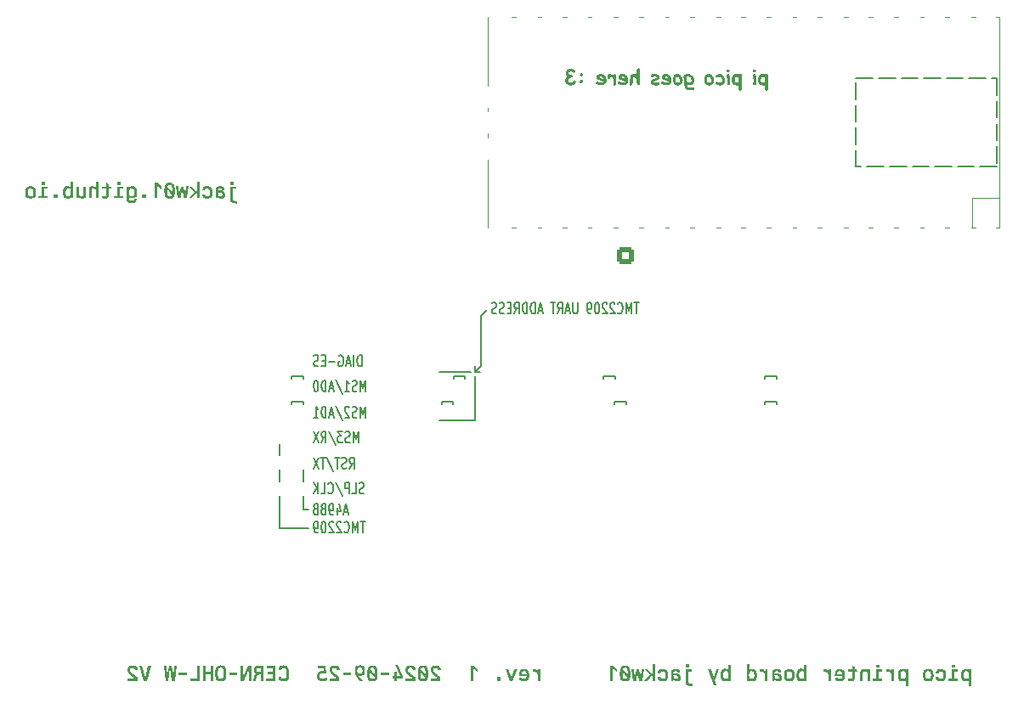
<source format=gbo>
G04 #@! TF.GenerationSoftware,KiCad,Pcbnew,8.0.4*
G04 #@! TF.CreationDate,2024-11-23T11:06:33-08:00*
G04 #@! TF.ProjectId,rpi pico printer board,72706920-7069-4636-9f20-7072696e7465,rev?*
G04 #@! TF.SameCoordinates,Original*
G04 #@! TF.FileFunction,Legend,Bot*
G04 #@! TF.FilePolarity,Positive*
%FSLAX46Y46*%
G04 Gerber Fmt 4.6, Leading zero omitted, Abs format (unit mm)*
G04 Created by KiCad (PCBNEW 8.0.4) date 2024-11-23 11:06:33*
%MOMM*%
%LPD*%
G01*
G04 APERTURE LIST*
G04 Aperture macros list*
%AMRoundRect*
0 Rectangle with rounded corners*
0 $1 Rounding radius*
0 $2 $3 $4 $5 $6 $7 $8 $9 X,Y pos of 4 corners*
0 Add a 4 corners polygon primitive as box body*
4,1,4,$2,$3,$4,$5,$6,$7,$8,$9,$2,$3,0*
0 Add four circle primitives for the rounded corners*
1,1,$1+$1,$2,$3*
1,1,$1+$1,$4,$5*
1,1,$1+$1,$6,$7*
1,1,$1+$1,$8,$9*
0 Add four rect primitives between the rounded corners*
20,1,$1+$1,$2,$3,$4,$5,0*
20,1,$1+$1,$4,$5,$6,$7,0*
20,1,$1+$1,$6,$7,$8,$9,0*
20,1,$1+$1,$8,$9,$2,$3,0*%
G04 Aperture macros list end*
%ADD10C,0.150000*%
%ADD11C,0.200000*%
%ADD12C,0.120000*%
%ADD13C,3.225000*%
%ADD14R,1.600000X1.600000*%
%ADD15C,1.600000*%
%ADD16C,1.800000*%
%ADD17C,1.700000*%
%ADD18RoundRect,0.250000X0.620000X0.620000X-0.620000X0.620000X-0.620000X-0.620000X0.620000X-0.620000X0*%
%ADD19C,1.740000*%
%ADD20R,1.700000X1.700000*%
%ADD21O,1.700000X1.700000*%
%ADD22C,1.300000*%
%ADD23O,1.800000X1.800000*%
%ADD24C,2.000000*%
%ADD25C,2.780000*%
%ADD26R,2.600000X2.600000*%
%ADD27C,2.600000*%
%ADD28C,3.200000*%
%ADD29R,0.862500X1.000000*%
%ADD30R,1.000000X1.000000*%
%ADD31R,0.900000X0.950000*%
%ADD32O,1.500000X1.500000*%
%ADD33R,1.700000X3.500000*%
%ADD34R,3.500000X1.700000*%
G04 APERTURE END LIST*
D10*
X97100000Y-117650000D02*
X93550000Y-117650000D01*
X80000000Y-115850000D02*
X80000000Y-116100000D01*
X94975000Y-113300000D02*
X96125000Y-113300000D01*
X97750000Y-107300000D02*
X97750000Y-112250000D01*
X126025000Y-113300000D02*
X127175000Y-113300000D01*
X97100000Y-112900000D02*
X97100000Y-112300000D01*
X93550000Y-112900000D02*
X96700000Y-112900000D01*
X111050000Y-115850000D02*
X112200000Y-115850000D01*
X80500000Y-126600000D02*
X80000000Y-126600000D01*
X112200000Y-115850000D02*
X112200000Y-116100000D01*
X126025000Y-113550000D02*
X126025000Y-113300000D01*
X97100000Y-112900000D02*
X97650000Y-112900000D01*
X126025000Y-116100000D02*
X126025000Y-115850000D01*
X78850000Y-113300000D02*
X80000000Y-113300000D01*
X135100000Y-83600000D02*
X136750000Y-83600000D01*
X137350000Y-83600000D02*
X139000000Y-83600000D01*
X139600000Y-83600000D02*
X141250000Y-83600000D01*
X141850000Y-83600000D02*
X143500000Y-83600000D01*
X144100000Y-83600000D02*
X145750000Y-83600000D01*
X146350000Y-83600000D02*
X148000000Y-83600000D01*
X148600000Y-83600000D02*
X149100000Y-83600000D01*
X149100000Y-83600000D02*
X149100000Y-85250000D01*
X149100000Y-85850000D02*
X149100000Y-87500000D01*
X149100000Y-88100000D02*
X149100000Y-89750000D01*
X149100000Y-90350000D02*
X149100000Y-92000000D01*
X149100000Y-92400000D02*
X147450000Y-92400000D01*
X146850000Y-92400000D02*
X145200000Y-92400000D01*
X144600000Y-92400000D02*
X142950000Y-92400000D01*
X142350000Y-92400000D02*
X140700000Y-92400000D01*
X140100000Y-92400000D02*
X138450000Y-92400000D01*
X137850000Y-92400000D02*
X136200000Y-92400000D01*
X135600000Y-92400000D02*
X135100000Y-92400000D01*
X135100000Y-92400000D02*
X135100000Y-90750000D01*
X135100000Y-90150000D02*
X135100000Y-88500000D01*
X135100000Y-87900000D02*
X135100000Y-86250000D01*
X135100000Y-85650000D02*
X135100000Y-84000000D01*
X127175000Y-113300000D02*
X127175000Y-113550000D01*
X80000000Y-126600000D02*
X80000000Y-125200000D01*
X126025000Y-115850000D02*
X127175000Y-115850000D01*
X96125000Y-113300000D02*
X96125000Y-113550000D01*
X94950000Y-115850000D02*
X94950000Y-116100000D01*
X80000000Y-113300000D02*
X80000000Y-113550000D01*
X109925000Y-113300000D02*
X111075000Y-113300000D01*
X93800000Y-116100000D02*
X93800000Y-115850000D01*
X78850000Y-116100000D02*
X78850000Y-115850000D01*
X77700000Y-128400000D02*
X80500000Y-128400000D01*
X97750000Y-107300000D02*
X98350000Y-106700000D01*
X97750000Y-112250000D02*
X97100000Y-112900000D01*
X77700000Y-123800000D02*
X77700000Y-122600000D01*
X111075000Y-113300000D02*
X111075000Y-113550000D01*
X77700000Y-121200000D02*
X77700000Y-120100000D01*
X77700000Y-128400000D02*
X77700000Y-125200000D01*
X80000000Y-123800000D02*
X80000000Y-122600000D01*
X97100000Y-113250000D02*
X97100000Y-117650000D01*
X94975000Y-113550000D02*
X94975000Y-113300000D01*
X127175000Y-115850000D02*
X127175000Y-116100000D01*
X78850000Y-115850000D02*
X80000000Y-115850000D01*
X109925000Y-113550000D02*
X109925000Y-113300000D01*
X78850000Y-113550000D02*
X78850000Y-113300000D01*
X93800000Y-115850000D02*
X94950000Y-115850000D01*
X111050000Y-116100000D02*
X111050000Y-115850000D01*
X84479637Y-126801326D02*
X84098684Y-126801326D01*
X84555827Y-127115611D02*
X84289160Y-126015611D01*
X84289160Y-126015611D02*
X84022494Y-127115611D01*
X83412970Y-126382278D02*
X83412970Y-127115611D01*
X83603446Y-125963231D02*
X83793923Y-126748945D01*
X83793923Y-126748945D02*
X83298684Y-126748945D01*
X82955827Y-127115611D02*
X82803446Y-127115611D01*
X82803446Y-127115611D02*
X82727256Y-127063231D01*
X82727256Y-127063231D02*
X82689160Y-127010850D01*
X82689160Y-127010850D02*
X82612970Y-126853707D01*
X82612970Y-126853707D02*
X82574875Y-126644183D01*
X82574875Y-126644183D02*
X82574875Y-126225135D01*
X82574875Y-126225135D02*
X82612970Y-126120373D01*
X82612970Y-126120373D02*
X82651065Y-126067992D01*
X82651065Y-126067992D02*
X82727256Y-126015611D01*
X82727256Y-126015611D02*
X82879637Y-126015611D01*
X82879637Y-126015611D02*
X82955827Y-126067992D01*
X82955827Y-126067992D02*
X82993922Y-126120373D01*
X82993922Y-126120373D02*
X83032018Y-126225135D01*
X83032018Y-126225135D02*
X83032018Y-126487040D01*
X83032018Y-126487040D02*
X82993922Y-126591802D01*
X82993922Y-126591802D02*
X82955827Y-126644183D01*
X82955827Y-126644183D02*
X82879637Y-126696564D01*
X82879637Y-126696564D02*
X82727256Y-126696564D01*
X82727256Y-126696564D02*
X82651065Y-126644183D01*
X82651065Y-126644183D02*
X82612970Y-126591802D01*
X82612970Y-126591802D02*
X82574875Y-126487040D01*
X82117732Y-126487040D02*
X82193922Y-126434659D01*
X82193922Y-126434659D02*
X82232017Y-126382278D01*
X82232017Y-126382278D02*
X82270113Y-126277516D01*
X82270113Y-126277516D02*
X82270113Y-126225135D01*
X82270113Y-126225135D02*
X82232017Y-126120373D01*
X82232017Y-126120373D02*
X82193922Y-126067992D01*
X82193922Y-126067992D02*
X82117732Y-126015611D01*
X82117732Y-126015611D02*
X81965351Y-126015611D01*
X81965351Y-126015611D02*
X81889160Y-126067992D01*
X81889160Y-126067992D02*
X81851065Y-126120373D01*
X81851065Y-126120373D02*
X81812970Y-126225135D01*
X81812970Y-126225135D02*
X81812970Y-126277516D01*
X81812970Y-126277516D02*
X81851065Y-126382278D01*
X81851065Y-126382278D02*
X81889160Y-126434659D01*
X81889160Y-126434659D02*
X81965351Y-126487040D01*
X81965351Y-126487040D02*
X82117732Y-126487040D01*
X82117732Y-126487040D02*
X82193922Y-126539421D01*
X82193922Y-126539421D02*
X82232017Y-126591802D01*
X82232017Y-126591802D02*
X82270113Y-126696564D01*
X82270113Y-126696564D02*
X82270113Y-126906088D01*
X82270113Y-126906088D02*
X82232017Y-127010850D01*
X82232017Y-127010850D02*
X82193922Y-127063231D01*
X82193922Y-127063231D02*
X82117732Y-127115611D01*
X82117732Y-127115611D02*
X81965351Y-127115611D01*
X81965351Y-127115611D02*
X81889160Y-127063231D01*
X81889160Y-127063231D02*
X81851065Y-127010850D01*
X81851065Y-127010850D02*
X81812970Y-126906088D01*
X81812970Y-126906088D02*
X81812970Y-126696564D01*
X81812970Y-126696564D02*
X81851065Y-126591802D01*
X81851065Y-126591802D02*
X81889160Y-126539421D01*
X81889160Y-126539421D02*
X81965351Y-126487040D01*
X81355827Y-126487040D02*
X81432017Y-126434659D01*
X81432017Y-126434659D02*
X81470112Y-126382278D01*
X81470112Y-126382278D02*
X81508208Y-126277516D01*
X81508208Y-126277516D02*
X81508208Y-126225135D01*
X81508208Y-126225135D02*
X81470112Y-126120373D01*
X81470112Y-126120373D02*
X81432017Y-126067992D01*
X81432017Y-126067992D02*
X81355827Y-126015611D01*
X81355827Y-126015611D02*
X81203446Y-126015611D01*
X81203446Y-126015611D02*
X81127255Y-126067992D01*
X81127255Y-126067992D02*
X81089160Y-126120373D01*
X81089160Y-126120373D02*
X81051065Y-126225135D01*
X81051065Y-126225135D02*
X81051065Y-126277516D01*
X81051065Y-126277516D02*
X81089160Y-126382278D01*
X81089160Y-126382278D02*
X81127255Y-126434659D01*
X81127255Y-126434659D02*
X81203446Y-126487040D01*
X81203446Y-126487040D02*
X81355827Y-126487040D01*
X81355827Y-126487040D02*
X81432017Y-126539421D01*
X81432017Y-126539421D02*
X81470112Y-126591802D01*
X81470112Y-126591802D02*
X81508208Y-126696564D01*
X81508208Y-126696564D02*
X81508208Y-126906088D01*
X81508208Y-126906088D02*
X81470112Y-127010850D01*
X81470112Y-127010850D02*
X81432017Y-127063231D01*
X81432017Y-127063231D02*
X81355827Y-127115611D01*
X81355827Y-127115611D02*
X81203446Y-127115611D01*
X81203446Y-127115611D02*
X81127255Y-127063231D01*
X81127255Y-127063231D02*
X81089160Y-127010850D01*
X81089160Y-127010850D02*
X81051065Y-126906088D01*
X81051065Y-126906088D02*
X81051065Y-126696564D01*
X81051065Y-126696564D02*
X81089160Y-126591802D01*
X81089160Y-126591802D02*
X81127255Y-126539421D01*
X81127255Y-126539421D02*
X81203446Y-126487040D01*
X86193923Y-127786549D02*
X85736780Y-127786549D01*
X85965352Y-128886549D02*
X85965352Y-127786549D01*
X85470113Y-128886549D02*
X85470113Y-127786549D01*
X85470113Y-127786549D02*
X85203447Y-128572264D01*
X85203447Y-128572264D02*
X84936780Y-127786549D01*
X84936780Y-127786549D02*
X84936780Y-128886549D01*
X84098684Y-128781788D02*
X84136780Y-128834169D01*
X84136780Y-128834169D02*
X84251065Y-128886549D01*
X84251065Y-128886549D02*
X84327256Y-128886549D01*
X84327256Y-128886549D02*
X84441542Y-128834169D01*
X84441542Y-128834169D02*
X84517732Y-128729407D01*
X84517732Y-128729407D02*
X84555827Y-128624645D01*
X84555827Y-128624645D02*
X84593923Y-128415121D01*
X84593923Y-128415121D02*
X84593923Y-128257978D01*
X84593923Y-128257978D02*
X84555827Y-128048454D01*
X84555827Y-128048454D02*
X84517732Y-127943692D01*
X84517732Y-127943692D02*
X84441542Y-127838930D01*
X84441542Y-127838930D02*
X84327256Y-127786549D01*
X84327256Y-127786549D02*
X84251065Y-127786549D01*
X84251065Y-127786549D02*
X84136780Y-127838930D01*
X84136780Y-127838930D02*
X84098684Y-127891311D01*
X83793923Y-127891311D02*
X83755827Y-127838930D01*
X83755827Y-127838930D02*
X83679637Y-127786549D01*
X83679637Y-127786549D02*
X83489161Y-127786549D01*
X83489161Y-127786549D02*
X83412970Y-127838930D01*
X83412970Y-127838930D02*
X83374875Y-127891311D01*
X83374875Y-127891311D02*
X83336780Y-127996073D01*
X83336780Y-127996073D02*
X83336780Y-128100835D01*
X83336780Y-128100835D02*
X83374875Y-128257978D01*
X83374875Y-128257978D02*
X83832018Y-128886549D01*
X83832018Y-128886549D02*
X83336780Y-128886549D01*
X83032018Y-127891311D02*
X82993922Y-127838930D01*
X82993922Y-127838930D02*
X82917732Y-127786549D01*
X82917732Y-127786549D02*
X82727256Y-127786549D01*
X82727256Y-127786549D02*
X82651065Y-127838930D01*
X82651065Y-127838930D02*
X82612970Y-127891311D01*
X82612970Y-127891311D02*
X82574875Y-127996073D01*
X82574875Y-127996073D02*
X82574875Y-128100835D01*
X82574875Y-128100835D02*
X82612970Y-128257978D01*
X82612970Y-128257978D02*
X83070113Y-128886549D01*
X83070113Y-128886549D02*
X82574875Y-128886549D01*
X82079636Y-127786549D02*
X82003446Y-127786549D01*
X82003446Y-127786549D02*
X81927255Y-127838930D01*
X81927255Y-127838930D02*
X81889160Y-127891311D01*
X81889160Y-127891311D02*
X81851065Y-127996073D01*
X81851065Y-127996073D02*
X81812970Y-128205597D01*
X81812970Y-128205597D02*
X81812970Y-128467502D01*
X81812970Y-128467502D02*
X81851065Y-128677026D01*
X81851065Y-128677026D02*
X81889160Y-128781788D01*
X81889160Y-128781788D02*
X81927255Y-128834169D01*
X81927255Y-128834169D02*
X82003446Y-128886549D01*
X82003446Y-128886549D02*
X82079636Y-128886549D01*
X82079636Y-128886549D02*
X82155827Y-128834169D01*
X82155827Y-128834169D02*
X82193922Y-128781788D01*
X82193922Y-128781788D02*
X82232017Y-128677026D01*
X82232017Y-128677026D02*
X82270113Y-128467502D01*
X82270113Y-128467502D02*
X82270113Y-128205597D01*
X82270113Y-128205597D02*
X82232017Y-127996073D01*
X82232017Y-127996073D02*
X82193922Y-127891311D01*
X82193922Y-127891311D02*
X82155827Y-127838930D01*
X82155827Y-127838930D02*
X82079636Y-127786549D01*
X81432017Y-128886549D02*
X81279636Y-128886549D01*
X81279636Y-128886549D02*
X81203446Y-128834169D01*
X81203446Y-128834169D02*
X81165350Y-128781788D01*
X81165350Y-128781788D02*
X81089160Y-128624645D01*
X81089160Y-128624645D02*
X81051065Y-128415121D01*
X81051065Y-128415121D02*
X81051065Y-127996073D01*
X81051065Y-127996073D02*
X81089160Y-127891311D01*
X81089160Y-127891311D02*
X81127255Y-127838930D01*
X81127255Y-127838930D02*
X81203446Y-127786549D01*
X81203446Y-127786549D02*
X81355827Y-127786549D01*
X81355827Y-127786549D02*
X81432017Y-127838930D01*
X81432017Y-127838930D02*
X81470112Y-127891311D01*
X81470112Y-127891311D02*
X81508208Y-127996073D01*
X81508208Y-127996073D02*
X81508208Y-128257978D01*
X81508208Y-128257978D02*
X81470112Y-128362740D01*
X81470112Y-128362740D02*
X81432017Y-128415121D01*
X81432017Y-128415121D02*
X81355827Y-128467502D01*
X81355827Y-128467502D02*
X81203446Y-128467502D01*
X81203446Y-128467502D02*
X81127255Y-128415121D01*
X81127255Y-128415121D02*
X81089160Y-128362740D01*
X81089160Y-128362740D02*
X81051065Y-128257978D01*
D11*
G36*
X146119544Y-142468503D02*
G01*
X146197989Y-142492757D01*
X146260191Y-142535543D01*
X146315737Y-142592764D01*
X146324110Y-142602618D01*
X146340963Y-142602618D01*
X146340963Y-142488508D01*
X146595219Y-142488508D01*
X146595219Y-144150531D01*
X146340963Y-144150531D01*
X146340963Y-143558096D01*
X146324110Y-143558096D01*
X146270346Y-143620591D01*
X146202211Y-143664578D01*
X146125420Y-143684133D01*
X146038712Y-143689010D01*
X145943688Y-143685192D01*
X145861329Y-143673098D01*
X145769964Y-143642439D01*
X145698108Y-143593084D01*
X145644043Y-143522758D01*
X145606053Y-143429183D01*
X145587076Y-143342376D01*
X145575450Y-143240251D01*
X145570451Y-143121849D01*
X145570132Y-143078598D01*
X145828785Y-143078598D01*
X145831808Y-143178407D01*
X145841568Y-143260407D01*
X145864816Y-143339974D01*
X145911587Y-143405401D01*
X145982245Y-143442463D01*
X146061893Y-143455059D01*
X146099528Y-143456100D01*
X146178744Y-143449323D01*
X146250661Y-143420675D01*
X146306431Y-143353047D01*
X146330204Y-143278286D01*
X146340912Y-143200523D01*
X146345190Y-143105296D01*
X146345359Y-143078598D01*
X146342550Y-142977370D01*
X146333532Y-142894305D01*
X146312183Y-142813823D01*
X146269503Y-142747785D01*
X146192414Y-142706715D01*
X146116866Y-142697055D01*
X146099528Y-142696798D01*
X146011710Y-142703591D01*
X145932314Y-142732398D01*
X145877968Y-142788319D01*
X145845182Y-142876208D01*
X145833576Y-142954957D01*
X145828966Y-143051510D01*
X145828785Y-143078598D01*
X145570132Y-143078598D01*
X145571451Y-142993251D01*
X145578713Y-142879400D01*
X145592955Y-142781684D01*
X145614902Y-142699126D01*
X145657397Y-142610935D01*
X145716585Y-142545636D01*
X145794180Y-142500910D01*
X145865486Y-142479473D01*
X145948832Y-142467328D01*
X146044940Y-142463497D01*
X146119544Y-142468503D01*
G37*
G36*
X144947679Y-142349387D02*
G01*
X144626378Y-142349387D01*
X144626378Y-142033239D01*
X144947679Y-142033239D01*
X144947679Y-142349387D01*
G37*
G36*
X145252494Y-143664000D02*
G01*
X144284193Y-143664000D01*
X144284193Y-143433434D01*
X144634804Y-143433434D01*
X144634804Y-142494760D01*
X145231245Y-142494760D01*
X145231245Y-142725716D01*
X144886863Y-142725716D01*
X144886863Y-143433434D01*
X145252494Y-143433434D01*
X145252494Y-143664000D01*
G37*
G36*
X143514829Y-143689010D02*
G01*
X143422484Y-143686486D01*
X143342382Y-143678502D01*
X143253343Y-143658301D01*
X143182994Y-143625837D01*
X143118668Y-143565789D01*
X143077372Y-143481446D01*
X143058614Y-143394562D01*
X143050645Y-143288842D01*
X143302704Y-143288842D01*
X143326409Y-143368087D01*
X143376281Y-143427807D01*
X143449120Y-143451125D01*
X143504204Y-143454146D01*
X143579080Y-143449996D01*
X143654055Y-143431684D01*
X143719372Y-143386904D01*
X143761081Y-143312854D01*
X143780312Y-143225429D01*
X143786984Y-143136719D01*
X143787770Y-143085632D01*
X143785980Y-143007105D01*
X143777511Y-142918606D01*
X143755737Y-142832017D01*
X143710611Y-142759676D01*
X143641556Y-142717217D01*
X143563286Y-142701181D01*
X143506402Y-142698752D01*
X143430177Y-142705561D01*
X143363016Y-142738612D01*
X143322720Y-142806532D01*
X143304535Y-142888675D01*
X143050645Y-142888675D01*
X143055175Y-142802250D01*
X143070737Y-142704900D01*
X143098765Y-142626531D01*
X143153960Y-142552841D01*
X143216346Y-142511369D01*
X143296807Y-142483714D01*
X143370053Y-142471084D01*
X143455165Y-142464661D01*
X143518859Y-142463497D01*
X143625432Y-142467388D01*
X143717774Y-142479705D01*
X143796703Y-142501414D01*
X143882492Y-142546640D01*
X143947832Y-142612569D01*
X143994664Y-142701492D01*
X144018808Y-142784652D01*
X144034452Y-142883000D01*
X144042414Y-142997502D01*
X144043859Y-143083288D01*
X144042393Y-143167435D01*
X144034324Y-143279653D01*
X144018488Y-143375933D01*
X143994074Y-143457247D01*
X143946776Y-143544064D01*
X143880861Y-143608304D01*
X143794408Y-143652272D01*
X143714932Y-143673330D01*
X143622009Y-143685252D01*
X143514829Y-143689010D01*
G37*
G36*
X142399270Y-142467328D02*
G01*
X142490750Y-142479473D01*
X142568977Y-142500910D01*
X142654051Y-142545636D01*
X142718895Y-142610935D01*
X142765409Y-142699126D01*
X142789410Y-142781684D01*
X142804973Y-142879400D01*
X142812901Y-142993251D01*
X142814340Y-143078598D01*
X142812901Y-143163184D01*
X142804973Y-143276054D01*
X142789410Y-143372966D01*
X142765409Y-143454880D01*
X142718895Y-143542430D01*
X142654051Y-143607300D01*
X142568977Y-143651768D01*
X142490750Y-143673098D01*
X142399270Y-143685192D01*
X142293736Y-143689010D01*
X142188193Y-143685192D01*
X142096689Y-143673098D01*
X142018426Y-143651768D01*
X141933289Y-143607300D01*
X141868378Y-143542430D01*
X141821798Y-143454880D01*
X141797754Y-143372966D01*
X141782157Y-143276054D01*
X141774210Y-143163184D01*
X141772766Y-143078598D01*
X142028855Y-143078598D01*
X142031882Y-143178632D01*
X142041598Y-143260736D01*
X142064601Y-143340310D01*
X142110588Y-143405630D01*
X142179667Y-143442550D01*
X142257193Y-143455068D01*
X142293736Y-143456100D01*
X142379068Y-143449371D01*
X142456483Y-143420857D01*
X142509710Y-143365534D01*
X142541994Y-143278627D01*
X142553484Y-143200783D01*
X142558071Y-143105365D01*
X142558251Y-143078598D01*
X142555240Y-142977157D01*
X142545566Y-142893774D01*
X142522638Y-142812809D01*
X142476753Y-142746172D01*
X142407761Y-142708379D01*
X142330276Y-142695517D01*
X142293736Y-142694453D01*
X142208381Y-142701376D01*
X142130889Y-142730603D01*
X142077563Y-142787101D01*
X142045183Y-142875585D01*
X142033646Y-142954673D01*
X142029037Y-143051469D01*
X142028855Y-143078598D01*
X141772766Y-143078598D01*
X141774210Y-142993251D01*
X141782157Y-142879400D01*
X141797754Y-142781684D01*
X141821798Y-142699126D01*
X141868378Y-142610935D01*
X141933289Y-142545636D01*
X142018426Y-142500910D01*
X142096689Y-142479473D01*
X142188193Y-142467328D01*
X142293736Y-142463497D01*
X142399270Y-142467328D01*
G37*
G36*
X139825406Y-142468503D02*
G01*
X139903851Y-142492757D01*
X139966052Y-142535543D01*
X140021599Y-142592764D01*
X140029972Y-142602618D01*
X140046824Y-142602618D01*
X140046824Y-142488508D01*
X140301081Y-142488508D01*
X140301081Y-144150531D01*
X140046824Y-144150531D01*
X140046824Y-143558096D01*
X140029972Y-143558096D01*
X139976208Y-143620591D01*
X139908073Y-143664578D01*
X139831282Y-143684133D01*
X139744574Y-143689010D01*
X139649550Y-143685192D01*
X139567191Y-143673098D01*
X139475826Y-143642439D01*
X139403970Y-143593084D01*
X139349905Y-143522758D01*
X139311915Y-143429183D01*
X139292938Y-143342376D01*
X139281312Y-143240251D01*
X139276313Y-143121849D01*
X139275994Y-143078598D01*
X139534647Y-143078598D01*
X139537670Y-143178407D01*
X139547430Y-143260407D01*
X139570678Y-143339974D01*
X139617449Y-143405401D01*
X139688107Y-143442463D01*
X139767755Y-143455059D01*
X139805390Y-143456100D01*
X139884606Y-143449323D01*
X139956523Y-143420675D01*
X140012293Y-143353047D01*
X140036066Y-143278286D01*
X140046774Y-143200523D01*
X140051052Y-143105296D01*
X140051221Y-143078598D01*
X140048411Y-142977370D01*
X140039394Y-142894305D01*
X140018045Y-142813823D01*
X139975365Y-142747785D01*
X139898276Y-142706715D01*
X139822728Y-142697055D01*
X139805390Y-142696798D01*
X139717571Y-142703591D01*
X139638175Y-142732398D01*
X139583830Y-142788319D01*
X139551043Y-142876208D01*
X139539438Y-142954957D01*
X139534828Y-143051510D01*
X139534647Y-143078598D01*
X139275994Y-143078598D01*
X139277313Y-142993251D01*
X139284575Y-142879400D01*
X139298817Y-142781684D01*
X139320764Y-142699126D01*
X139363258Y-142610935D01*
X139422447Y-142545636D01*
X139500042Y-142500910D01*
X139571347Y-142479473D01*
X139654693Y-142467328D01*
X139750802Y-142463497D01*
X139825406Y-142468503D01*
G37*
G36*
X138870062Y-143664000D02*
G01*
X138618004Y-143664000D01*
X138618004Y-143091885D01*
X138606786Y-143011174D01*
X138576949Y-142932049D01*
X138534215Y-142861622D01*
X138475696Y-142799933D01*
X138416503Y-142771048D01*
X138341534Y-142763242D01*
X138262490Y-142759528D01*
X138187497Y-142759068D01*
X138110269Y-142761469D01*
X138099232Y-142762060D01*
X138099232Y-142493197D01*
X138177088Y-142490874D01*
X138251323Y-142489243D01*
X138305129Y-142488508D01*
X138389794Y-142490164D01*
X138465381Y-142509550D01*
X138525950Y-142570160D01*
X138569563Y-142639444D01*
X138613643Y-142716956D01*
X138626430Y-142739785D01*
X138649511Y-142739785D01*
X138638886Y-142488508D01*
X138870062Y-142488508D01*
X138870062Y-143664000D01*
G37*
G36*
X137394713Y-142349387D02*
G01*
X137073412Y-142349387D01*
X137073412Y-142033239D01*
X137394713Y-142033239D01*
X137394713Y-142349387D01*
G37*
G36*
X137699528Y-143664000D02*
G01*
X136731228Y-143664000D01*
X136731228Y-143433434D01*
X137081838Y-143433434D01*
X137081838Y-142494760D01*
X137678279Y-142494760D01*
X137678279Y-142725716D01*
X137333897Y-142725716D01*
X137333897Y-143433434D01*
X137699528Y-143433434D01*
X137699528Y-143664000D01*
G37*
G36*
X136486863Y-143664000D02*
G01*
X136230408Y-143664000D01*
X136230408Y-143055933D01*
X136227401Y-142963582D01*
X136214199Y-142871058D01*
X136182093Y-142790389D01*
X136118219Y-142732765D01*
X136037215Y-142709788D01*
X135968091Y-142705786D01*
X135890793Y-142711409D01*
X135819817Y-142739525D01*
X135776798Y-142806329D01*
X135764949Y-142889390D01*
X135764392Y-142918766D01*
X135764392Y-143664000D01*
X135507937Y-143664000D01*
X135507937Y-142923455D01*
X135510486Y-142830213D01*
X135518554Y-142749389D01*
X135538984Y-142659715D01*
X135571838Y-142589177D01*
X135632655Y-142525354D01*
X135698929Y-142491726D01*
X135782483Y-142471772D01*
X135857388Y-142464769D01*
X135913503Y-142463497D01*
X135991404Y-142468404D01*
X136064793Y-142488805D01*
X136132696Y-142536312D01*
X136184644Y-142603484D01*
X136213555Y-142654202D01*
X136230408Y-142654202D01*
X136230408Y-142488508D01*
X136486863Y-142488508D01*
X136486863Y-143664000D01*
G37*
G36*
X134604117Y-143689010D02*
G01*
X134528843Y-143686500D01*
X134447777Y-143680331D01*
X134368310Y-143672194D01*
X134295411Y-143663379D01*
X134270359Y-143660092D01*
X134270359Y-143424446D01*
X134350295Y-143436469D01*
X134426730Y-143445836D01*
X134506257Y-143451379D01*
X134532676Y-143451801D01*
X134609476Y-143447185D01*
X134678797Y-143419859D01*
X134710502Y-143344481D01*
X134713293Y-143279854D01*
X134713293Y-142719464D01*
X134303698Y-142719464D01*
X134303698Y-142488508D01*
X134713293Y-142488508D01*
X134713293Y-142141487D01*
X134956926Y-142251299D01*
X134956926Y-142488508D01*
X135185903Y-142488508D01*
X135236461Y-142719464D01*
X134965352Y-142719464D01*
X134965352Y-143288842D01*
X134962498Y-143383006D01*
X134952340Y-143464465D01*
X134925731Y-143548495D01*
X134879303Y-143612836D01*
X134808387Y-143657578D01*
X134730883Y-143679321D01*
X134632326Y-143688623D01*
X134604117Y-143689010D01*
G37*
G36*
X133582471Y-142467264D02*
G01*
X133671494Y-142479211D01*
X133747599Y-142500302D01*
X133830336Y-142544318D01*
X133893370Y-142608599D01*
X133938562Y-142695434D01*
X133961869Y-142776739D01*
X133976974Y-142872984D01*
X133984665Y-142985137D01*
X133986060Y-143069219D01*
X133984616Y-143155070D01*
X133980125Y-143233295D01*
X133967148Y-143336964D01*
X133945965Y-143425096D01*
X133915765Y-143498662D01*
X133860073Y-143575771D01*
X133784994Y-143631016D01*
X133714808Y-143659487D01*
X133631826Y-143677928D01*
X133535240Y-143687309D01*
X133462892Y-143689010D01*
X133379223Y-143686614D01*
X133305986Y-143679033D01*
X133223293Y-143659842D01*
X133141511Y-143619289D01*
X133080535Y-143557787D01*
X133036961Y-143472607D01*
X133012342Y-143385581D01*
X132998709Y-143308382D01*
X133259193Y-143308382D01*
X133287862Y-143380794D01*
X133346516Y-143438389D01*
X133421441Y-143456757D01*
X133465090Y-143458445D01*
X133544482Y-143453578D01*
X133617319Y-143432727D01*
X133675688Y-143382819D01*
X133710574Y-143299517D01*
X133724123Y-143216172D01*
X133727407Y-143176686D01*
X132981856Y-143176686D01*
X132980649Y-143078517D01*
X132982678Y-142988963D01*
X132984386Y-142963706D01*
X133232083Y-142963706D01*
X133725575Y-142963706D01*
X133719951Y-142876531D01*
X133697947Y-142797625D01*
X133650329Y-142736691D01*
X133577978Y-142704109D01*
X133495406Y-142694634D01*
X133479745Y-142694453D01*
X133403955Y-142699248D01*
X133332830Y-142719572D01*
X133269043Y-142777006D01*
X133239649Y-142861512D01*
X133232287Y-142944608D01*
X133232083Y-142963706D01*
X132984386Y-142963706D01*
X132988173Y-142907709D01*
X133003417Y-142800703D01*
X133027754Y-142710602D01*
X133061961Y-142636344D01*
X133124267Y-142560139D01*
X133207343Y-142507692D01*
X133284388Y-142482431D01*
X133374930Y-142468053D01*
X133479745Y-142463497D01*
X133582471Y-142467264D01*
G37*
G36*
X132575924Y-143664000D02*
G01*
X132323866Y-143664000D01*
X132323866Y-143091885D01*
X132312648Y-143011174D01*
X132282811Y-142932049D01*
X132240077Y-142861622D01*
X132181558Y-142799933D01*
X132122365Y-142771048D01*
X132047396Y-142763242D01*
X131968352Y-142759528D01*
X131893359Y-142759068D01*
X131816130Y-142761469D01*
X131805094Y-142762060D01*
X131805094Y-142493197D01*
X131882950Y-142490874D01*
X131957184Y-142489243D01*
X132010990Y-142488508D01*
X132095656Y-142490164D01*
X132171243Y-142509550D01*
X132231811Y-142570160D01*
X132275425Y-142639444D01*
X132319505Y-142716956D01*
X132332292Y-142739785D01*
X132355373Y-142739785D01*
X132344748Y-142488508D01*
X132575924Y-142488508D01*
X132575924Y-143664000D01*
G37*
G36*
X130188328Y-143664000D02*
G01*
X129934438Y-143664000D01*
X129934438Y-143538947D01*
X129917585Y-143538947D01*
X129867660Y-143596185D01*
X129802831Y-143648508D01*
X129731897Y-143677740D01*
X129657882Y-143688093D01*
X129621196Y-143689010D01*
X129528391Y-143685076D01*
X129447956Y-143672627D01*
X129358731Y-143641096D01*
X129288562Y-143590387D01*
X129235770Y-143518190D01*
X129198676Y-143422198D01*
X129180148Y-143333200D01*
X129168799Y-143228545D01*
X129164870Y-143149596D01*
X129163607Y-143062967D01*
X129421894Y-143062967D01*
X129423570Y-143142142D01*
X129431549Y-143231459D01*
X129452207Y-143318973D01*
X129495337Y-143392231D01*
X129561771Y-143435339D01*
X129637454Y-143451667D01*
X129692637Y-143454146D01*
X129771853Y-143447075D01*
X129843770Y-143417256D01*
X129899540Y-143347036D01*
X129923313Y-143269550D01*
X129934021Y-143189049D01*
X129938299Y-143090563D01*
X129938468Y-143062967D01*
X129936908Y-142984201D01*
X129929526Y-142895340D01*
X129910531Y-142808266D01*
X129871133Y-142735367D01*
X129798501Y-142687896D01*
X129709975Y-142674008D01*
X129692637Y-142673741D01*
X129604819Y-142680781D01*
X129525422Y-142710461D01*
X129471077Y-142767771D01*
X129442406Y-142840048D01*
X129426685Y-142937535D01*
X129422075Y-143035513D01*
X129421894Y-143062967D01*
X129163607Y-143062967D01*
X129164870Y-142976677D01*
X129168799Y-142898017D01*
X129180148Y-142793708D01*
X129198676Y-142704963D01*
X129225090Y-142630824D01*
X129273800Y-142553030D01*
X129339468Y-142497217D01*
X129423772Y-142461108D01*
X129500240Y-142445589D01*
X129588843Y-142438913D01*
X129621196Y-142438487D01*
X129698236Y-142442327D01*
X129770916Y-142458140D01*
X129838114Y-142494609D01*
X129896357Y-142554741D01*
X129917585Y-142584251D01*
X129934438Y-142584251D01*
X129932240Y-142033239D01*
X130186130Y-142033239D01*
X130188328Y-143664000D01*
G37*
G36*
X128552166Y-142467328D02*
G01*
X128643646Y-142479473D01*
X128721873Y-142500910D01*
X128806947Y-142545636D01*
X128871791Y-142610935D01*
X128918305Y-142699126D01*
X128942306Y-142781684D01*
X128957869Y-142879400D01*
X128965797Y-142993251D01*
X128967236Y-143078598D01*
X128965797Y-143163184D01*
X128957869Y-143276054D01*
X128942306Y-143372966D01*
X128918305Y-143454880D01*
X128871791Y-143542430D01*
X128806947Y-143607300D01*
X128721873Y-143651768D01*
X128643646Y-143673098D01*
X128552166Y-143685192D01*
X128446632Y-143689010D01*
X128341089Y-143685192D01*
X128249585Y-143673098D01*
X128171322Y-143651768D01*
X128086185Y-143607300D01*
X128021274Y-143542430D01*
X127974694Y-143454880D01*
X127950650Y-143372966D01*
X127935053Y-143276054D01*
X127927106Y-143163184D01*
X127925662Y-143078598D01*
X128181751Y-143078598D01*
X128184778Y-143178632D01*
X128194494Y-143260736D01*
X128217497Y-143340310D01*
X128263484Y-143405630D01*
X128332563Y-143442550D01*
X128410089Y-143455068D01*
X128446632Y-143456100D01*
X128531964Y-143449371D01*
X128609379Y-143420857D01*
X128662606Y-143365534D01*
X128694890Y-143278627D01*
X128706380Y-143200783D01*
X128710967Y-143105365D01*
X128711147Y-143078598D01*
X128708136Y-142977157D01*
X128698462Y-142893774D01*
X128675534Y-142812809D01*
X128629649Y-142746172D01*
X128560657Y-142708379D01*
X128483172Y-142695517D01*
X128446632Y-142694453D01*
X128361277Y-142701376D01*
X128283785Y-142730603D01*
X128230459Y-142787101D01*
X128198079Y-142875585D01*
X128186542Y-142954673D01*
X128181933Y-143051469D01*
X128181751Y-143078598D01*
X127925662Y-143078598D01*
X127927106Y-142993251D01*
X127935053Y-142879400D01*
X127950650Y-142781684D01*
X127974694Y-142699126D01*
X128021274Y-142610935D01*
X128086185Y-142545636D01*
X128171322Y-142500910D01*
X128249585Y-142479473D01*
X128341089Y-142467328D01*
X128446632Y-142463497D01*
X128552166Y-142467328D01*
G37*
G36*
X127283785Y-142465900D02*
G01*
X127364872Y-142473492D01*
X127454440Y-142492673D01*
X127524315Y-142523449D01*
X127586474Y-142580290D01*
X127623647Y-142660015D01*
X127637552Y-142742050D01*
X127639166Y-142841780D01*
X127383077Y-142841780D01*
X127373727Y-142762672D01*
X127319453Y-142709069D01*
X127242432Y-142693811D01*
X127190003Y-142692108D01*
X127106388Y-142697005D01*
X127029549Y-142721406D01*
X126979956Y-142787894D01*
X126969452Y-142876170D01*
X126969452Y-142888675D01*
X127135048Y-142888675D01*
X127209639Y-142889841D01*
X127309245Y-142896293D01*
X127394852Y-142909020D01*
X127467288Y-142928734D01*
X127544811Y-142967114D01*
X127602351Y-143020864D01*
X127641872Y-143091667D01*
X127665334Y-143181211D01*
X127673573Y-143261680D01*
X127675069Y-143322060D01*
X127670689Y-143419396D01*
X127656579Y-143499252D01*
X127623051Y-143576604D01*
X127569220Y-143631522D01*
X127492252Y-143666716D01*
X127412114Y-143682490D01*
X127313903Y-143688764D01*
X127286357Y-143689010D01*
X127206403Y-143684914D01*
X127131443Y-143667892D01*
X127062325Y-143628265D01*
X127009355Y-143572248D01*
X126979710Y-143529959D01*
X126962857Y-143529959D01*
X126962857Y-143664000D01*
X126723621Y-143664000D01*
X126723621Y-143112988D01*
X126971284Y-143112988D01*
X126976471Y-143204026D01*
X126991687Y-143294973D01*
X127025431Y-143373947D01*
X127090580Y-143430044D01*
X127172531Y-143452256D01*
X127242393Y-143456100D01*
X127318590Y-143450532D01*
X127386480Y-143418880D01*
X127416632Y-143342068D01*
X127418614Y-143300957D01*
X127409988Y-143221952D01*
X127368239Y-143156121D01*
X127294657Y-143125487D01*
X127212494Y-143116254D01*
X127179378Y-143115332D01*
X126971284Y-143112988D01*
X126723621Y-143112988D01*
X126723621Y-142876170D01*
X126726562Y-142792943D01*
X126740501Y-142698937D01*
X126767452Y-142622997D01*
X126822036Y-142551278D01*
X126902943Y-142502714D01*
X126988859Y-142478642D01*
X127066775Y-142468262D01*
X127157044Y-142463784D01*
X127190003Y-142463497D01*
X127283785Y-142465900D01*
G37*
G36*
X126281786Y-143664000D02*
G01*
X126029727Y-143664000D01*
X126029727Y-143091885D01*
X126018510Y-143011174D01*
X125988672Y-142932049D01*
X125945939Y-142861622D01*
X125887420Y-142799933D01*
X125828227Y-142771048D01*
X125753258Y-142763242D01*
X125674214Y-142759528D01*
X125599221Y-142759068D01*
X125521992Y-142761469D01*
X125510956Y-142762060D01*
X125510956Y-142493197D01*
X125588812Y-142490874D01*
X125663046Y-142489243D01*
X125716852Y-142488508D01*
X125801518Y-142490164D01*
X125877105Y-142509550D01*
X125937673Y-142570160D01*
X125981286Y-142639444D01*
X126025367Y-142716956D01*
X126038154Y-142739785D01*
X126061235Y-142739785D01*
X126050610Y-142488508D01*
X126281786Y-142488508D01*
X126281786Y-143664000D01*
G37*
G36*
X124438974Y-142594802D02*
G01*
X124455826Y-142594802D01*
X124500995Y-142526049D01*
X124570268Y-142484717D01*
X124648451Y-142468422D01*
X124737071Y-142463591D01*
X124754047Y-142463497D01*
X124846300Y-142467324D01*
X124926302Y-142479437D01*
X125015113Y-142510123D01*
X125085024Y-142559483D01*
X125137677Y-142629773D01*
X125174717Y-142723244D01*
X125193241Y-142809915D01*
X125204601Y-142911844D01*
X125209492Y-143029982D01*
X125209804Y-143073127D01*
X125208538Y-143158290D01*
X125201568Y-143271985D01*
X125187897Y-143369669D01*
X125166831Y-143452293D01*
X125126041Y-143540679D01*
X125069228Y-143606244D01*
X124994747Y-143651246D01*
X124900953Y-143677942D01*
X124816944Y-143687310D01*
X124754047Y-143689010D01*
X124669481Y-143685221D01*
X124592656Y-143669655D01*
X124526182Y-143633834D01*
X124473736Y-143574882D01*
X124455826Y-143545981D01*
X124438974Y-143545981D01*
X124438974Y-143664000D01*
X124185083Y-143664000D01*
X124185083Y-143073127D01*
X124434944Y-143073127D01*
X124437752Y-143173648D01*
X124446765Y-143256309D01*
X124468095Y-143336613D01*
X124510723Y-143402751D01*
X124587692Y-143444100D01*
X124663103Y-143453885D01*
X124680408Y-143454146D01*
X124768373Y-143447259D01*
X124847885Y-143418214D01*
X124902297Y-143362122D01*
X124935113Y-143274345D01*
X124946725Y-143195934D01*
X124951336Y-143100007D01*
X124951517Y-143073127D01*
X124948493Y-142973481D01*
X124938729Y-142891667D01*
X124915462Y-142812342D01*
X124868638Y-142747189D01*
X124797883Y-142710335D01*
X124718108Y-142697830D01*
X124680408Y-142696798D01*
X124601339Y-142703522D01*
X124529538Y-142731993D01*
X124473841Y-142799317D01*
X124450090Y-142873836D01*
X124439389Y-142951410D01*
X124435112Y-143046467D01*
X124434944Y-143073127D01*
X124185083Y-143073127D01*
X124185083Y-142023469D01*
X124438974Y-142023469D01*
X124438974Y-142594802D01*
G37*
G36*
X122635362Y-143664000D02*
G01*
X122381472Y-143664000D01*
X122381472Y-143538947D01*
X122364619Y-143538947D01*
X122314694Y-143596185D01*
X122249865Y-143648508D01*
X122178931Y-143677740D01*
X122104916Y-143688093D01*
X122068230Y-143689010D01*
X121975425Y-143685076D01*
X121894991Y-143672627D01*
X121805765Y-143641096D01*
X121735596Y-143590387D01*
X121682804Y-143518190D01*
X121645710Y-143422198D01*
X121627183Y-143333200D01*
X121615833Y-143228545D01*
X121611904Y-143149596D01*
X121610642Y-143062967D01*
X121868928Y-143062967D01*
X121870605Y-143142142D01*
X121878583Y-143231459D01*
X121899241Y-143318973D01*
X121942371Y-143392231D01*
X122008805Y-143435339D01*
X122084488Y-143451667D01*
X122139672Y-143454146D01*
X122218887Y-143447075D01*
X122290804Y-143417256D01*
X122346574Y-143347036D01*
X122370347Y-143269550D01*
X122381055Y-143189049D01*
X122385333Y-143090563D01*
X122385502Y-143062967D01*
X122383942Y-142984201D01*
X122376560Y-142895340D01*
X122357565Y-142808266D01*
X122318167Y-142735367D01*
X122245535Y-142687896D01*
X122157009Y-142674008D01*
X122139672Y-142673741D01*
X122051853Y-142680781D01*
X121972457Y-142710461D01*
X121918111Y-142767771D01*
X121889440Y-142840048D01*
X121873719Y-142937535D01*
X121869109Y-143035513D01*
X121868928Y-143062967D01*
X121610642Y-143062967D01*
X121611904Y-142976677D01*
X121615833Y-142898017D01*
X121627183Y-142793708D01*
X121645710Y-142704963D01*
X121672124Y-142630824D01*
X121720834Y-142553030D01*
X121786502Y-142497217D01*
X121870806Y-142461108D01*
X121947274Y-142445589D01*
X122035877Y-142438913D01*
X122068230Y-142438487D01*
X122145271Y-142442327D01*
X122217950Y-142458140D01*
X122285148Y-142494609D01*
X122343391Y-142554741D01*
X122364619Y-142584251D01*
X122381472Y-142584251D01*
X122379274Y-142033239D01*
X122633164Y-142033239D01*
X122635362Y-143664000D01*
G37*
G36*
X121175034Y-144139589D02*
G01*
X120910519Y-144139589D01*
X120364270Y-142488508D01*
X120628785Y-142488508D01*
X120887438Y-143349024D01*
X120897697Y-143349024D01*
X121160380Y-142488508D01*
X121420865Y-142488508D01*
X121063660Y-143550671D01*
X120992219Y-143550671D01*
X121175034Y-144139589D01*
G37*
G36*
X118455879Y-142338445D02*
G01*
X118134577Y-142338445D01*
X118134577Y-142022688D01*
X118455879Y-142022688D01*
X118455879Y-142338445D01*
G37*
G36*
X118791835Y-144195863D02*
G01*
X118695868Y-144187749D01*
X118609352Y-144178438D01*
X118531838Y-144167607D01*
X118431458Y-144147817D01*
X118348802Y-144122814D01*
X118263538Y-144079505D01*
X118203484Y-144022458D01*
X118165043Y-143949116D01*
X118144617Y-143856925D01*
X118138955Y-143773875D01*
X118138607Y-143743330D01*
X118138607Y-142488508D01*
X118718196Y-142488508D01*
X118718196Y-142721808D01*
X118390666Y-142721808D01*
X118390666Y-143731997D01*
X118402877Y-143810094D01*
X118457003Y-143873618D01*
X118535774Y-143909096D01*
X118610573Y-143929344D01*
X118705755Y-143948353D01*
X118791835Y-143962562D01*
X118791835Y-144195863D01*
G37*
G36*
X117213164Y-142465900D02*
G01*
X117294251Y-142473492D01*
X117383818Y-142492673D01*
X117453694Y-142523449D01*
X117515853Y-142580290D01*
X117553026Y-142660015D01*
X117566931Y-142742050D01*
X117568545Y-142841780D01*
X117312456Y-142841780D01*
X117303106Y-142762672D01*
X117248832Y-142709069D01*
X117171811Y-142693811D01*
X117119382Y-142692108D01*
X117035767Y-142697005D01*
X116958928Y-142721406D01*
X116909335Y-142787894D01*
X116898831Y-142876170D01*
X116898831Y-142888675D01*
X117064427Y-142888675D01*
X117139018Y-142889841D01*
X117238624Y-142896293D01*
X117324231Y-142909020D01*
X117396667Y-142928734D01*
X117474190Y-142967114D01*
X117531730Y-143020864D01*
X117571251Y-143091667D01*
X117594713Y-143181211D01*
X117602952Y-143261680D01*
X117604448Y-143322060D01*
X117600068Y-143419396D01*
X117585958Y-143499252D01*
X117552430Y-143576604D01*
X117498599Y-143631522D01*
X117421631Y-143666716D01*
X117341493Y-143682490D01*
X117243282Y-143688764D01*
X117215736Y-143689010D01*
X117135782Y-143684914D01*
X117060822Y-143667892D01*
X116991704Y-143628265D01*
X116938734Y-143572248D01*
X116909089Y-143529959D01*
X116892236Y-143529959D01*
X116892236Y-143664000D01*
X116653000Y-143664000D01*
X116653000Y-143112988D01*
X116900662Y-143112988D01*
X116905850Y-143204026D01*
X116921066Y-143294973D01*
X116954810Y-143373947D01*
X117019959Y-143430044D01*
X117101909Y-143452256D01*
X117171772Y-143456100D01*
X117247969Y-143450532D01*
X117315859Y-143418880D01*
X117346011Y-143342068D01*
X117347993Y-143300957D01*
X117339367Y-143221952D01*
X117297618Y-143156121D01*
X117224036Y-143125487D01*
X117141873Y-143116254D01*
X117108757Y-143115332D01*
X116900662Y-143112988D01*
X116653000Y-143112988D01*
X116653000Y-142876170D01*
X116655941Y-142792943D01*
X116669880Y-142698937D01*
X116696831Y-142622997D01*
X116751415Y-142551278D01*
X116832322Y-142502714D01*
X116918238Y-142478642D01*
X116996154Y-142468262D01*
X117086423Y-142463784D01*
X117119382Y-142463497D01*
X117213164Y-142465900D01*
G37*
G36*
X115820621Y-143689010D02*
G01*
X115728276Y-143686486D01*
X115648174Y-143678502D01*
X115559135Y-143658301D01*
X115488786Y-143625837D01*
X115424460Y-143565789D01*
X115383164Y-143481446D01*
X115364406Y-143394562D01*
X115356437Y-143288842D01*
X115608496Y-143288842D01*
X115632201Y-143368087D01*
X115682073Y-143427807D01*
X115754913Y-143451125D01*
X115809996Y-143454146D01*
X115884872Y-143449996D01*
X115959847Y-143431684D01*
X116025164Y-143386904D01*
X116066873Y-143312854D01*
X116086104Y-143225429D01*
X116092776Y-143136719D01*
X116093562Y-143085632D01*
X116091772Y-143007105D01*
X116083303Y-142918606D01*
X116061529Y-142832017D01*
X116016403Y-142759676D01*
X115947348Y-142717217D01*
X115869078Y-142701181D01*
X115812194Y-142698752D01*
X115735969Y-142705561D01*
X115668808Y-142738612D01*
X115628512Y-142806532D01*
X115610327Y-142888675D01*
X115356437Y-142888675D01*
X115360967Y-142802250D01*
X115376529Y-142704900D01*
X115404557Y-142626531D01*
X115459752Y-142552841D01*
X115522138Y-142511369D01*
X115602599Y-142483714D01*
X115675845Y-142471084D01*
X115760957Y-142464661D01*
X115824651Y-142463497D01*
X115931224Y-142467388D01*
X116023566Y-142479705D01*
X116102495Y-142501414D01*
X116188284Y-142546640D01*
X116253624Y-142612569D01*
X116300456Y-142701492D01*
X116324600Y-142784652D01*
X116340244Y-142883000D01*
X116348206Y-142997502D01*
X116349651Y-143083288D01*
X116348185Y-143167435D01*
X116340116Y-143279653D01*
X116324280Y-143375933D01*
X116299866Y-143457247D01*
X116252568Y-143544064D01*
X116186654Y-143608304D01*
X116100200Y-143652272D01*
X116020724Y-143673330D01*
X115927801Y-143685252D01*
X115820621Y-143689010D01*
G37*
G36*
X114324389Y-143664000D02*
G01*
X114003087Y-143664000D01*
X114532117Y-143013337D01*
X114051448Y-142488508D01*
X114353698Y-142488508D01*
X114817882Y-143004348D01*
X114817882Y-142027377D01*
X115069940Y-142027377D01*
X115069940Y-143664000D01*
X114817882Y-143664000D01*
X114817882Y-143024669D01*
X114324389Y-143664000D01*
G37*
G36*
X112903628Y-143664000D02*
G01*
X112731437Y-142486554D01*
X112958217Y-142486554D01*
X113050907Y-143395528D01*
X113054937Y-143395528D01*
X113206245Y-142488508D01*
X113472958Y-142488508D01*
X113626099Y-143395528D01*
X113630495Y-143395528D01*
X113722819Y-142486554D01*
X113949598Y-142486554D01*
X113777407Y-143664000D01*
X113481385Y-143664000D01*
X113344731Y-142714774D01*
X113334473Y-142714774D01*
X113200017Y-143664000D01*
X112903628Y-143664000D01*
G37*
G36*
X112167248Y-142128025D02*
G01*
X112241106Y-142133879D01*
X112323569Y-142149371D01*
X112404576Y-142183683D01*
X112465808Y-142237969D01*
X112512355Y-142315831D01*
X112542441Y-142397520D01*
X112562543Y-142471313D01*
X112581311Y-142557535D01*
X112593501Y-142640622D01*
X112601314Y-142725906D01*
X112605414Y-142808572D01*
X112606873Y-142903134D01*
X112605849Y-142982770D01*
X112602048Y-143070623D01*
X112594677Y-143160129D01*
X112583669Y-143244635D01*
X112568537Y-143325699D01*
X112566939Y-143333002D01*
X112546434Y-143413203D01*
X112514858Y-143500469D01*
X112476590Y-143567567D01*
X112416272Y-143626923D01*
X112338405Y-143663640D01*
X112260828Y-143680024D01*
X112167479Y-143687596D01*
X112085903Y-143689010D01*
X112002419Y-143687497D01*
X111907503Y-143679591D01*
X111829232Y-143662830D01*
X111751321Y-143625898D01*
X111691389Y-143566983D01*
X111644973Y-143481561D01*
X111614576Y-143391096D01*
X111600837Y-143337691D01*
X111583051Y-143251060D01*
X111570616Y-143164990D01*
X111562888Y-143075554D01*
X111559522Y-142993239D01*
X111558705Y-142918766D01*
X111558941Y-142898445D01*
X111821388Y-142898445D01*
X111822791Y-142990068D01*
X111827437Y-143081832D01*
X111835277Y-143165143D01*
X111847019Y-143242971D01*
X111850697Y-143261487D01*
X111869605Y-143343991D01*
X111906659Y-143412039D01*
X111982141Y-143445032D01*
X112066659Y-143451675D01*
X112084071Y-143451801D01*
X112163304Y-143448317D01*
X112237766Y-143428840D01*
X112287209Y-143370529D01*
X112291800Y-143357621D01*
X111827616Y-142730406D01*
X111822799Y-142810577D01*
X111821395Y-142892005D01*
X111821388Y-142898445D01*
X111558941Y-142898445D01*
X111559663Y-142836399D01*
X111563316Y-142746458D01*
X111570712Y-142655234D01*
X111582526Y-142567893D01*
X111598466Y-142488508D01*
X111861322Y-142488508D01*
X112333932Y-143127056D01*
X112340691Y-143043986D01*
X112343631Y-142963762D01*
X112344190Y-142905088D01*
X112342924Y-142819440D01*
X112338653Y-142733160D01*
X112331214Y-142652707D01*
X112319191Y-142569463D01*
X112314881Y-142544781D01*
X112294869Y-142462910D01*
X112249493Y-142393490D01*
X112170096Y-142367430D01*
X112085903Y-142363455D01*
X112010477Y-142366322D01*
X111932200Y-142384683D01*
X111878311Y-142439382D01*
X111861322Y-142488508D01*
X111598466Y-142488508D01*
X111598734Y-142487174D01*
X111603035Y-142469359D01*
X111630222Y-142373496D01*
X111661573Y-142296551D01*
X111710556Y-142224092D01*
X111775133Y-142174544D01*
X111860351Y-142144211D01*
X111946779Y-142131299D01*
X112023945Y-142126996D01*
X112081873Y-142126247D01*
X112167248Y-142128025D01*
G37*
G36*
X110820847Y-143664000D02*
G01*
X110560362Y-143664000D01*
X110560362Y-142138361D01*
X110820847Y-142138361D01*
X111272575Y-142463497D01*
X111272575Y-142763232D01*
X110894487Y-142511173D01*
X110812421Y-142440050D01*
X110820847Y-142579170D01*
X110820847Y-143664000D01*
G37*
G36*
X103622889Y-143664000D02*
G01*
X103370830Y-143664000D01*
X103370830Y-143091885D01*
X103359612Y-143011174D01*
X103329775Y-142932049D01*
X103287042Y-142861622D01*
X103228522Y-142799933D01*
X103169330Y-142771048D01*
X103094360Y-142763242D01*
X103015317Y-142759528D01*
X102940323Y-142759068D01*
X102863095Y-142761469D01*
X102852058Y-142762060D01*
X102852058Y-142493197D01*
X102929914Y-142490874D01*
X103004149Y-142489243D01*
X103057955Y-142488508D01*
X103142621Y-142490164D01*
X103218207Y-142509550D01*
X103278776Y-142570160D01*
X103322389Y-142639444D01*
X103366470Y-142716956D01*
X103379256Y-142739785D01*
X103402337Y-142739785D01*
X103391713Y-142488508D01*
X103622889Y-142488508D01*
X103622889Y-143664000D01*
G37*
G36*
X102111781Y-142467264D02*
G01*
X102200803Y-142479211D01*
X102276908Y-142500302D01*
X102359646Y-142544318D01*
X102422679Y-142608599D01*
X102467871Y-142695434D01*
X102491178Y-142776739D01*
X102506283Y-142872984D01*
X102513974Y-142985137D01*
X102515369Y-143069219D01*
X102513925Y-143155070D01*
X102509434Y-143233295D01*
X102496457Y-143336964D01*
X102475274Y-143425096D01*
X102445074Y-143498662D01*
X102389382Y-143575771D01*
X102314303Y-143631016D01*
X102244117Y-143659487D01*
X102161135Y-143677928D01*
X102064549Y-143687309D01*
X101992201Y-143689010D01*
X101908533Y-143686614D01*
X101835295Y-143679033D01*
X101752602Y-143659842D01*
X101670820Y-143619289D01*
X101609844Y-143557787D01*
X101566270Y-143472607D01*
X101541651Y-143385581D01*
X101528018Y-143308382D01*
X101788503Y-143308382D01*
X101817171Y-143380794D01*
X101875825Y-143438389D01*
X101950750Y-143456757D01*
X101994399Y-143458445D01*
X102073791Y-143453578D01*
X102146628Y-143432727D01*
X102204997Y-143382819D01*
X102239883Y-143299517D01*
X102253432Y-143216172D01*
X102256716Y-143176686D01*
X101511165Y-143176686D01*
X101509958Y-143078517D01*
X101511987Y-142988963D01*
X101513695Y-142963706D01*
X101761392Y-142963706D01*
X102254884Y-142963706D01*
X102249260Y-142876531D01*
X102227257Y-142797625D01*
X102179638Y-142736691D01*
X102107287Y-142704109D01*
X102024715Y-142694634D01*
X102009054Y-142694453D01*
X101933264Y-142699248D01*
X101862139Y-142719572D01*
X101798352Y-142777006D01*
X101768958Y-142861512D01*
X101761596Y-142944608D01*
X101761392Y-142963706D01*
X101513695Y-142963706D01*
X101517482Y-142907709D01*
X101532726Y-142800703D01*
X101557063Y-142710602D01*
X101591270Y-142636344D01*
X101653576Y-142560139D01*
X101736652Y-142507692D01*
X101813697Y-142482431D01*
X101904239Y-142468053D01*
X102009054Y-142463497D01*
X102111781Y-142467264D01*
G37*
G36*
X100876256Y-143664000D02*
G01*
X100628593Y-143664000D01*
X100176866Y-142488508D01*
X100443579Y-142488508D01*
X100743998Y-143334956D01*
X100760851Y-143334956D01*
X101060903Y-142488508D01*
X101327616Y-142488508D01*
X100876256Y-143664000D01*
G37*
G36*
X99692899Y-143664000D02*
G01*
X99293928Y-143664000D01*
X99293928Y-143254062D01*
X99692899Y-143254062D01*
X99692899Y-143664000D01*
G37*
G36*
X96973743Y-143664000D02*
G01*
X96713258Y-143664000D01*
X96713258Y-142138361D01*
X96973743Y-142138361D01*
X97425471Y-142463497D01*
X97425471Y-142763232D01*
X97047383Y-142511173D01*
X96965317Y-142440050D01*
X96973743Y-142579170D01*
X96973743Y-143664000D01*
G37*
G36*
X93688555Y-143293923D02*
G01*
X93688555Y-143664000D01*
X92705966Y-143664000D01*
X92705966Y-143413113D01*
X93417812Y-143413113D01*
X93417812Y-143393183D01*
X93345305Y-143338525D01*
X93279723Y-143288160D01*
X93220223Y-143241372D01*
X93148895Y-143183320D01*
X93084886Y-143128663D01*
X93026200Y-143075707D01*
X92970840Y-143022759D01*
X92916810Y-142968122D01*
X92875959Y-142925018D01*
X92818325Y-142857778D01*
X92770804Y-142784605D01*
X92741517Y-142710100D01*
X92727311Y-142626899D01*
X92724651Y-142558068D01*
X92727715Y-142467640D01*
X92737421Y-142389326D01*
X92762020Y-142302538D01*
X92801612Y-142234371D01*
X92858016Y-142183157D01*
X92933054Y-142147230D01*
X93028545Y-142124922D01*
X93114680Y-142116126D01*
X93214113Y-142113351D01*
X93313096Y-142116186D01*
X93399131Y-142125151D01*
X93473010Y-142140937D01*
X93553968Y-142173785D01*
X93616590Y-142221618D01*
X93662746Y-142286072D01*
X93694310Y-142368781D01*
X93713153Y-142471381D01*
X93720062Y-142562367D01*
X93451517Y-142562367D01*
X93440404Y-142483937D01*
X93405977Y-142411907D01*
X93342622Y-142371394D01*
X93257866Y-142356930D01*
X93211915Y-142355639D01*
X93126432Y-142360794D01*
X93055908Y-142382109D01*
X93004297Y-142439809D01*
X92987940Y-142525977D01*
X92987334Y-142553378D01*
X92995429Y-142635378D01*
X93030732Y-142710632D01*
X93056577Y-142742520D01*
X93110128Y-142797840D01*
X93173593Y-142858744D01*
X93234629Y-142914161D01*
X93307372Y-142977737D01*
X93371044Y-143031999D01*
X93443646Y-143092856D01*
X93526184Y-143161168D01*
X93587225Y-143211275D01*
X93653426Y-143265333D01*
X93688555Y-143293923D01*
G37*
G36*
X92026006Y-142128025D02*
G01*
X92099864Y-142133879D01*
X92182327Y-142149371D01*
X92263334Y-142183683D01*
X92324566Y-142237969D01*
X92371113Y-142315831D01*
X92401199Y-142397520D01*
X92421301Y-142471313D01*
X92440069Y-142557535D01*
X92452259Y-142640622D01*
X92460072Y-142725906D01*
X92464171Y-142808572D01*
X92465631Y-142903134D01*
X92464606Y-142982770D01*
X92460806Y-143070623D01*
X92453435Y-143160129D01*
X92442427Y-143244635D01*
X92427295Y-143325699D01*
X92425697Y-143333002D01*
X92405192Y-143413203D01*
X92373616Y-143500469D01*
X92335348Y-143567567D01*
X92275030Y-143626923D01*
X92197163Y-143663640D01*
X92119586Y-143680024D01*
X92026237Y-143687596D01*
X91944661Y-143689010D01*
X91861177Y-143687497D01*
X91766260Y-143679591D01*
X91687990Y-143662830D01*
X91610079Y-143625898D01*
X91550146Y-143566983D01*
X91503731Y-143481561D01*
X91473334Y-143391096D01*
X91459595Y-143337691D01*
X91441809Y-143251060D01*
X91429374Y-143164990D01*
X91421646Y-143075554D01*
X91418280Y-142993239D01*
X91417463Y-142918766D01*
X91417699Y-142898445D01*
X91680146Y-142898445D01*
X91681548Y-142990068D01*
X91686195Y-143081832D01*
X91694035Y-143165143D01*
X91705777Y-143242971D01*
X91709455Y-143261487D01*
X91728363Y-143343991D01*
X91765417Y-143412039D01*
X91840899Y-143445032D01*
X91925417Y-143451675D01*
X91942829Y-143451801D01*
X92022062Y-143448317D01*
X92096524Y-143428840D01*
X92145967Y-143370529D01*
X92150558Y-143357621D01*
X91686374Y-142730406D01*
X91681557Y-142810577D01*
X91680152Y-142892005D01*
X91680146Y-142898445D01*
X91417699Y-142898445D01*
X91418421Y-142836399D01*
X91422073Y-142746458D01*
X91429470Y-142655234D01*
X91441284Y-142567893D01*
X91457223Y-142488508D01*
X91720080Y-142488508D01*
X92192690Y-143127056D01*
X92199449Y-143043986D01*
X92202389Y-142963762D01*
X92202948Y-142905088D01*
X92201681Y-142819440D01*
X92197411Y-142733160D01*
X92189972Y-142652707D01*
X92177949Y-142569463D01*
X92173639Y-142544781D01*
X92153627Y-142462910D01*
X92108251Y-142393490D01*
X92028854Y-142367430D01*
X91944661Y-142363455D01*
X91869235Y-142366322D01*
X91790958Y-142384683D01*
X91737069Y-142439382D01*
X91720080Y-142488508D01*
X91457223Y-142488508D01*
X91457491Y-142487174D01*
X91461793Y-142469359D01*
X91488980Y-142373496D01*
X91520331Y-142296551D01*
X91569314Y-142224092D01*
X91633891Y-142174544D01*
X91719109Y-142144211D01*
X91805537Y-142131299D01*
X91882703Y-142126996D01*
X91940631Y-142126247D01*
X92026006Y-142128025D01*
G37*
G36*
X91170900Y-143293923D02*
G01*
X91170900Y-143664000D01*
X90188311Y-143664000D01*
X90188311Y-143413113D01*
X90900157Y-143413113D01*
X90900157Y-143393183D01*
X90827650Y-143338525D01*
X90762068Y-143288160D01*
X90702568Y-143241372D01*
X90631240Y-143183320D01*
X90567231Y-143128663D01*
X90508545Y-143075707D01*
X90453185Y-143022759D01*
X90399155Y-142968122D01*
X90358304Y-142925018D01*
X90300670Y-142857778D01*
X90253149Y-142784605D01*
X90223862Y-142710100D01*
X90209655Y-142626899D01*
X90206995Y-142558068D01*
X90210060Y-142467640D01*
X90219766Y-142389326D01*
X90244365Y-142302538D01*
X90283957Y-142234371D01*
X90340361Y-142183157D01*
X90415399Y-142147230D01*
X90510889Y-142124922D01*
X90597025Y-142116126D01*
X90696458Y-142113351D01*
X90795440Y-142116186D01*
X90881476Y-142125151D01*
X90955354Y-142140937D01*
X91036313Y-142173785D01*
X91098934Y-142221618D01*
X91145091Y-142286072D01*
X91176655Y-142368781D01*
X91195497Y-142471381D01*
X91202407Y-142562367D01*
X90933862Y-142562367D01*
X90922749Y-142483937D01*
X90888322Y-142411907D01*
X90824966Y-142371394D01*
X90740210Y-142356930D01*
X90694260Y-142355639D01*
X90608777Y-142360794D01*
X90538253Y-142382109D01*
X90486642Y-142439809D01*
X90470285Y-142525977D01*
X90469678Y-142553378D01*
X90477774Y-142635378D01*
X90513077Y-142710632D01*
X90538921Y-142742520D01*
X90592473Y-142797840D01*
X90655937Y-142858744D01*
X90716974Y-142914161D01*
X90789717Y-142977737D01*
X90853389Y-143031999D01*
X90925991Y-143092856D01*
X91008528Y-143161168D01*
X91069569Y-143211275D01*
X91135771Y-143265333D01*
X91170900Y-143293923D01*
G37*
G36*
X89927093Y-143388884D02*
G01*
X89345307Y-143388884D01*
X89345307Y-143664000D01*
X89093248Y-143664000D01*
X89093248Y-143388884D01*
X88897976Y-143388884D01*
X88897976Y-143146986D01*
X89093248Y-143146986D01*
X89093248Y-142788242D01*
X89345307Y-142788242D01*
X89345307Y-143146986D01*
X89662212Y-143146986D01*
X89185572Y-142113351D01*
X89466939Y-142113351D01*
X89927093Y-143133699D01*
X89927093Y-143388884D01*
G37*
G36*
X88563119Y-143113769D02*
G01*
X87765177Y-143113769D01*
X87765177Y-142867572D01*
X88563119Y-142867572D01*
X88563119Y-143113769D01*
G37*
G36*
X86990695Y-142128025D02*
G01*
X87064553Y-142133879D01*
X87147017Y-142149371D01*
X87228023Y-142183683D01*
X87289255Y-142237969D01*
X87335803Y-142315831D01*
X87365888Y-142397520D01*
X87385990Y-142471313D01*
X87404758Y-142557535D01*
X87416948Y-142640622D01*
X87424762Y-142725906D01*
X87428861Y-142808572D01*
X87430321Y-142903134D01*
X87429296Y-142982770D01*
X87425495Y-143070623D01*
X87418125Y-143160129D01*
X87407116Y-143244635D01*
X87391984Y-143325699D01*
X87390387Y-143333002D01*
X87369882Y-143413203D01*
X87338305Y-143500469D01*
X87300038Y-143567567D01*
X87239719Y-143626923D01*
X87161852Y-143663640D01*
X87084275Y-143680024D01*
X86990926Y-143687596D01*
X86909351Y-143689010D01*
X86825866Y-143687497D01*
X86730950Y-143679591D01*
X86652679Y-143662830D01*
X86574768Y-143625898D01*
X86514836Y-143566983D01*
X86468421Y-143481561D01*
X86438023Y-143391096D01*
X86424284Y-143337691D01*
X86406498Y-143251060D01*
X86394063Y-143164990D01*
X86386335Y-143075554D01*
X86382970Y-142993239D01*
X86382152Y-142918766D01*
X86382388Y-142898445D01*
X86644836Y-142898445D01*
X86646238Y-142990068D01*
X86650884Y-143081832D01*
X86658724Y-143165143D01*
X86670466Y-143242971D01*
X86674145Y-143261487D01*
X86693052Y-143343991D01*
X86730107Y-143412039D01*
X86805589Y-143445032D01*
X86890107Y-143451675D01*
X86907519Y-143451801D01*
X86986752Y-143448317D01*
X87061213Y-143428840D01*
X87110656Y-143370529D01*
X87115247Y-143357621D01*
X86651064Y-142730406D01*
X86646247Y-142810577D01*
X86644842Y-142892005D01*
X86644836Y-142898445D01*
X86382388Y-142898445D01*
X86383110Y-142836399D01*
X86386763Y-142746458D01*
X86394159Y-142655234D01*
X86405973Y-142567893D01*
X86421913Y-142488508D01*
X86684769Y-142488508D01*
X87157379Y-143127056D01*
X87164138Y-143043986D01*
X87167078Y-142963762D01*
X87167637Y-142905088D01*
X87166371Y-142819440D01*
X87162100Y-142733160D01*
X87154662Y-142652707D01*
X87142638Y-142569463D01*
X87138328Y-142544781D01*
X87118316Y-142462910D01*
X87072941Y-142393490D01*
X86993544Y-142367430D01*
X86909351Y-142363455D01*
X86833924Y-142366322D01*
X86755647Y-142384683D01*
X86701759Y-142439382D01*
X86684769Y-142488508D01*
X86421913Y-142488508D01*
X86422181Y-142487174D01*
X86426482Y-142469359D01*
X86453669Y-142373496D01*
X86485021Y-142296551D01*
X86534004Y-142224092D01*
X86598580Y-142174544D01*
X86683798Y-142144211D01*
X86770227Y-142131299D01*
X86847393Y-142126996D01*
X86905321Y-142126247D01*
X86990695Y-142128025D01*
G37*
G36*
X85734536Y-142114465D02*
G01*
X85831089Y-142120892D01*
X85912456Y-142134129D01*
X85999370Y-142164520D01*
X86064194Y-142212171D01*
X86109733Y-142280027D01*
X86138789Y-142371033D01*
X86151452Y-142456250D01*
X86157603Y-142557388D01*
X86158670Y-142634272D01*
X86156383Y-142743148D01*
X86148757Y-142835813D01*
X86134645Y-142913467D01*
X86103759Y-142995733D01*
X86056587Y-143056299D01*
X85990413Y-143098014D01*
X85902517Y-143123725D01*
X85820706Y-143134220D01*
X85724001Y-143138517D01*
X85688258Y-143138780D01*
X85610460Y-143130768D01*
X85543481Y-143092171D01*
X85516067Y-143067265D01*
X85499581Y-143067265D01*
X85554345Y-143151331D01*
X85605700Y-143226512D01*
X85656524Y-143296344D01*
X85709691Y-143364362D01*
X85768079Y-143434103D01*
X85834564Y-143509101D01*
X85891472Y-143570926D01*
X85955766Y-143639189D01*
X86003332Y-143689010D01*
X85679832Y-143689010D01*
X85603045Y-143598878D01*
X85533868Y-143515559D01*
X85471935Y-143438302D01*
X85416880Y-143366353D01*
X85368335Y-143298961D01*
X85306924Y-143204771D01*
X85258101Y-143116602D01*
X85220628Y-143031917D01*
X85193269Y-142948175D01*
X85174786Y-142862839D01*
X85163942Y-142773369D01*
X85159500Y-142677228D01*
X85159228Y-142643260D01*
X85402861Y-142643260D01*
X85406589Y-142722299D01*
X85422761Y-142811716D01*
X85463522Y-142878388D01*
X85535267Y-142912812D01*
X85609791Y-142922485D01*
X85665177Y-142923846D01*
X85751039Y-142919706D01*
X85825973Y-142900708D01*
X85886242Y-142842485D01*
X85908060Y-142766975D01*
X85914880Y-142678740D01*
X85915404Y-142636226D01*
X85913089Y-142550294D01*
X85902187Y-142466830D01*
X85866998Y-142388515D01*
X85801674Y-142346608D01*
X85715923Y-142332504D01*
X85661147Y-142331020D01*
X85587178Y-142333825D01*
X85503601Y-142351332D01*
X85441703Y-142399083D01*
X85410657Y-142485332D01*
X85403012Y-142575785D01*
X85402861Y-142643260D01*
X85159228Y-142643260D01*
X85160297Y-142564794D01*
X85166464Y-142461649D01*
X85179178Y-142374825D01*
X85208398Y-142282222D01*
X85254254Y-142213295D01*
X85319602Y-142164994D01*
X85407297Y-142134270D01*
X85489451Y-142120926D01*
X85586985Y-142114467D01*
X85661147Y-142113351D01*
X85734536Y-142114465D01*
G37*
G36*
X84786636Y-143113769D02*
G01*
X83988695Y-143113769D01*
X83988695Y-142867572D01*
X84786636Y-142867572D01*
X84786636Y-143113769D01*
G37*
G36*
X83617934Y-143293923D02*
G01*
X83617934Y-143664000D01*
X82635345Y-143664000D01*
X82635345Y-143413113D01*
X83347191Y-143413113D01*
X83347191Y-143393183D01*
X83274684Y-143338525D01*
X83209102Y-143288160D01*
X83149602Y-143241372D01*
X83078274Y-143183320D01*
X83014265Y-143128663D01*
X82955579Y-143075707D01*
X82900219Y-143022759D01*
X82846189Y-142968122D01*
X82805338Y-142925018D01*
X82747704Y-142857778D01*
X82700183Y-142784605D01*
X82670896Y-142710100D01*
X82656690Y-142626899D01*
X82654030Y-142558068D01*
X82657094Y-142467640D01*
X82666800Y-142389326D01*
X82691399Y-142302538D01*
X82730991Y-142234371D01*
X82787395Y-142183157D01*
X82862433Y-142147230D01*
X82957924Y-142124922D01*
X83044059Y-142116126D01*
X83143492Y-142113351D01*
X83242475Y-142116186D01*
X83328510Y-142125151D01*
X83402389Y-142140937D01*
X83483347Y-142173785D01*
X83545969Y-142221618D01*
X83592125Y-142286072D01*
X83623689Y-142368781D01*
X83642532Y-142471381D01*
X83649441Y-142562367D01*
X83380896Y-142562367D01*
X83369783Y-142483937D01*
X83335356Y-142411907D01*
X83272000Y-142371394D01*
X83187245Y-142356930D01*
X83141294Y-142355639D01*
X83055811Y-142360794D01*
X82985287Y-142382109D01*
X82933676Y-142439809D01*
X82917319Y-142525977D01*
X82916713Y-142553378D01*
X82924808Y-142635378D01*
X82960111Y-142710632D01*
X82985956Y-142742520D01*
X83039507Y-142797840D01*
X83102972Y-142858744D01*
X83164008Y-142914161D01*
X83236751Y-142977737D01*
X83300423Y-143031999D01*
X83373025Y-143092856D01*
X83455563Y-143161168D01*
X83516604Y-143211275D01*
X83582805Y-143265333D01*
X83617934Y-143293923D01*
G37*
G36*
X81958304Y-143689010D02*
G01*
X81883479Y-143687381D01*
X81782737Y-143678536D01*
X81695237Y-143661453D01*
X81620358Y-143635504D01*
X81539078Y-143586026D01*
X81477657Y-143518182D01*
X81434624Y-143430481D01*
X81413530Y-143350780D01*
X81401329Y-143258445D01*
X81397400Y-143152848D01*
X81400418Y-143067632D01*
X81414420Y-142969278D01*
X81440885Y-142887134D01*
X81480967Y-142819850D01*
X81535821Y-142766075D01*
X81606602Y-142724457D01*
X81694466Y-142693646D01*
X81772268Y-142676816D01*
X81830076Y-142668270D01*
X81907700Y-142661452D01*
X81987763Y-142660056D01*
X82054658Y-142663581D01*
X82033775Y-142380650D01*
X81458217Y-142375960D01*
X81458217Y-142138361D01*
X82266782Y-142138361D01*
X82329797Y-142939868D01*
X82248140Y-142927613D01*
X82158550Y-142916034D01*
X82080597Y-142908404D01*
X81999050Y-142904144D01*
X81915232Y-142905437D01*
X81859385Y-142910168D01*
X81785420Y-142924269D01*
X81715505Y-142961421D01*
X81671304Y-143033955D01*
X81658510Y-143117197D01*
X81657885Y-143145814D01*
X81663678Y-143240438D01*
X81687466Y-143327767D01*
X81741913Y-143397015D01*
X81814609Y-143431578D01*
X81895645Y-143445024D01*
X81953907Y-143447112D01*
X82034830Y-143441924D01*
X82115990Y-143425135D01*
X82190069Y-143400114D01*
X82272108Y-143364058D01*
X82349147Y-143324745D01*
X82365701Y-143315807D01*
X82365701Y-143597175D01*
X82292555Y-143630609D01*
X82221954Y-143655770D01*
X82150261Y-143673368D01*
X82073840Y-143684113D01*
X81989054Y-143688717D01*
X81958304Y-143689010D01*
G37*
G36*
X78040771Y-143689010D02*
G01*
X77943462Y-143686243D01*
X77858750Y-143677469D01*
X77785860Y-143661977D01*
X77705728Y-143629642D01*
X77643405Y-143582414D01*
X77597059Y-143518608D01*
X77564856Y-143436538D01*
X77544964Y-143334520D01*
X77537020Y-143243902D01*
X77799337Y-143243902D01*
X77816155Y-143320375D01*
X77854226Y-143390513D01*
X77926774Y-143432949D01*
X78011325Y-143444611D01*
X78040771Y-143445158D01*
X78118627Y-143439005D01*
X78196502Y-143411938D01*
X78254759Y-143359760D01*
X78295527Y-143278635D01*
X78316981Y-143190313D01*
X78327277Y-143109121D01*
X78333117Y-143014192D01*
X78334961Y-142904697D01*
X78333117Y-142793594D01*
X78327277Y-142697339D01*
X78316981Y-142615075D01*
X78295527Y-142525675D01*
X78254759Y-142443673D01*
X78196502Y-142391028D01*
X78118627Y-142363775D01*
X78040771Y-142357593D01*
X77966626Y-142363297D01*
X77894619Y-142391749D01*
X77842622Y-142459203D01*
X77817556Y-142542936D01*
X77812159Y-142572527D01*
X77549476Y-142572527D01*
X77555717Y-142479485D01*
X77567952Y-142398823D01*
X77594930Y-142309315D01*
X77635787Y-142238892D01*
X77692364Y-142185883D01*
X77766503Y-142148615D01*
X77860046Y-142125419D01*
X77944044Y-142116250D01*
X78040771Y-142113351D01*
X78118760Y-142115514D01*
X78222839Y-142127454D01*
X78312218Y-142150939D01*
X78387778Y-142187222D01*
X78450402Y-142237555D01*
X78500971Y-142303189D01*
X78540368Y-142385376D01*
X78569474Y-142485369D01*
X78583597Y-142562540D01*
X78593800Y-142648553D01*
X78600344Y-142743777D01*
X78603491Y-142848584D01*
X78603872Y-142904697D01*
X78602326Y-143013261D01*
X78597513Y-143112195D01*
X78589172Y-143201860D01*
X78577042Y-143282620D01*
X78551170Y-143387855D01*
X78515301Y-143475091D01*
X78468554Y-143545551D01*
X78410046Y-143600457D01*
X78338896Y-143641034D01*
X78254222Y-143668502D01*
X78155141Y-143684087D01*
X78080647Y-143688478D01*
X78040771Y-143689010D01*
G37*
G36*
X77262979Y-143664000D02*
G01*
X76334612Y-143664000D01*
X76334612Y-143417803D01*
X76994068Y-143417803D01*
X76994068Y-142988717D01*
X76460642Y-142988717D01*
X76460642Y-142742520D01*
X76994068Y-142742520D01*
X76994068Y-142384949D01*
X76376744Y-142384949D01*
X76376744Y-142138361D01*
X77262979Y-142138361D01*
X77262979Y-143664000D01*
G37*
G36*
X75808879Y-142138361D02*
G01*
X76058740Y-142138361D01*
X76058740Y-143664000D01*
X75792027Y-143664000D01*
X75792027Y-143038738D01*
X75657571Y-143038738D01*
X75584106Y-143041749D01*
X75505941Y-143057738D01*
X75440088Y-143103459D01*
X75405986Y-143173236D01*
X75397452Y-143207558D01*
X75298534Y-143664000D01*
X75010938Y-143664000D01*
X75130373Y-143187237D01*
X75155772Y-143100346D01*
X75189328Y-143025580D01*
X75246047Y-142964380D01*
X75316875Y-142935571D01*
X75338468Y-142931271D01*
X75338468Y-142911341D01*
X75258406Y-142893625D01*
X75185932Y-142859545D01*
X75130094Y-142796874D01*
X75103382Y-142718780D01*
X75093721Y-142633349D01*
X75092637Y-142572136D01*
X75357519Y-142572136D01*
X75361832Y-142653643D01*
X75383421Y-142729477D01*
X75442527Y-142779370D01*
X75521284Y-142790196D01*
X75792027Y-142790196D01*
X75792027Y-142387293D01*
X75718697Y-142384294D01*
X75641289Y-142385335D01*
X75561257Y-142389297D01*
X75525314Y-142391592D01*
X75452644Y-142402780D01*
X75388016Y-142441972D01*
X75360491Y-142517550D01*
X75357519Y-142572136D01*
X75092637Y-142572136D01*
X75097701Y-142479426D01*
X75112397Y-142399359D01*
X75148897Y-142311148D01*
X75207134Y-142242720D01*
X75289745Y-142192537D01*
X75369283Y-142165948D01*
X75465127Y-142148106D01*
X75538630Y-142140752D01*
X75620203Y-142136804D01*
X75710177Y-142136071D01*
X75808879Y-142138361D01*
G37*
G36*
X74854501Y-143664000D02*
G01*
X74596214Y-143664000D01*
X74596214Y-142783553D01*
X74625523Y-142463497D01*
X74619295Y-142463497D01*
X74107117Y-143664000D01*
X73779221Y-143664000D01*
X73779221Y-142138361D01*
X74037508Y-142138361D01*
X74037508Y-143013337D01*
X74008199Y-143334956D01*
X74014427Y-143334956D01*
X74526971Y-142138361D01*
X74854501Y-142138361D01*
X74854501Y-143664000D01*
G37*
G36*
X73457187Y-143113769D02*
G01*
X72659246Y-143113769D01*
X72659246Y-142867572D01*
X73457187Y-142867572D01*
X73457187Y-143113769D01*
G37*
G36*
X71876192Y-142115515D02*
G01*
X71978680Y-142127463D01*
X72066680Y-142150976D01*
X72141065Y-142187318D01*
X72202705Y-142237751D01*
X72252472Y-142303540D01*
X72291237Y-142385948D01*
X72319870Y-142486239D01*
X72333761Y-142563658D01*
X72343795Y-142649961D01*
X72350230Y-142745522D01*
X72353323Y-142850716D01*
X72353698Y-142907042D01*
X72352178Y-143015579D01*
X72347446Y-143114439D01*
X72339244Y-143203989D01*
X72327314Y-143284599D01*
X72301864Y-143389559D01*
X72266573Y-143476482D01*
X72220570Y-143546614D01*
X72162985Y-143601199D01*
X72092945Y-143641486D01*
X72009580Y-143668719D01*
X71912018Y-143684145D01*
X71838660Y-143688485D01*
X71799389Y-143689010D01*
X71722521Y-143686878D01*
X71619952Y-143675111D01*
X71531886Y-143651952D01*
X71457450Y-143616155D01*
X71395772Y-143566475D01*
X71345977Y-143501664D01*
X71307194Y-143420476D01*
X71278549Y-143321667D01*
X71259170Y-143203989D01*
X71250966Y-143114439D01*
X71246233Y-143015579D01*
X71244713Y-142907042D01*
X71511427Y-142907042D01*
X71513222Y-143015879D01*
X71518913Y-143110162D01*
X71528956Y-143190732D01*
X71549905Y-143278279D01*
X71589759Y-143358566D01*
X71646774Y-143410098D01*
X71723062Y-143436766D01*
X71799389Y-143442813D01*
X71875689Y-143436766D01*
X71952197Y-143410098D01*
X72009611Y-143358566D01*
X72049936Y-143278279D01*
X72071238Y-143190732D01*
X72081496Y-143110162D01*
X72087333Y-143015879D01*
X72089183Y-142907042D01*
X72087333Y-142795849D01*
X72081496Y-142699538D01*
X72071238Y-142617249D01*
X72049936Y-142527852D01*
X72009611Y-142445892D01*
X71952197Y-142393306D01*
X71875689Y-142366104D01*
X71799389Y-142359938D01*
X71723062Y-142366104D01*
X71646774Y-142393306D01*
X71589759Y-142445892D01*
X71549905Y-142527852D01*
X71528956Y-142617249D01*
X71518913Y-142699538D01*
X71513222Y-142795849D01*
X71511427Y-142907042D01*
X71244713Y-142907042D01*
X71246233Y-142796892D01*
X71250966Y-142696561D01*
X71259170Y-142605676D01*
X71271103Y-142523862D01*
X71296563Y-142417329D01*
X71331869Y-142329101D01*
X71377896Y-142257912D01*
X71435516Y-142202501D01*
X71505602Y-142161602D01*
X71589028Y-142133953D01*
X71686666Y-142118291D01*
X71760084Y-142113884D01*
X71799389Y-142113351D01*
X71876192Y-142115515D01*
G37*
G36*
X71050907Y-143664000D02*
G01*
X70781995Y-143664000D01*
X70781995Y-142991843D01*
X70299127Y-142991843D01*
X70299127Y-143664000D01*
X70030216Y-143664000D01*
X70030216Y-142138361D01*
X70299127Y-142138361D01*
X70299127Y-142738612D01*
X70781995Y-142738612D01*
X70781995Y-142138361D01*
X71050907Y-142138361D01*
X71050907Y-143664000D01*
G37*
G36*
X69739323Y-143664000D02*
G01*
X68748307Y-143664000D01*
X68748307Y-143413113D01*
X69470778Y-143413113D01*
X69470778Y-142138361D01*
X69739323Y-142138361D01*
X69739323Y-143664000D01*
G37*
G36*
X68421877Y-143113769D02*
G01*
X67623935Y-143113769D01*
X67623935Y-142867572D01*
X68421877Y-142867572D01*
X68421877Y-143113769D01*
G37*
G36*
X67209211Y-143664000D02*
G01*
X66931873Y-143664000D01*
X66768108Y-142335709D01*
X66759682Y-142335709D01*
X66598115Y-143664000D01*
X66318579Y-143664000D01*
X66148586Y-142138361D01*
X66379762Y-142138361D01*
X66463660Y-143339254D01*
X66465858Y-143339254D01*
X66482711Y-143061013D01*
X66612770Y-142138361D01*
X66915387Y-142138361D01*
X67049476Y-143061013D01*
X67064497Y-143339254D01*
X67066329Y-143339254D01*
X67148394Y-142138361D01*
X67379204Y-142138361D01*
X67209211Y-143664000D01*
G37*
G36*
X64412386Y-143664000D02*
G01*
X64082658Y-143664000D01*
X63658408Y-142138361D01*
X63920725Y-142138361D01*
X64242027Y-143328312D01*
X64252651Y-143328312D01*
X64573953Y-142138361D01*
X64836636Y-142138361D01*
X64412386Y-143664000D01*
G37*
G36*
X63476692Y-143293923D02*
G01*
X63476692Y-143664000D01*
X62494103Y-143664000D01*
X62494103Y-143413113D01*
X63205949Y-143413113D01*
X63205949Y-143393183D01*
X63133442Y-143338525D01*
X63067860Y-143288160D01*
X63008360Y-143241372D01*
X62937032Y-143183320D01*
X62873023Y-143128663D01*
X62814337Y-143075707D01*
X62758977Y-143022759D01*
X62704947Y-142968122D01*
X62664096Y-142925018D01*
X62606462Y-142857778D01*
X62558941Y-142784605D01*
X62529654Y-142710100D01*
X62515447Y-142626899D01*
X62512787Y-142558068D01*
X62515852Y-142467640D01*
X62525558Y-142389326D01*
X62550157Y-142302538D01*
X62589749Y-142234371D01*
X62646153Y-142183157D01*
X62721191Y-142147230D01*
X62816682Y-142124922D01*
X62902817Y-142116126D01*
X63002250Y-142113351D01*
X63101232Y-142116186D01*
X63187268Y-142125151D01*
X63261146Y-142140937D01*
X63342105Y-142173785D01*
X63404726Y-142221618D01*
X63450883Y-142286072D01*
X63482447Y-142368781D01*
X63501289Y-142471381D01*
X63508199Y-142562367D01*
X63239654Y-142562367D01*
X63228541Y-142483937D01*
X63194114Y-142411907D01*
X63130758Y-142371394D01*
X63046003Y-142356930D01*
X63000052Y-142355639D01*
X62914569Y-142360794D01*
X62844045Y-142382109D01*
X62792434Y-142439809D01*
X62776077Y-142525977D01*
X62775471Y-142553378D01*
X62783566Y-142635378D01*
X62818869Y-142710632D01*
X62844713Y-142742520D01*
X62898265Y-142797840D01*
X62961729Y-142858744D01*
X63022766Y-142914161D01*
X63095509Y-142977737D01*
X63159181Y-143031999D01*
X63231783Y-143092856D01*
X63314320Y-143161168D01*
X63375362Y-143211275D01*
X63441563Y-143265333D01*
X63476692Y-143293923D01*
G37*
D10*
X86232017Y-114801080D02*
X86232017Y-113701080D01*
X86232017Y-113701080D02*
X85965351Y-114486795D01*
X85965351Y-114486795D02*
X85698684Y-113701080D01*
X85698684Y-113701080D02*
X85698684Y-114801080D01*
X85355827Y-114748700D02*
X85241541Y-114801080D01*
X85241541Y-114801080D02*
X85051065Y-114801080D01*
X85051065Y-114801080D02*
X84974874Y-114748700D01*
X84974874Y-114748700D02*
X84936779Y-114696319D01*
X84936779Y-114696319D02*
X84898684Y-114591557D01*
X84898684Y-114591557D02*
X84898684Y-114486795D01*
X84898684Y-114486795D02*
X84936779Y-114382033D01*
X84936779Y-114382033D02*
X84974874Y-114329652D01*
X84974874Y-114329652D02*
X85051065Y-114277271D01*
X85051065Y-114277271D02*
X85203446Y-114224890D01*
X85203446Y-114224890D02*
X85279636Y-114172509D01*
X85279636Y-114172509D02*
X85317731Y-114120128D01*
X85317731Y-114120128D02*
X85355827Y-114015366D01*
X85355827Y-114015366D02*
X85355827Y-113910604D01*
X85355827Y-113910604D02*
X85317731Y-113805842D01*
X85317731Y-113805842D02*
X85279636Y-113753461D01*
X85279636Y-113753461D02*
X85203446Y-113701080D01*
X85203446Y-113701080D02*
X85012969Y-113701080D01*
X85012969Y-113701080D02*
X84898684Y-113753461D01*
X84136779Y-114801080D02*
X84593922Y-114801080D01*
X84365350Y-114801080D02*
X84365350Y-113701080D01*
X84365350Y-113701080D02*
X84441541Y-113858223D01*
X84441541Y-113858223D02*
X84517731Y-113962985D01*
X84517731Y-113962985D02*
X84593922Y-114015366D01*
X83222493Y-113648700D02*
X83908207Y-115062985D01*
X82993922Y-114486795D02*
X82612969Y-114486795D01*
X83070112Y-114801080D02*
X82803445Y-113701080D01*
X82803445Y-113701080D02*
X82536779Y-114801080D01*
X82270112Y-114801080D02*
X82270112Y-113701080D01*
X82270112Y-113701080D02*
X82079636Y-113701080D01*
X82079636Y-113701080D02*
X81965350Y-113753461D01*
X81965350Y-113753461D02*
X81889160Y-113858223D01*
X81889160Y-113858223D02*
X81851065Y-113962985D01*
X81851065Y-113962985D02*
X81812969Y-114172509D01*
X81812969Y-114172509D02*
X81812969Y-114329652D01*
X81812969Y-114329652D02*
X81851065Y-114539176D01*
X81851065Y-114539176D02*
X81889160Y-114643938D01*
X81889160Y-114643938D02*
X81965350Y-114748700D01*
X81965350Y-114748700D02*
X82079636Y-114801080D01*
X82079636Y-114801080D02*
X82270112Y-114801080D01*
X81317731Y-113701080D02*
X81241541Y-113701080D01*
X81241541Y-113701080D02*
X81165350Y-113753461D01*
X81165350Y-113753461D02*
X81127255Y-113805842D01*
X81127255Y-113805842D02*
X81089160Y-113910604D01*
X81089160Y-113910604D02*
X81051065Y-114120128D01*
X81051065Y-114120128D02*
X81051065Y-114382033D01*
X81051065Y-114382033D02*
X81089160Y-114591557D01*
X81089160Y-114591557D02*
X81127255Y-114696319D01*
X81127255Y-114696319D02*
X81165350Y-114748700D01*
X81165350Y-114748700D02*
X81241541Y-114801080D01*
X81241541Y-114801080D02*
X81317731Y-114801080D01*
X81317731Y-114801080D02*
X81393922Y-114748700D01*
X81393922Y-114748700D02*
X81432017Y-114696319D01*
X81432017Y-114696319D02*
X81470112Y-114591557D01*
X81470112Y-114591557D02*
X81508208Y-114382033D01*
X81508208Y-114382033D02*
X81508208Y-114120128D01*
X81508208Y-114120128D02*
X81470112Y-113910604D01*
X81470112Y-113910604D02*
X81432017Y-113805842D01*
X81432017Y-113805842D02*
X81393922Y-113753461D01*
X81393922Y-113753461D02*
X81317731Y-113701080D01*
D11*
G36*
X73075087Y-94213445D02*
G01*
X72753785Y-94213445D01*
X72753785Y-93897688D01*
X73075087Y-93897688D01*
X73075087Y-94213445D01*
G37*
G36*
X73411043Y-96070863D02*
G01*
X73315076Y-96062749D01*
X73228560Y-96053438D01*
X73151046Y-96042607D01*
X73050666Y-96022817D01*
X72968010Y-95997814D01*
X72882745Y-95954505D01*
X72822692Y-95897458D01*
X72784251Y-95824116D01*
X72763825Y-95731925D01*
X72758163Y-95648875D01*
X72757815Y-95618330D01*
X72757815Y-94363508D01*
X73337404Y-94363508D01*
X73337404Y-94596808D01*
X73009874Y-94596808D01*
X73009874Y-95606997D01*
X73022085Y-95685094D01*
X73076211Y-95748618D01*
X73154982Y-95784096D01*
X73229781Y-95804344D01*
X73324963Y-95823353D01*
X73411043Y-95837562D01*
X73411043Y-96070863D01*
G37*
G36*
X71832372Y-94340900D02*
G01*
X71913459Y-94348492D01*
X72003026Y-94367673D01*
X72072902Y-94398449D01*
X72135061Y-94455290D01*
X72172234Y-94535015D01*
X72186139Y-94617050D01*
X72187752Y-94716780D01*
X71931664Y-94716780D01*
X71922314Y-94637672D01*
X71868040Y-94584069D01*
X71791019Y-94568811D01*
X71738590Y-94567108D01*
X71654975Y-94572005D01*
X71578136Y-94596406D01*
X71528543Y-94662894D01*
X71518039Y-94751170D01*
X71518039Y-94763675D01*
X71683635Y-94763675D01*
X71758226Y-94764841D01*
X71857832Y-94771293D01*
X71943439Y-94784020D01*
X72015875Y-94803734D01*
X72093398Y-94842114D01*
X72150938Y-94895864D01*
X72190459Y-94966667D01*
X72213921Y-95056211D01*
X72222160Y-95136680D01*
X72223656Y-95197060D01*
X72219276Y-95294396D01*
X72205166Y-95374252D01*
X72171638Y-95451604D01*
X72117807Y-95506522D01*
X72040839Y-95541716D01*
X71960701Y-95557490D01*
X71862490Y-95563764D01*
X71834944Y-95564010D01*
X71754990Y-95559914D01*
X71680029Y-95542892D01*
X71610912Y-95503265D01*
X71557942Y-95447248D01*
X71528297Y-95404959D01*
X71511444Y-95404959D01*
X71511444Y-95539000D01*
X71272208Y-95539000D01*
X71272208Y-94987988D01*
X71519870Y-94987988D01*
X71525058Y-95079026D01*
X71540274Y-95169973D01*
X71574018Y-95248947D01*
X71639167Y-95305044D01*
X71721117Y-95327256D01*
X71790980Y-95331100D01*
X71867177Y-95325532D01*
X71935067Y-95293880D01*
X71965219Y-95217068D01*
X71967201Y-95175957D01*
X71958575Y-95096952D01*
X71916826Y-95031121D01*
X71843244Y-95000487D01*
X71761081Y-94991254D01*
X71727965Y-94990332D01*
X71519870Y-94987988D01*
X71272208Y-94987988D01*
X71272208Y-94751170D01*
X71275149Y-94667943D01*
X71289088Y-94573937D01*
X71316039Y-94497997D01*
X71370623Y-94426278D01*
X71451530Y-94377714D01*
X71537446Y-94353642D01*
X71615362Y-94343262D01*
X71705631Y-94338784D01*
X71738590Y-94338497D01*
X71832372Y-94340900D01*
G37*
G36*
X70439829Y-95564010D02*
G01*
X70347484Y-95561486D01*
X70267382Y-95553502D01*
X70178343Y-95533301D01*
X70107994Y-95500837D01*
X70043668Y-95440789D01*
X70002372Y-95356446D01*
X69983614Y-95269562D01*
X69975645Y-95163842D01*
X70227704Y-95163842D01*
X70251409Y-95243087D01*
X70301281Y-95302807D01*
X70374120Y-95326125D01*
X70429204Y-95329146D01*
X70504080Y-95324996D01*
X70579055Y-95306684D01*
X70644372Y-95261904D01*
X70686081Y-95187854D01*
X70705312Y-95100429D01*
X70711984Y-95011719D01*
X70712770Y-94960632D01*
X70710980Y-94882105D01*
X70702511Y-94793606D01*
X70680737Y-94707017D01*
X70635611Y-94634676D01*
X70566556Y-94592217D01*
X70488286Y-94576181D01*
X70431402Y-94573752D01*
X70355177Y-94580561D01*
X70288016Y-94613612D01*
X70247720Y-94681532D01*
X70229535Y-94763675D01*
X69975645Y-94763675D01*
X69980175Y-94677250D01*
X69995737Y-94579900D01*
X70023765Y-94501531D01*
X70078960Y-94427841D01*
X70141346Y-94386369D01*
X70221807Y-94358714D01*
X70295053Y-94346084D01*
X70380165Y-94339661D01*
X70443859Y-94338497D01*
X70550432Y-94342388D01*
X70642774Y-94354705D01*
X70721703Y-94376414D01*
X70807492Y-94421640D01*
X70872832Y-94487569D01*
X70919664Y-94576492D01*
X70943808Y-94659652D01*
X70959452Y-94758000D01*
X70967414Y-94872502D01*
X70968859Y-94958288D01*
X70967393Y-95042435D01*
X70959324Y-95154653D01*
X70943488Y-95250933D01*
X70919074Y-95332247D01*
X70871776Y-95419064D01*
X70805861Y-95483304D01*
X70719408Y-95527272D01*
X70639932Y-95548330D01*
X70547009Y-95560252D01*
X70439829Y-95564010D01*
G37*
G36*
X68943597Y-95539000D02*
G01*
X68622295Y-95539000D01*
X69151325Y-94888337D01*
X68670655Y-94363508D01*
X68972906Y-94363508D01*
X69437090Y-94879348D01*
X69437090Y-93902377D01*
X69689148Y-93902377D01*
X69689148Y-95539000D01*
X69437090Y-95539000D01*
X69437090Y-94899669D01*
X68943597Y-95539000D01*
G37*
G36*
X67522836Y-95539000D02*
G01*
X67350645Y-94361554D01*
X67577424Y-94361554D01*
X67670115Y-95270528D01*
X67674145Y-95270528D01*
X67825453Y-94363508D01*
X68092166Y-94363508D01*
X68245307Y-95270528D01*
X68249703Y-95270528D01*
X68342027Y-94361554D01*
X68568806Y-94361554D01*
X68396615Y-95539000D01*
X68100593Y-95539000D01*
X67963939Y-94589774D01*
X67953681Y-94589774D01*
X67819225Y-95539000D01*
X67522836Y-95539000D01*
G37*
G36*
X66786456Y-94003025D02*
G01*
X66860314Y-94008879D01*
X66942777Y-94024371D01*
X67023784Y-94058683D01*
X67085016Y-94112969D01*
X67131563Y-94190831D01*
X67161649Y-94272520D01*
X67181751Y-94346313D01*
X67200519Y-94432535D01*
X67212709Y-94515622D01*
X67220522Y-94600906D01*
X67224622Y-94683572D01*
X67226081Y-94778134D01*
X67225056Y-94857770D01*
X67221256Y-94945623D01*
X67213885Y-95035129D01*
X67202877Y-95119635D01*
X67187745Y-95200699D01*
X67186147Y-95208002D01*
X67165642Y-95288203D01*
X67134066Y-95375469D01*
X67095798Y-95442567D01*
X67035480Y-95501923D01*
X66957613Y-95538640D01*
X66880036Y-95555024D01*
X66786687Y-95562596D01*
X66705111Y-95564010D01*
X66621627Y-95562497D01*
X66526711Y-95554591D01*
X66448440Y-95537830D01*
X66370529Y-95500898D01*
X66310597Y-95441983D01*
X66264181Y-95356561D01*
X66233784Y-95266096D01*
X66220045Y-95212691D01*
X66202259Y-95126060D01*
X66189824Y-95039990D01*
X66182096Y-94950554D01*
X66178730Y-94868239D01*
X66177913Y-94793766D01*
X66178149Y-94773445D01*
X66440596Y-94773445D01*
X66441998Y-94865068D01*
X66446645Y-94956832D01*
X66454485Y-95040143D01*
X66466227Y-95117971D01*
X66469905Y-95136487D01*
X66488813Y-95218991D01*
X66525867Y-95287039D01*
X66601349Y-95320032D01*
X66685867Y-95326675D01*
X66703279Y-95326801D01*
X66782512Y-95323317D01*
X66856974Y-95303840D01*
X66906417Y-95245529D01*
X66911008Y-95232621D01*
X66446824Y-94605406D01*
X66442007Y-94685577D01*
X66440603Y-94767005D01*
X66440596Y-94773445D01*
X66178149Y-94773445D01*
X66178871Y-94711399D01*
X66182524Y-94621458D01*
X66189920Y-94530234D01*
X66201734Y-94442893D01*
X66217674Y-94363508D01*
X66480530Y-94363508D01*
X66953140Y-95002056D01*
X66959899Y-94918986D01*
X66962839Y-94838762D01*
X66963398Y-94780088D01*
X66962131Y-94694440D01*
X66957861Y-94608160D01*
X66950422Y-94527707D01*
X66938399Y-94444463D01*
X66934089Y-94419781D01*
X66914077Y-94337910D01*
X66868701Y-94268490D01*
X66789304Y-94242430D01*
X66705111Y-94238455D01*
X66629685Y-94241322D01*
X66551408Y-94259683D01*
X66497519Y-94314382D01*
X66480530Y-94363508D01*
X66217674Y-94363508D01*
X66217942Y-94362174D01*
X66222243Y-94344359D01*
X66249430Y-94248496D01*
X66280781Y-94171551D01*
X66329764Y-94099092D01*
X66394341Y-94049544D01*
X66479559Y-94019211D01*
X66565987Y-94006299D01*
X66643153Y-94001996D01*
X66701081Y-94001247D01*
X66786456Y-94003025D01*
G37*
G36*
X65440055Y-95539000D02*
G01*
X65179570Y-95539000D01*
X65179570Y-94013361D01*
X65440055Y-94013361D01*
X65891782Y-94338497D01*
X65891782Y-94638232D01*
X65513695Y-94386173D01*
X65431629Y-94315050D01*
X65440055Y-94454170D01*
X65440055Y-95539000D01*
G37*
G36*
X64382728Y-95539000D02*
G01*
X63983757Y-95539000D01*
X63983757Y-95129062D01*
X64382728Y-95129062D01*
X64382728Y-95539000D01*
G37*
G36*
X63062278Y-94342323D02*
G01*
X63147043Y-94354435D01*
X63219561Y-94375780D01*
X63298473Y-94420243D01*
X63358664Y-94485056D01*
X63401877Y-94572469D01*
X63424193Y-94654211D01*
X63438675Y-94750879D01*
X63446059Y-94863421D01*
X63447400Y-94947736D01*
X63446022Y-95029725D01*
X63438546Y-95139110D01*
X63424119Y-95233012D01*
X63402219Y-95312364D01*
X63360498Y-95397152D01*
X63303337Y-95459952D01*
X63229504Y-95502983D01*
X63137766Y-95528461D01*
X63056472Y-95537383D01*
X62996039Y-95539000D01*
X62915616Y-95536025D01*
X62840597Y-95523451D01*
X62768661Y-95488030D01*
X62717744Y-95426821D01*
X62691224Y-95373305D01*
X62674738Y-95373305D01*
X62676570Y-95543298D01*
X62681735Y-95623274D01*
X62705260Y-95705421D01*
X62761138Y-95762518D01*
X62840900Y-95785881D01*
X62918370Y-95790277D01*
X62994748Y-95787409D01*
X63070901Y-95772100D01*
X63130078Y-95721219D01*
X63148494Y-95638925D01*
X63149180Y-95627318D01*
X63407466Y-95627318D01*
X63402816Y-95705575D01*
X63386682Y-95793874D01*
X63348025Y-95880418D01*
X63285554Y-95943012D01*
X63216075Y-95977665D01*
X63127317Y-96000112D01*
X63047017Y-96009772D01*
X62954106Y-96013933D01*
X62920202Y-96014198D01*
X62819684Y-96011316D01*
X62732562Y-96002228D01*
X62658069Y-95986270D01*
X62577066Y-95953164D01*
X62515338Y-95905097D01*
X62471067Y-95840498D01*
X62442437Y-95757799D01*
X62427633Y-95655426D01*
X62424511Y-95564792D01*
X62424511Y-94947736D01*
X62676570Y-94947736D01*
X62679490Y-95043009D01*
X62688871Y-95121314D01*
X62711104Y-95197337D01*
X62755594Y-95259895D01*
X62822483Y-95295367D01*
X62897602Y-95307436D01*
X62933025Y-95308434D01*
X63016481Y-95301939D01*
X63092117Y-95274510D01*
X63150631Y-95209833D01*
X63178981Y-95121314D01*
X63188388Y-95043009D01*
X63191311Y-94947736D01*
X63188388Y-94847894D01*
X63178981Y-94765806D01*
X63156654Y-94686078D01*
X63111904Y-94620435D01*
X63044525Y-94583186D01*
X62968769Y-94570503D01*
X62933025Y-94569453D01*
X62850300Y-94576282D01*
X62775246Y-94605092D01*
X62723639Y-94660757D01*
X62692336Y-94747898D01*
X62681193Y-94825761D01*
X62676745Y-94921036D01*
X62676570Y-94947736D01*
X62424511Y-94947736D01*
X62424511Y-94363508D01*
X62670341Y-94363508D01*
X62670341Y-94502237D01*
X62687194Y-94502237D01*
X62725152Y-94431914D01*
X62778607Y-94378247D01*
X62850744Y-94348672D01*
X62935694Y-94338958D01*
X62964532Y-94338497D01*
X63062278Y-94342323D01*
G37*
G36*
X61802058Y-94224387D02*
G01*
X61480757Y-94224387D01*
X61480757Y-93908239D01*
X61802058Y-93908239D01*
X61802058Y-94224387D01*
G37*
G36*
X62106873Y-95539000D02*
G01*
X61138572Y-95539000D01*
X61138572Y-95308434D01*
X61489183Y-95308434D01*
X61489183Y-94369760D01*
X62085624Y-94369760D01*
X62085624Y-94600716D01*
X61741242Y-94600716D01*
X61741242Y-95308434D01*
X62106873Y-95308434D01*
X62106873Y-95539000D01*
G37*
G36*
X60270289Y-95564010D02*
G01*
X60195016Y-95561500D01*
X60113950Y-95555331D01*
X60034482Y-95547194D01*
X59961584Y-95538379D01*
X59936531Y-95535092D01*
X59936531Y-95299446D01*
X60016467Y-95311469D01*
X60092902Y-95320836D01*
X60172430Y-95326379D01*
X60198848Y-95326801D01*
X60275648Y-95322185D01*
X60344970Y-95294859D01*
X60376674Y-95219481D01*
X60379466Y-95154854D01*
X60379466Y-94594464D01*
X59969870Y-94594464D01*
X59969870Y-94363508D01*
X60379466Y-94363508D01*
X60379466Y-94016487D01*
X60623098Y-94126299D01*
X60623098Y-94363508D01*
X60852076Y-94363508D01*
X60902634Y-94594464D01*
X60631524Y-94594464D01*
X60631524Y-95163842D01*
X60628670Y-95258006D01*
X60618513Y-95339465D01*
X60591903Y-95423495D01*
X60545475Y-95487836D01*
X60474559Y-95532578D01*
X60397055Y-95554321D01*
X60298498Y-95563623D01*
X60270289Y-95564010D01*
G37*
G36*
X59635380Y-95539000D02*
G01*
X59378925Y-95539000D01*
X59378925Y-94928588D01*
X59376013Y-94834044D01*
X59366617Y-94756445D01*
X59344252Y-94681237D01*
X59299291Y-94619500D01*
X59231411Y-94584605D01*
X59154934Y-94572774D01*
X59118806Y-94571798D01*
X59040489Y-94577452D01*
X58968725Y-94605930D01*
X58925364Y-94674083D01*
X58913467Y-94759266D01*
X58912909Y-94789467D01*
X58912909Y-95539000D01*
X58656454Y-95539000D01*
X58656454Y-94793766D01*
X58659005Y-94701181D01*
X58667083Y-94621003D01*
X58687557Y-94532153D01*
X58730874Y-94447702D01*
X58796650Y-94389708D01*
X58867429Y-94360119D01*
X58955991Y-94343618D01*
X59034994Y-94338804D01*
X59063852Y-94338497D01*
X59141469Y-94343373D01*
X59215633Y-94363491D01*
X59284216Y-94409987D01*
X59335058Y-94475343D01*
X59362072Y-94524512D01*
X59378925Y-94524512D01*
X59378925Y-93906285D01*
X59635380Y-93906285D01*
X59635380Y-95539000D01*
G37*
G36*
X58010921Y-95564010D02*
G01*
X57931076Y-95560701D01*
X57853268Y-95546731D01*
X57781841Y-95513793D01*
X57724700Y-95459524D01*
X57681877Y-95393313D01*
X57674965Y-95380339D01*
X57658112Y-95380339D01*
X57658112Y-95539000D01*
X57402023Y-95539000D01*
X57402023Y-94363508D01*
X57658112Y-94363508D01*
X57658112Y-94972356D01*
X57661242Y-95067432D01*
X57671341Y-95145463D01*
X57695379Y-95221083D01*
X57743699Y-95283152D01*
X57816645Y-95318229D01*
X57898827Y-95330119D01*
X57937648Y-95331100D01*
X58018523Y-95323284D01*
X58085338Y-95285622D01*
X58117813Y-95208733D01*
X58124494Y-95116166D01*
X58124494Y-94363508D01*
X58380582Y-94363508D01*
X58380582Y-95111477D01*
X58378273Y-95203452D01*
X58370956Y-95283116D01*
X58352403Y-95371417D01*
X58313128Y-95455370D01*
X58253464Y-95513046D01*
X58170709Y-95547746D01*
X58086066Y-95561181D01*
X58010921Y-95564010D01*
G37*
G36*
X57113328Y-95539000D02*
G01*
X56859438Y-95539000D01*
X56859438Y-95413947D01*
X56842585Y-95413947D01*
X56792660Y-95471185D01*
X56727831Y-95523508D01*
X56656897Y-95552740D01*
X56582882Y-95563093D01*
X56546196Y-95564010D01*
X56453391Y-95560076D01*
X56372956Y-95547627D01*
X56283731Y-95516096D01*
X56213562Y-95465387D01*
X56160770Y-95393190D01*
X56123676Y-95297198D01*
X56105148Y-95208200D01*
X56093799Y-95103545D01*
X56089870Y-95024596D01*
X56088607Y-94937967D01*
X56346894Y-94937967D01*
X56348570Y-95017142D01*
X56356549Y-95106459D01*
X56377207Y-95193973D01*
X56420337Y-95267231D01*
X56486771Y-95310339D01*
X56562454Y-95326667D01*
X56617637Y-95329146D01*
X56696853Y-95322075D01*
X56768770Y-95292256D01*
X56824540Y-95222036D01*
X56848313Y-95144550D01*
X56859021Y-95064049D01*
X56863299Y-94965563D01*
X56863468Y-94937967D01*
X56861908Y-94859201D01*
X56854526Y-94770340D01*
X56835531Y-94683266D01*
X56796133Y-94610367D01*
X56723501Y-94562896D01*
X56634975Y-94549008D01*
X56617637Y-94548741D01*
X56529819Y-94555781D01*
X56450422Y-94585461D01*
X56396077Y-94642771D01*
X56367406Y-94715048D01*
X56351685Y-94812535D01*
X56347075Y-94910513D01*
X56346894Y-94937967D01*
X56088607Y-94937967D01*
X56089870Y-94851677D01*
X56093799Y-94773017D01*
X56105148Y-94668708D01*
X56123676Y-94579963D01*
X56150090Y-94505824D01*
X56198800Y-94428030D01*
X56264468Y-94372217D01*
X56348772Y-94336108D01*
X56425240Y-94320589D01*
X56513843Y-94313913D01*
X56546196Y-94313487D01*
X56623236Y-94317327D01*
X56695916Y-94333140D01*
X56763114Y-94369609D01*
X56821357Y-94429741D01*
X56842585Y-94459251D01*
X56859438Y-94459251D01*
X56857240Y-93908239D01*
X57111130Y-93908239D01*
X57113328Y-95539000D01*
G37*
G36*
X55570935Y-95539000D02*
G01*
X55171964Y-95539000D01*
X55171964Y-95129062D01*
X55570935Y-95129062D01*
X55570935Y-95539000D01*
G37*
G36*
X54249092Y-94224387D02*
G01*
X53927791Y-94224387D01*
X53927791Y-93908239D01*
X54249092Y-93908239D01*
X54249092Y-94224387D01*
G37*
G36*
X54553907Y-95539000D02*
G01*
X53585607Y-95539000D01*
X53585607Y-95308434D01*
X53936217Y-95308434D01*
X53936217Y-94369760D01*
X54532658Y-94369760D01*
X54532658Y-94600716D01*
X54188276Y-94600716D01*
X54188276Y-95308434D01*
X54553907Y-95308434D01*
X54553907Y-95539000D01*
G37*
G36*
X52959511Y-94342328D02*
G01*
X53050990Y-94354473D01*
X53129217Y-94375910D01*
X53214292Y-94420636D01*
X53279136Y-94485935D01*
X53325650Y-94574126D01*
X53349651Y-94656684D01*
X53365214Y-94754400D01*
X53373142Y-94868251D01*
X53374581Y-94953598D01*
X53373142Y-95038184D01*
X53365214Y-95151054D01*
X53349651Y-95247966D01*
X53325650Y-95329880D01*
X53279136Y-95417430D01*
X53214292Y-95482300D01*
X53129217Y-95526768D01*
X53050990Y-95548098D01*
X52959511Y-95560192D01*
X52853977Y-95564010D01*
X52748434Y-95560192D01*
X52656930Y-95548098D01*
X52578666Y-95526768D01*
X52493530Y-95482300D01*
X52428618Y-95417430D01*
X52382038Y-95329880D01*
X52357994Y-95247966D01*
X52342398Y-95151054D01*
X52334451Y-95038184D01*
X52333007Y-94953598D01*
X52589096Y-94953598D01*
X52592123Y-95053632D01*
X52601838Y-95135736D01*
X52624842Y-95215310D01*
X52670828Y-95280630D01*
X52739907Y-95317550D01*
X52817434Y-95330068D01*
X52853977Y-95331100D01*
X52939309Y-95324371D01*
X53016724Y-95295857D01*
X53069951Y-95240534D01*
X53102234Y-95153627D01*
X53113725Y-95075783D01*
X53118311Y-94980365D01*
X53118492Y-94953598D01*
X53115481Y-94852157D01*
X53105807Y-94768774D01*
X53082879Y-94687809D01*
X53036994Y-94621172D01*
X52968002Y-94583379D01*
X52890516Y-94570517D01*
X52853977Y-94569453D01*
X52768621Y-94576376D01*
X52691130Y-94605603D01*
X52637803Y-94662101D01*
X52605424Y-94750585D01*
X52593887Y-94829673D01*
X52589278Y-94926469D01*
X52589096Y-94953598D01*
X52333007Y-94953598D01*
X52334451Y-94868251D01*
X52342398Y-94754400D01*
X52357994Y-94656684D01*
X52382038Y-94574126D01*
X52428618Y-94485935D01*
X52493530Y-94420636D01*
X52578666Y-94375910D01*
X52656930Y-94354473D01*
X52748434Y-94342328D01*
X52853977Y-94338497D01*
X52959511Y-94342328D01*
G37*
D10*
X85851064Y-112301080D02*
X85851064Y-111201080D01*
X85851064Y-111201080D02*
X85660588Y-111201080D01*
X85660588Y-111201080D02*
X85546302Y-111253461D01*
X85546302Y-111253461D02*
X85470112Y-111358223D01*
X85470112Y-111358223D02*
X85432017Y-111462985D01*
X85432017Y-111462985D02*
X85393921Y-111672509D01*
X85393921Y-111672509D02*
X85393921Y-111829652D01*
X85393921Y-111829652D02*
X85432017Y-112039176D01*
X85432017Y-112039176D02*
X85470112Y-112143938D01*
X85470112Y-112143938D02*
X85546302Y-112248700D01*
X85546302Y-112248700D02*
X85660588Y-112301080D01*
X85660588Y-112301080D02*
X85851064Y-112301080D01*
X85051064Y-112301080D02*
X85051064Y-111201080D01*
X84708208Y-111986795D02*
X84327255Y-111986795D01*
X84784398Y-112301080D02*
X84517731Y-111201080D01*
X84517731Y-111201080D02*
X84251065Y-112301080D01*
X83565351Y-111253461D02*
X83641541Y-111201080D01*
X83641541Y-111201080D02*
X83755827Y-111201080D01*
X83755827Y-111201080D02*
X83870113Y-111253461D01*
X83870113Y-111253461D02*
X83946303Y-111358223D01*
X83946303Y-111358223D02*
X83984398Y-111462985D01*
X83984398Y-111462985D02*
X84022494Y-111672509D01*
X84022494Y-111672509D02*
X84022494Y-111829652D01*
X84022494Y-111829652D02*
X83984398Y-112039176D01*
X83984398Y-112039176D02*
X83946303Y-112143938D01*
X83946303Y-112143938D02*
X83870113Y-112248700D01*
X83870113Y-112248700D02*
X83755827Y-112301080D01*
X83755827Y-112301080D02*
X83679636Y-112301080D01*
X83679636Y-112301080D02*
X83565351Y-112248700D01*
X83565351Y-112248700D02*
X83527255Y-112196319D01*
X83527255Y-112196319D02*
X83527255Y-111829652D01*
X83527255Y-111829652D02*
X83679636Y-111829652D01*
X83184398Y-111882033D02*
X82574875Y-111882033D01*
X82193922Y-111724890D02*
X81927256Y-111724890D01*
X81812970Y-112301080D02*
X82193922Y-112301080D01*
X82193922Y-112301080D02*
X82193922Y-111201080D01*
X82193922Y-111201080D02*
X81812970Y-111201080D01*
X81508208Y-112248700D02*
X81393922Y-112301080D01*
X81393922Y-112301080D02*
X81203446Y-112301080D01*
X81203446Y-112301080D02*
X81127255Y-112248700D01*
X81127255Y-112248700D02*
X81089160Y-112196319D01*
X81089160Y-112196319D02*
X81051065Y-112091557D01*
X81051065Y-112091557D02*
X81051065Y-111986795D01*
X81051065Y-111986795D02*
X81089160Y-111882033D01*
X81089160Y-111882033D02*
X81127255Y-111829652D01*
X81127255Y-111829652D02*
X81203446Y-111777271D01*
X81203446Y-111777271D02*
X81355827Y-111724890D01*
X81355827Y-111724890D02*
X81432017Y-111672509D01*
X81432017Y-111672509D02*
X81470112Y-111620128D01*
X81470112Y-111620128D02*
X81508208Y-111515366D01*
X81508208Y-111515366D02*
X81508208Y-111410604D01*
X81508208Y-111410604D02*
X81470112Y-111305842D01*
X81470112Y-111305842D02*
X81432017Y-111253461D01*
X81432017Y-111253461D02*
X81355827Y-111201080D01*
X81355827Y-111201080D02*
X81165350Y-111201080D01*
X81165350Y-111201080D02*
X81051065Y-111253461D01*
X86232017Y-117401080D02*
X86232017Y-116301080D01*
X86232017Y-116301080D02*
X85965351Y-117086795D01*
X85965351Y-117086795D02*
X85698684Y-116301080D01*
X85698684Y-116301080D02*
X85698684Y-117401080D01*
X85355827Y-117348700D02*
X85241541Y-117401080D01*
X85241541Y-117401080D02*
X85051065Y-117401080D01*
X85051065Y-117401080D02*
X84974874Y-117348700D01*
X84974874Y-117348700D02*
X84936779Y-117296319D01*
X84936779Y-117296319D02*
X84898684Y-117191557D01*
X84898684Y-117191557D02*
X84898684Y-117086795D01*
X84898684Y-117086795D02*
X84936779Y-116982033D01*
X84936779Y-116982033D02*
X84974874Y-116929652D01*
X84974874Y-116929652D02*
X85051065Y-116877271D01*
X85051065Y-116877271D02*
X85203446Y-116824890D01*
X85203446Y-116824890D02*
X85279636Y-116772509D01*
X85279636Y-116772509D02*
X85317731Y-116720128D01*
X85317731Y-116720128D02*
X85355827Y-116615366D01*
X85355827Y-116615366D02*
X85355827Y-116510604D01*
X85355827Y-116510604D02*
X85317731Y-116405842D01*
X85317731Y-116405842D02*
X85279636Y-116353461D01*
X85279636Y-116353461D02*
X85203446Y-116301080D01*
X85203446Y-116301080D02*
X85012969Y-116301080D01*
X85012969Y-116301080D02*
X84898684Y-116353461D01*
X84593922Y-116405842D02*
X84555826Y-116353461D01*
X84555826Y-116353461D02*
X84479636Y-116301080D01*
X84479636Y-116301080D02*
X84289160Y-116301080D01*
X84289160Y-116301080D02*
X84212969Y-116353461D01*
X84212969Y-116353461D02*
X84174874Y-116405842D01*
X84174874Y-116405842D02*
X84136779Y-116510604D01*
X84136779Y-116510604D02*
X84136779Y-116615366D01*
X84136779Y-116615366D02*
X84174874Y-116772509D01*
X84174874Y-116772509D02*
X84632017Y-117401080D01*
X84632017Y-117401080D02*
X84136779Y-117401080D01*
X83222493Y-116248700D02*
X83908207Y-117662985D01*
X82993922Y-117086795D02*
X82612969Y-117086795D01*
X83070112Y-117401080D02*
X82803445Y-116301080D01*
X82803445Y-116301080D02*
X82536779Y-117401080D01*
X82270112Y-117401080D02*
X82270112Y-116301080D01*
X82270112Y-116301080D02*
X82079636Y-116301080D01*
X82079636Y-116301080D02*
X81965350Y-116353461D01*
X81965350Y-116353461D02*
X81889160Y-116458223D01*
X81889160Y-116458223D02*
X81851065Y-116562985D01*
X81851065Y-116562985D02*
X81812969Y-116772509D01*
X81812969Y-116772509D02*
X81812969Y-116929652D01*
X81812969Y-116929652D02*
X81851065Y-117139176D01*
X81851065Y-117139176D02*
X81889160Y-117243938D01*
X81889160Y-117243938D02*
X81965350Y-117348700D01*
X81965350Y-117348700D02*
X82079636Y-117401080D01*
X82079636Y-117401080D02*
X82270112Y-117401080D01*
X81051065Y-117401080D02*
X81508208Y-117401080D01*
X81279636Y-117401080D02*
X81279636Y-116301080D01*
X81279636Y-116301080D02*
X81355827Y-116458223D01*
X81355827Y-116458223D02*
X81432017Y-116562985D01*
X81432017Y-116562985D02*
X81508208Y-116615366D01*
X86041541Y-124948700D02*
X85927255Y-125001080D01*
X85927255Y-125001080D02*
X85736779Y-125001080D01*
X85736779Y-125001080D02*
X85660588Y-124948700D01*
X85660588Y-124948700D02*
X85622493Y-124896319D01*
X85622493Y-124896319D02*
X85584398Y-124791557D01*
X85584398Y-124791557D02*
X85584398Y-124686795D01*
X85584398Y-124686795D02*
X85622493Y-124582033D01*
X85622493Y-124582033D02*
X85660588Y-124529652D01*
X85660588Y-124529652D02*
X85736779Y-124477271D01*
X85736779Y-124477271D02*
X85889160Y-124424890D01*
X85889160Y-124424890D02*
X85965350Y-124372509D01*
X85965350Y-124372509D02*
X86003445Y-124320128D01*
X86003445Y-124320128D02*
X86041541Y-124215366D01*
X86041541Y-124215366D02*
X86041541Y-124110604D01*
X86041541Y-124110604D02*
X86003445Y-124005842D01*
X86003445Y-124005842D02*
X85965350Y-123953461D01*
X85965350Y-123953461D02*
X85889160Y-123901080D01*
X85889160Y-123901080D02*
X85698683Y-123901080D01*
X85698683Y-123901080D02*
X85584398Y-123953461D01*
X84860588Y-125001080D02*
X85241540Y-125001080D01*
X85241540Y-125001080D02*
X85241540Y-123901080D01*
X84593921Y-125001080D02*
X84593921Y-123901080D01*
X84593921Y-123901080D02*
X84289159Y-123901080D01*
X84289159Y-123901080D02*
X84212969Y-123953461D01*
X84212969Y-123953461D02*
X84174874Y-124005842D01*
X84174874Y-124005842D02*
X84136778Y-124110604D01*
X84136778Y-124110604D02*
X84136778Y-124267747D01*
X84136778Y-124267747D02*
X84174874Y-124372509D01*
X84174874Y-124372509D02*
X84212969Y-124424890D01*
X84212969Y-124424890D02*
X84289159Y-124477271D01*
X84289159Y-124477271D02*
X84593921Y-124477271D01*
X83222493Y-123848700D02*
X83908207Y-125262985D01*
X82498683Y-124896319D02*
X82536779Y-124948700D01*
X82536779Y-124948700D02*
X82651064Y-125001080D01*
X82651064Y-125001080D02*
X82727255Y-125001080D01*
X82727255Y-125001080D02*
X82841541Y-124948700D01*
X82841541Y-124948700D02*
X82917731Y-124843938D01*
X82917731Y-124843938D02*
X82955826Y-124739176D01*
X82955826Y-124739176D02*
X82993922Y-124529652D01*
X82993922Y-124529652D02*
X82993922Y-124372509D01*
X82993922Y-124372509D02*
X82955826Y-124162985D01*
X82955826Y-124162985D02*
X82917731Y-124058223D01*
X82917731Y-124058223D02*
X82841541Y-123953461D01*
X82841541Y-123953461D02*
X82727255Y-123901080D01*
X82727255Y-123901080D02*
X82651064Y-123901080D01*
X82651064Y-123901080D02*
X82536779Y-123953461D01*
X82536779Y-123953461D02*
X82498683Y-124005842D01*
X81774874Y-125001080D02*
X82155826Y-125001080D01*
X82155826Y-125001080D02*
X82155826Y-123901080D01*
X81508207Y-125001080D02*
X81508207Y-123901080D01*
X81051064Y-125001080D02*
X81393922Y-124372509D01*
X81051064Y-123901080D02*
X81508207Y-124529652D01*
G36*
X126242358Y-83114339D02*
G01*
X126294382Y-83166271D01*
X126324112Y-83237920D01*
X126332484Y-83312817D01*
X126327615Y-83368072D01*
X126322326Y-83441597D01*
X126317096Y-83516516D01*
X126313134Y-83579018D01*
X126309259Y-83657472D01*
X126306191Y-83741887D01*
X126304203Y-83818986D01*
X126302808Y-83900465D01*
X126302675Y-83910447D01*
X126301961Y-83985324D01*
X126301633Y-84068968D01*
X126301659Y-84147639D01*
X126301968Y-84232750D01*
X126302442Y-84308595D01*
X126302835Y-84369190D01*
X126303403Y-84458919D01*
X126303865Y-84534569D01*
X126304331Y-84616828D01*
X126304640Y-84693644D01*
X126301481Y-84725789D01*
X126264706Y-84792929D01*
X126234446Y-84815247D01*
X126162491Y-84832130D01*
X126125940Y-84828301D01*
X126060641Y-84792929D01*
X126039389Y-84766389D01*
X126020341Y-84693644D01*
X126019242Y-84272325D01*
X125982882Y-84279297D01*
X125906311Y-84289455D01*
X125832763Y-84292841D01*
X125804141Y-84292206D01*
X125722670Y-84282675D01*
X125647795Y-84261706D01*
X125579513Y-84229300D01*
X125517827Y-84185457D01*
X125462735Y-84130176D01*
X125447119Y-84110954D01*
X125406315Y-84049598D01*
X125374578Y-83982704D01*
X125351910Y-83910271D01*
X125338308Y-83832300D01*
X125333775Y-83748790D01*
X125618440Y-83748790D01*
X125620256Y-83791054D01*
X125634784Y-83865380D01*
X125670097Y-83934904D01*
X125693006Y-83960925D01*
X125760085Y-84000706D01*
X125832763Y-84011474D01*
X125867109Y-84010405D01*
X125941527Y-84000754D01*
X126015945Y-83981065D01*
X126015994Y-83954003D01*
X126016723Y-83872851D01*
X126018329Y-83791750D01*
X126020811Y-83710700D01*
X126024168Y-83629702D01*
X126028401Y-83548756D01*
X126019889Y-83541182D01*
X125960624Y-83494900D01*
X125893579Y-83456432D01*
X125835336Y-83435144D01*
X125761688Y-83425291D01*
X125720868Y-83431409D01*
X125659740Y-83480356D01*
X125630896Y-83553152D01*
X125624327Y-83595556D01*
X125619656Y-83668920D01*
X125618440Y-83748790D01*
X125333775Y-83748790D01*
X125333854Y-83733516D01*
X125336634Y-83659824D01*
X125345212Y-83577298D01*
X125359509Y-83501211D01*
X125383416Y-83420583D01*
X125415107Y-83348721D01*
X125429254Y-83323921D01*
X125477687Y-83259122D01*
X125535110Y-83208722D01*
X125601524Y-83172723D01*
X125676928Y-83151123D01*
X125761322Y-83143923D01*
X125827106Y-83148109D01*
X125901273Y-83162974D01*
X125970699Y-83187062D01*
X126039759Y-83221226D01*
X126038659Y-83210968D01*
X126040038Y-83191373D01*
X126077860Y-83126704D01*
X126101389Y-83112359D01*
X126174947Y-83097028D01*
X126242358Y-83114339D01*
G37*
G36*
X124951290Y-82979792D02*
G01*
X125023401Y-82965455D01*
X125065596Y-82939125D01*
X125108242Y-82877539D01*
X125113956Y-82839108D01*
X125091098Y-82766662D01*
X125065596Y-82739457D01*
X124998277Y-82704194D01*
X124951290Y-82698424D01*
X124879309Y-82712890D01*
X124837351Y-82739457D01*
X124795028Y-82800721D01*
X124789357Y-82839108D01*
X124812042Y-82911727D01*
X124837351Y-82939125D01*
X124904356Y-82974073D01*
X124951290Y-82979792D01*
G37*
G36*
X124863729Y-83748424D02*
G01*
X124862813Y-83825910D01*
X124861121Y-83900221D01*
X124860066Y-83939666D01*
X124858134Y-84014821D01*
X124856692Y-84091448D01*
X124856402Y-84130542D01*
X124875450Y-84203617D01*
X124896702Y-84230193D01*
X124962001Y-84265566D01*
X124998551Y-84269394D01*
X125070506Y-84252512D01*
X125100767Y-84230193D01*
X125136801Y-84166248D01*
X125140701Y-84130542D01*
X125141617Y-84053148D01*
X125143309Y-83979006D01*
X125144364Y-83939666D01*
X125146296Y-83864318D01*
X125147738Y-83787547D01*
X125148028Y-83748424D01*
X125146585Y-83672089D01*
X125143179Y-83598480D01*
X125138401Y-83524461D01*
X125137770Y-83515783D01*
X125132811Y-83440770D01*
X125129205Y-83366123D01*
X125127522Y-83288637D01*
X125127512Y-83282775D01*
X125108637Y-83209700D01*
X125087578Y-83183124D01*
X125021949Y-83147751D01*
X124985362Y-83143923D01*
X124913565Y-83160806D01*
X124883513Y-83183124D01*
X124847148Y-83247069D01*
X124843213Y-83282775D01*
X124844655Y-83359162D01*
X124848061Y-83432893D01*
X124852840Y-83507082D01*
X124853471Y-83515783D01*
X124858430Y-83590619D01*
X124862036Y-83665137D01*
X124863719Y-83742563D01*
X124863729Y-83748424D01*
G37*
G36*
X123622121Y-83114339D02*
G01*
X123674144Y-83166271D01*
X123703874Y-83237920D01*
X123712246Y-83312817D01*
X123707378Y-83368072D01*
X123702088Y-83441597D01*
X123696859Y-83516516D01*
X123692896Y-83579018D01*
X123689022Y-83657472D01*
X123685954Y-83741887D01*
X123683966Y-83818986D01*
X123682571Y-83900465D01*
X123682437Y-83910447D01*
X123681724Y-83985324D01*
X123681396Y-84068968D01*
X123681421Y-84147639D01*
X123681730Y-84232750D01*
X123682204Y-84308595D01*
X123682597Y-84369190D01*
X123683166Y-84458919D01*
X123683628Y-84534569D01*
X123684094Y-84616828D01*
X123684403Y-84693644D01*
X123681244Y-84725789D01*
X123644469Y-84792929D01*
X123614209Y-84815247D01*
X123542253Y-84832130D01*
X123505703Y-84828301D01*
X123440404Y-84792929D01*
X123419152Y-84766389D01*
X123400104Y-84693644D01*
X123399005Y-84272325D01*
X123362645Y-84279297D01*
X123286073Y-84289455D01*
X123212526Y-84292841D01*
X123183903Y-84292206D01*
X123102433Y-84282675D01*
X123027557Y-84261706D01*
X122959276Y-84229300D01*
X122897590Y-84185457D01*
X122842498Y-84130176D01*
X122826881Y-84110954D01*
X122786077Y-84049598D01*
X122754341Y-83982704D01*
X122731672Y-83910271D01*
X122718071Y-83832300D01*
X122713537Y-83748790D01*
X122998202Y-83748790D01*
X123000018Y-83791054D01*
X123014547Y-83865380D01*
X123049860Y-83934904D01*
X123072769Y-83960925D01*
X123139848Y-84000706D01*
X123212526Y-84011474D01*
X123246872Y-84010405D01*
X123321290Y-84000754D01*
X123395708Y-83981065D01*
X123395756Y-83954003D01*
X123396486Y-83872851D01*
X123398092Y-83791750D01*
X123400573Y-83710700D01*
X123403931Y-83629702D01*
X123408164Y-83548756D01*
X123399652Y-83541182D01*
X123340387Y-83494900D01*
X123273342Y-83456432D01*
X123215099Y-83435144D01*
X123141451Y-83425291D01*
X123100631Y-83431409D01*
X123039502Y-83480356D01*
X123010659Y-83553152D01*
X123004090Y-83595556D01*
X122999419Y-83668920D01*
X122998202Y-83748790D01*
X122713537Y-83748790D01*
X122713617Y-83733516D01*
X122716397Y-83659824D01*
X122724975Y-83577298D01*
X122739272Y-83501211D01*
X122763179Y-83420583D01*
X122794870Y-83348721D01*
X122809017Y-83323921D01*
X122857450Y-83259122D01*
X122914873Y-83208722D01*
X122981287Y-83172723D01*
X123056690Y-83151123D01*
X123141084Y-83143923D01*
X123206869Y-83148109D01*
X123281036Y-83162974D01*
X123350462Y-83187062D01*
X123419521Y-83221226D01*
X123418422Y-83210968D01*
X123419800Y-83191373D01*
X123457623Y-83126704D01*
X123481152Y-83112359D01*
X123554710Y-83097028D01*
X123622121Y-83114339D01*
G37*
G36*
X122331053Y-82979792D02*
G01*
X122403164Y-82965455D01*
X122445359Y-82939125D01*
X122488004Y-82877539D01*
X122493719Y-82839108D01*
X122470861Y-82766662D01*
X122445359Y-82739457D01*
X122378039Y-82704194D01*
X122331053Y-82698424D01*
X122259071Y-82712890D01*
X122217114Y-82739457D01*
X122174791Y-82800721D01*
X122169120Y-82839108D01*
X122191805Y-82911727D01*
X122217114Y-82939125D01*
X122284118Y-82974073D01*
X122331053Y-82979792D01*
G37*
G36*
X122243492Y-83748424D02*
G01*
X122242576Y-83825910D01*
X122240884Y-83900221D01*
X122239828Y-83939666D01*
X122237896Y-84014821D01*
X122236455Y-84091448D01*
X122236165Y-84130542D01*
X122255213Y-84203617D01*
X122276465Y-84230193D01*
X122341763Y-84265566D01*
X122378314Y-84269394D01*
X122450269Y-84252512D01*
X122480530Y-84230193D01*
X122516564Y-84166248D01*
X122520463Y-84130542D01*
X122521379Y-84053148D01*
X122523072Y-83979006D01*
X122524127Y-83939666D01*
X122526059Y-83864318D01*
X122527501Y-83787547D01*
X122527791Y-83748424D01*
X122526348Y-83672089D01*
X122522942Y-83598480D01*
X122518164Y-83524461D01*
X122517532Y-83515783D01*
X122512574Y-83440770D01*
X122508967Y-83366123D01*
X122507284Y-83288637D01*
X122507274Y-83282775D01*
X122488399Y-83209700D01*
X122467341Y-83183124D01*
X122401711Y-83147751D01*
X122365125Y-83143923D01*
X122293328Y-83160806D01*
X122263276Y-83183124D01*
X122226911Y-83247069D01*
X122222976Y-83282775D01*
X122224418Y-83359162D01*
X122227824Y-83432893D01*
X122232603Y-83507082D01*
X122233234Y-83515783D01*
X122238193Y-83590619D01*
X122241799Y-83665137D01*
X122243482Y-83742563D01*
X122243492Y-83748424D01*
G37*
G36*
X121504535Y-84292841D02*
G01*
X121586877Y-84288359D01*
X121664093Y-84274912D01*
X121736182Y-84252501D01*
X121803145Y-84221126D01*
X121864982Y-84180785D01*
X121884455Y-84165347D01*
X121939487Y-84111787D01*
X121983133Y-84052226D01*
X122019663Y-83975152D01*
X122038639Y-83902586D01*
X122046230Y-83824018D01*
X122046388Y-83810340D01*
X122041275Y-83733639D01*
X122025935Y-83656037D01*
X122000368Y-83577534D01*
X121964574Y-83498129D01*
X121926934Y-83431269D01*
X121900941Y-83390853D01*
X121848116Y-83319716D01*
X121792678Y-83260636D01*
X121734628Y-83213613D01*
X121661522Y-83173101D01*
X121584654Y-83149952D01*
X121517724Y-83143923D01*
X121439682Y-83151153D01*
X121361372Y-83170272D01*
X121284897Y-83197697D01*
X121267131Y-83205106D01*
X121199323Y-83239229D01*
X121136614Y-83286347D01*
X121097357Y-83348895D01*
X121093108Y-83379129D01*
X121112892Y-83452768D01*
X121128279Y-83474384D01*
X121192637Y-83515545D01*
X121223900Y-83519080D01*
X121296899Y-83494854D01*
X121330512Y-83472185D01*
X121397000Y-83440129D01*
X121473078Y-83426939D01*
X121517724Y-83425291D01*
X121589562Y-83452429D01*
X121644051Y-83505044D01*
X121689549Y-83567074D01*
X121728338Y-83633088D01*
X121758728Y-83701825D01*
X121776824Y-83777888D01*
X121778209Y-83803379D01*
X121765270Y-83876262D01*
X121722394Y-83939334D01*
X121699807Y-83957984D01*
X121631818Y-83992617D01*
X121555104Y-84008914D01*
X121504169Y-84011474D01*
X121427507Y-83999750D01*
X121353755Y-83972960D01*
X121335275Y-83964579D01*
X121266104Y-83934217D01*
X121208513Y-83917684D01*
X121136790Y-83939071D01*
X121113258Y-83959084D01*
X121076821Y-84024651D01*
X121073691Y-84053606D01*
X121102593Y-84121116D01*
X121164159Y-84172966D01*
X121238039Y-84214393D01*
X121248813Y-84219569D01*
X121323597Y-84251625D01*
X121399080Y-84276741D01*
X121472210Y-84291053D01*
X121504535Y-84292841D01*
G37*
G36*
X120434365Y-83144759D02*
G01*
X120516228Y-83154161D01*
X120592117Y-83174011D01*
X120662030Y-83204307D01*
X120725968Y-83245051D01*
X120783932Y-83296242D01*
X120835920Y-83357880D01*
X120851863Y-83380745D01*
X120893165Y-83451692D01*
X120924678Y-83526168D01*
X120946402Y-83604174D01*
X120958338Y-83685709D01*
X120960484Y-83770772D01*
X120959010Y-83800800D01*
X120947891Y-83886314D01*
X120926724Y-83964977D01*
X120895512Y-84036787D01*
X120854253Y-84101745D01*
X120802948Y-84159851D01*
X120767857Y-84191021D01*
X120702426Y-84235567D01*
X120631876Y-84267386D01*
X120556206Y-84286478D01*
X120475418Y-84292841D01*
X120445667Y-84292092D01*
X120360998Y-84280843D01*
X120283207Y-84256096D01*
X120212294Y-84217851D01*
X120148259Y-84166108D01*
X120091102Y-84100867D01*
X120068252Y-84068022D01*
X120029294Y-83998564D01*
X119999327Y-83924083D01*
X119978349Y-83844579D01*
X119966362Y-83760052D01*
X119963241Y-83685776D01*
X119963504Y-83680223D01*
X120238947Y-83680223D01*
X120239113Y-83757950D01*
X120246051Y-83815606D01*
X120272859Y-83890241D01*
X120319347Y-83950657D01*
X120336205Y-83964911D01*
X120401070Y-83999833D01*
X120475052Y-84011474D01*
X120540670Y-83999962D01*
X120605111Y-83959084D01*
X120638937Y-83917410D01*
X120666818Y-83847601D01*
X120675087Y-83769307D01*
X120675026Y-83761165D01*
X120667770Y-83683284D01*
X120648422Y-83611843D01*
X120613171Y-83540696D01*
X120608539Y-83533529D01*
X120556475Y-83474496D01*
X120487139Y-83436089D01*
X120413136Y-83425291D01*
X120390517Y-83426719D01*
X120315699Y-83458249D01*
X120270782Y-83519723D01*
X120247546Y-83597587D01*
X120238947Y-83680223D01*
X119963504Y-83680223D01*
X119967079Y-83604645D01*
X119978594Y-83528588D01*
X119997785Y-83457607D01*
X120029877Y-83381209D01*
X120072417Y-83311718D01*
X120112485Y-83263379D01*
X120175492Y-83209468D01*
X120246563Y-83171616D01*
X120325698Y-83149822D01*
X120399947Y-83143923D01*
X120434365Y-83144759D01*
G37*
G36*
X118357712Y-83144634D02*
G01*
X118446577Y-83152636D01*
X118529360Y-83169529D01*
X118606060Y-83195312D01*
X118676678Y-83229986D01*
X118741214Y-83273551D01*
X118799668Y-83326006D01*
X118820386Y-83348414D01*
X118866334Y-83408167D01*
X118903927Y-83473250D01*
X118933166Y-83543664D01*
X118954052Y-83619410D01*
X118966583Y-83700486D01*
X118970760Y-83786892D01*
X118968756Y-83838555D01*
X118955608Y-83923263D01*
X118930188Y-84000713D01*
X118892496Y-84070905D01*
X118842532Y-84133839D01*
X118800583Y-84172891D01*
X118735543Y-84216443D01*
X118663139Y-84247022D01*
X118583373Y-84264629D01*
X118509141Y-84269394D01*
X118438376Y-84263518D01*
X118364793Y-84242650D01*
X118305948Y-84211700D01*
X118246458Y-84162416D01*
X118250471Y-84206986D01*
X118263889Y-84286029D01*
X118287578Y-84358859D01*
X118328890Y-84424733D01*
X118338361Y-84434315D01*
X118401605Y-84475969D01*
X118475479Y-84497608D01*
X118555303Y-84503867D01*
X118563759Y-84503776D01*
X118636872Y-84496448D01*
X118708810Y-84480420D01*
X118768040Y-84466132D01*
X118841800Y-84456973D01*
X118873005Y-84460160D01*
X118936688Y-84497273D01*
X118957129Y-84527923D01*
X118972592Y-84602786D01*
X118958501Y-84664790D01*
X118906444Y-84720914D01*
X118831293Y-84755124D01*
X118747140Y-84773832D01*
X118665727Y-84782384D01*
X118571789Y-84785235D01*
X118509321Y-84783464D01*
X118431721Y-84775593D01*
X118343865Y-84756899D01*
X118266170Y-84728366D01*
X118198636Y-84689995D01*
X118141263Y-84641784D01*
X118094050Y-84583735D01*
X118081766Y-84564153D01*
X118049171Y-84496838D01*
X118022964Y-84416668D01*
X118006005Y-84340041D01*
X117993483Y-84254488D01*
X117986660Y-84179618D01*
X117982676Y-84099035D01*
X117981486Y-84065389D01*
X117977324Y-83982202D01*
X117971461Y-83900339D01*
X117963900Y-83819800D01*
X117954639Y-83740585D01*
X117943678Y-83662693D01*
X117931018Y-83586125D01*
X117924791Y-83549394D01*
X117914152Y-83471676D01*
X117911019Y-83421261D01*
X118195900Y-83421261D01*
X118197497Y-83434773D01*
X118206839Y-83511125D01*
X118217217Y-83589980D01*
X118228391Y-83666619D01*
X118241329Y-83742196D01*
X118255153Y-83801294D01*
X118289500Y-83872872D01*
X118332920Y-83933072D01*
X118364905Y-83967685D01*
X118428721Y-84015426D01*
X118502913Y-84034921D01*
X118508661Y-84034858D01*
X118584062Y-84018893D01*
X118642131Y-83970807D01*
X118666474Y-83924318D01*
X118683785Y-83852190D01*
X118688293Y-83778466D01*
X118685253Y-83716011D01*
X118671744Y-83639750D01*
X118643627Y-83563536D01*
X118601831Y-83497465D01*
X118555799Y-83451070D01*
X118485694Y-83408163D01*
X118413062Y-83385838D01*
X118330722Y-83378396D01*
X118265142Y-83389387D01*
X118263012Y-83390062D01*
X118195900Y-83421261D01*
X117911019Y-83421261D01*
X117909403Y-83395249D01*
X117919749Y-83326528D01*
X117965730Y-83265374D01*
X118040195Y-83239911D01*
X118086681Y-83199966D01*
X118153768Y-83167737D01*
X118171679Y-83162155D01*
X118246292Y-83147853D01*
X118320463Y-83143923D01*
X118357712Y-83144634D01*
G37*
G36*
X117307080Y-83144759D02*
G01*
X117388943Y-83154161D01*
X117464831Y-83174011D01*
X117534744Y-83204307D01*
X117598683Y-83245051D01*
X117656646Y-83296242D01*
X117708635Y-83357880D01*
X117724578Y-83380745D01*
X117765879Y-83451692D01*
X117797393Y-83526168D01*
X117819117Y-83604174D01*
X117831052Y-83685709D01*
X117833199Y-83770772D01*
X117831725Y-83800800D01*
X117820605Y-83886314D01*
X117799439Y-83964977D01*
X117768227Y-84036787D01*
X117726968Y-84101745D01*
X117675662Y-84159851D01*
X117640571Y-84191021D01*
X117575140Y-84235567D01*
X117504590Y-84267386D01*
X117428921Y-84286478D01*
X117348133Y-84292841D01*
X117318381Y-84292092D01*
X117233712Y-84280843D01*
X117155922Y-84256096D01*
X117085009Y-84217851D01*
X117020974Y-84166108D01*
X116963817Y-84100867D01*
X116940966Y-84068022D01*
X116902009Y-83998564D01*
X116872041Y-83924083D01*
X116851064Y-83844579D01*
X116839077Y-83760052D01*
X116835955Y-83685776D01*
X116836218Y-83680223D01*
X117111662Y-83680223D01*
X117111828Y-83757950D01*
X117118766Y-83815606D01*
X117145573Y-83890241D01*
X117192061Y-83950657D01*
X117208920Y-83964911D01*
X117273785Y-83999833D01*
X117347766Y-84011474D01*
X117413384Y-83999962D01*
X117477826Y-83959084D01*
X117511652Y-83917410D01*
X117539533Y-83847601D01*
X117547801Y-83769307D01*
X117547741Y-83761165D01*
X117540485Y-83683284D01*
X117521136Y-83611843D01*
X117485886Y-83540696D01*
X117481254Y-83533529D01*
X117429190Y-83474496D01*
X117359853Y-83436089D01*
X117285851Y-83425291D01*
X117263232Y-83426719D01*
X117188414Y-83458249D01*
X117143496Y-83519723D01*
X117120261Y-83597587D01*
X117111662Y-83680223D01*
X116836218Y-83680223D01*
X116839794Y-83604645D01*
X116851308Y-83528588D01*
X116870500Y-83457607D01*
X116902591Y-83381209D01*
X116945132Y-83311718D01*
X116985199Y-83263379D01*
X117048206Y-83209468D01*
X117119277Y-83171616D01*
X117198413Y-83149822D01*
X117272662Y-83143923D01*
X117307080Y-83144759D01*
G37*
G36*
X116240602Y-83147049D02*
G01*
X116314687Y-83159746D01*
X116396741Y-83187876D01*
X116471325Y-83230071D01*
X116538438Y-83286331D01*
X116588659Y-83343958D01*
X116628133Y-83402360D01*
X116666670Y-83477613D01*
X116695573Y-83558508D01*
X116712299Y-83630230D01*
X116722335Y-83705870D01*
X116725680Y-83785427D01*
X116725004Y-83814550D01*
X116714872Y-83896939D01*
X116692581Y-83971858D01*
X116658131Y-84039306D01*
X116611523Y-84099284D01*
X116552756Y-84151791D01*
X116522569Y-84172808D01*
X116457482Y-84208640D01*
X116386110Y-84236203D01*
X116308452Y-84255498D01*
X116224509Y-84266523D01*
X116149755Y-84269394D01*
X116069911Y-84265089D01*
X115992310Y-84252175D01*
X115916953Y-84230651D01*
X115843841Y-84200518D01*
X115794235Y-84173471D01*
X115732354Y-84125323D01*
X115688465Y-84063985D01*
X115671650Y-83986927D01*
X115673321Y-83959708D01*
X115705498Y-83893019D01*
X115778628Y-83870790D01*
X115851983Y-83890293D01*
X115916015Y-83926111D01*
X115928133Y-83933608D01*
X116000721Y-83966199D01*
X116075425Y-83983129D01*
X116149755Y-83988026D01*
X116160988Y-83987981D01*
X116235210Y-83985095D01*
X116310589Y-83976303D01*
X116360186Y-83965861D01*
X116430024Y-83941132D01*
X116082710Y-83788358D01*
X116061411Y-83778884D01*
X115985288Y-83743850D01*
X115917001Y-83709912D01*
X115850802Y-83671121D01*
X115835452Y-83660122D01*
X115778632Y-83608145D01*
X115739019Y-83545634D01*
X115724040Y-83471086D01*
X115724126Y-83464858D01*
X115996981Y-83464858D01*
X116007507Y-83471672D01*
X116073329Y-83510425D01*
X116144813Y-83547534D01*
X116218632Y-83582461D01*
X116233061Y-83588694D01*
X116305340Y-83619985D01*
X116377833Y-83651491D01*
X116450540Y-83683211D01*
X116425167Y-83615772D01*
X116388487Y-83547199D01*
X116341364Y-83489771D01*
X116319389Y-83471195D01*
X116250627Y-83435933D01*
X116177232Y-83425291D01*
X116143562Y-83426257D01*
X116065563Y-83437810D01*
X115996981Y-83464858D01*
X115724126Y-83464858D01*
X115724192Y-83460027D01*
X115736356Y-83378144D01*
X115767984Y-83307986D01*
X115819074Y-83249550D01*
X115879745Y-83208037D01*
X115951148Y-83177044D01*
X116022744Y-83158011D01*
X116101987Y-83146991D01*
X116177599Y-83143923D01*
X116240602Y-83147049D01*
G37*
G36*
X114769661Y-83495633D02*
G01*
X114843462Y-83483221D01*
X114892393Y-83430786D01*
X114966164Y-83425377D01*
X114977023Y-83425291D01*
X115061314Y-83427442D01*
X115137612Y-83435388D01*
X115209550Y-83459706D01*
X115225052Y-83486474D01*
X115166662Y-83540512D01*
X115093676Y-83574401D01*
X115075575Y-83581728D01*
X115003812Y-83610979D01*
X114931777Y-83641946D01*
X114864864Y-83673173D01*
X114799703Y-83708857D01*
X114734307Y-83758751D01*
X114683070Y-83821615D01*
X114655481Y-83891608D01*
X114650226Y-83942231D01*
X114658115Y-84017524D01*
X114686451Y-84093270D01*
X114735395Y-84158025D01*
X114795126Y-84205670D01*
X114815090Y-84217737D01*
X114885386Y-84250595D01*
X114963284Y-84274065D01*
X115037681Y-84286901D01*
X115117899Y-84292548D01*
X115141887Y-84292841D01*
X115217077Y-84289103D01*
X115296203Y-84276180D01*
X115370678Y-84254027D01*
X115392114Y-84245580D01*
X115459754Y-84209700D01*
X115517127Y-84154094D01*
X115545361Y-84079125D01*
X115546720Y-84056170D01*
X115526464Y-83981687D01*
X115459345Y-83943940D01*
X115423987Y-83941132D01*
X115348310Y-83954870D01*
X115286967Y-83976303D01*
X115216352Y-84000345D01*
X115148848Y-84011474D01*
X115067283Y-84007845D01*
X114991678Y-83992514D01*
X114938827Y-83940302D01*
X114938555Y-83935636D01*
X114989830Y-83876802D01*
X115058009Y-83843657D01*
X115084001Y-83833421D01*
X115158190Y-83804780D01*
X115231200Y-83775370D01*
X115303637Y-83743895D01*
X115355844Y-83717283D01*
X115419477Y-83669473D01*
X115469332Y-83606052D01*
X115496177Y-83532429D01*
X115501290Y-83477681D01*
X115493575Y-83401968D01*
X115465072Y-83326106D01*
X115415567Y-83263673D01*
X115345059Y-83214668D01*
X115281838Y-83187887D01*
X115209000Y-83168653D01*
X115131555Y-83156331D01*
X115054988Y-83149118D01*
X114969019Y-83144996D01*
X114890195Y-83143923D01*
X114815377Y-83148458D01*
X114744179Y-83168073D01*
X114737787Y-83171400D01*
X114684616Y-83227801D01*
X114669710Y-83300490D01*
X114669643Y-83306589D01*
X114674429Y-83380250D01*
X114697871Y-83454095D01*
X114763507Y-83495448D01*
X114769661Y-83495633D01*
G37*
G36*
X113257676Y-83291568D02*
G01*
X113199801Y-83241095D01*
X113133616Y-83198394D01*
X113096475Y-83180560D01*
X113024527Y-83156839D01*
X112948589Y-83145211D01*
X112912194Y-83143923D01*
X112830266Y-83150083D01*
X112752876Y-83171737D01*
X112685242Y-83214084D01*
X112658670Y-83242475D01*
X112621868Y-83308884D01*
X112600880Y-83381306D01*
X112589517Y-83459761D01*
X112588694Y-83469255D01*
X112585381Y-83548130D01*
X112581854Y-83627221D01*
X112578111Y-83706526D01*
X112577337Y-83722412D01*
X112569872Y-83796945D01*
X112562151Y-83873031D01*
X112556821Y-83923546D01*
X112546262Y-83998460D01*
X112533064Y-84072382D01*
X112522016Y-84122482D01*
X112516887Y-84160584D01*
X112539599Y-84232858D01*
X112560851Y-84255472D01*
X112627897Y-84289192D01*
X112663066Y-84292841D01*
X112735512Y-84276032D01*
X112786482Y-84220334D01*
X112797888Y-84190992D01*
X112815955Y-84119689D01*
X112830065Y-84045786D01*
X112842031Y-83968017D01*
X112843318Y-83958717D01*
X112852350Y-83881991D01*
X112858918Y-83806257D01*
X112861984Y-83728599D01*
X112862002Y-83722779D01*
X112859595Y-83649023D01*
X112859438Y-83645842D01*
X112856518Y-83572169D01*
X112856507Y-83568906D01*
X112857546Y-83495090D01*
X112858705Y-83481345D01*
X112906790Y-83425510D01*
X112912194Y-83425291D01*
X112988268Y-83437456D01*
X113059321Y-83473950D01*
X113119556Y-83528239D01*
X113167642Y-83590930D01*
X113210231Y-83657520D01*
X113249249Y-83723878D01*
X113249816Y-83810563D01*
X113251516Y-83888169D01*
X113255235Y-83972410D01*
X113262036Y-84054773D01*
X113275070Y-84132814D01*
X113285519Y-84163148D01*
X113333685Y-84222579D01*
X113407954Y-84245866D01*
X113413380Y-84245947D01*
X113486582Y-84227765D01*
X113515962Y-84207479D01*
X113556294Y-84146273D01*
X113560659Y-84112957D01*
X113549301Y-84058735D01*
X113542524Y-83978226D01*
X113539547Y-83894626D01*
X113537495Y-83812963D01*
X113536845Y-83782130D01*
X113538343Y-83695310D01*
X113538943Y-83608280D01*
X113538997Y-83529048D01*
X113538674Y-83441276D01*
X113537972Y-83344962D01*
X113537199Y-83267122D01*
X113536212Y-83184477D01*
X113535013Y-83097028D01*
X113532815Y-83063323D01*
X113529269Y-82989685D01*
X113526739Y-82916423D01*
X113526587Y-82901756D01*
X113533629Y-82826582D01*
X113536479Y-82807967D01*
X113545251Y-82734483D01*
X113546004Y-82714178D01*
X113524239Y-82641229D01*
X113503872Y-82618557D01*
X113437299Y-82584837D01*
X113401657Y-82581188D01*
X113329909Y-82599266D01*
X113280170Y-82653503D01*
X113264636Y-82690730D01*
X113250699Y-82763610D01*
X113245693Y-82842779D01*
X113245219Y-82881240D01*
X113246095Y-82959190D01*
X113248723Y-83038067D01*
X113251447Y-83091167D01*
X113255243Y-83166918D01*
X113257286Y-83241948D01*
X113257676Y-83291568D01*
G37*
G36*
X111923365Y-83147049D02*
G01*
X111997450Y-83159746D01*
X112079505Y-83187876D01*
X112154088Y-83230071D01*
X112221202Y-83286331D01*
X112271423Y-83343958D01*
X112310897Y-83402360D01*
X112349433Y-83477613D01*
X112378336Y-83558508D01*
X112395062Y-83630230D01*
X112405098Y-83705870D01*
X112408443Y-83785427D01*
X112407768Y-83814550D01*
X112397635Y-83896939D01*
X112375344Y-83971858D01*
X112340895Y-84039306D01*
X112294286Y-84099284D01*
X112235519Y-84151791D01*
X112205333Y-84172808D01*
X112140246Y-84208640D01*
X112068874Y-84236203D01*
X111991216Y-84255498D01*
X111907273Y-84266523D01*
X111832519Y-84269394D01*
X111752674Y-84265089D01*
X111675073Y-84252175D01*
X111599717Y-84230651D01*
X111526604Y-84200518D01*
X111476998Y-84173471D01*
X111415117Y-84125323D01*
X111371229Y-84063985D01*
X111354413Y-83986927D01*
X111356085Y-83959708D01*
X111388262Y-83893019D01*
X111461392Y-83870790D01*
X111534746Y-83890293D01*
X111598778Y-83926111D01*
X111610897Y-83933608D01*
X111683484Y-83966199D01*
X111758188Y-83983129D01*
X111832519Y-83988026D01*
X111843751Y-83987981D01*
X111917973Y-83985095D01*
X111993352Y-83976303D01*
X112042949Y-83965861D01*
X112112787Y-83941132D01*
X111765474Y-83788358D01*
X111744175Y-83778884D01*
X111668051Y-83743850D01*
X111599765Y-83709912D01*
X111533565Y-83671121D01*
X111518215Y-83660122D01*
X111461395Y-83608145D01*
X111421782Y-83545634D01*
X111406803Y-83471086D01*
X111406889Y-83464858D01*
X111679745Y-83464858D01*
X111690270Y-83471672D01*
X111756093Y-83510425D01*
X111827577Y-83547534D01*
X111901395Y-83582461D01*
X111915825Y-83588694D01*
X111988103Y-83619985D01*
X112060596Y-83651491D01*
X112133304Y-83683211D01*
X112107930Y-83615772D01*
X112071251Y-83547199D01*
X112024127Y-83489771D01*
X112002152Y-83471195D01*
X111933390Y-83435933D01*
X111859996Y-83425291D01*
X111826325Y-83426257D01*
X111748326Y-83437810D01*
X111679745Y-83464858D01*
X111406889Y-83464858D01*
X111406955Y-83460027D01*
X111419120Y-83378144D01*
X111450747Y-83307986D01*
X111501838Y-83249550D01*
X111562508Y-83208037D01*
X111633912Y-83177044D01*
X111705507Y-83158011D01*
X111784751Y-83146991D01*
X111860362Y-83143923D01*
X111923365Y-83147049D01*
G37*
G36*
X110314305Y-83497465D02*
G01*
X110329339Y-83575920D01*
X110374555Y-83636941D01*
X110449295Y-83659605D01*
X110457553Y-83659764D01*
X110531601Y-83644179D01*
X110579484Y-83585575D01*
X110587613Y-83527873D01*
X110592742Y-83425291D01*
X110674946Y-83444370D01*
X110747903Y-83474681D01*
X110811612Y-83516224D01*
X110866072Y-83568997D01*
X110911286Y-83633002D01*
X110924301Y-83656833D01*
X110923202Y-84160584D01*
X110944021Y-84232521D01*
X110963502Y-84255106D01*
X111029132Y-84289156D01*
X111065718Y-84292841D01*
X111137080Y-84275328D01*
X111164636Y-84252175D01*
X111195548Y-84185336D01*
X111197609Y-84158019D01*
X111197609Y-83489771D01*
X111196305Y-83414433D01*
X111195777Y-83395615D01*
X111193753Y-83321309D01*
X111193579Y-83301093D01*
X111175788Y-83228778D01*
X111159141Y-83205839D01*
X111094157Y-83170413D01*
X111060589Y-83167370D01*
X110987671Y-83183908D01*
X110938211Y-83239150D01*
X110924301Y-83284973D01*
X110854479Y-83237038D01*
X110781849Y-83199021D01*
X110706411Y-83170921D01*
X110628165Y-83152739D01*
X110547111Y-83144474D01*
X110519469Y-83143923D01*
X110439099Y-83157440D01*
X110371419Y-83205989D01*
X110333349Y-83277433D01*
X110316429Y-83360187D01*
X110313206Y-83426390D01*
X110314305Y-83497465D01*
G37*
G36*
X109741300Y-83147049D02*
G01*
X109815385Y-83159746D01*
X109897439Y-83187876D01*
X109972023Y-83230071D01*
X110039136Y-83286331D01*
X110089357Y-83343958D01*
X110128831Y-83402360D01*
X110167368Y-83477613D01*
X110196271Y-83558508D01*
X110212997Y-83630230D01*
X110223032Y-83705870D01*
X110226378Y-83785427D01*
X110225702Y-83814550D01*
X110215570Y-83896939D01*
X110193279Y-83971858D01*
X110158829Y-84039306D01*
X110112221Y-84099284D01*
X110053454Y-84151791D01*
X110023267Y-84172808D01*
X109958180Y-84208640D01*
X109886808Y-84236203D01*
X109809150Y-84255498D01*
X109725207Y-84266523D01*
X109650453Y-84269394D01*
X109570608Y-84265089D01*
X109493008Y-84252175D01*
X109417651Y-84230651D01*
X109344539Y-84200518D01*
X109294933Y-84173471D01*
X109233052Y-84125323D01*
X109189163Y-84063985D01*
X109172348Y-83986927D01*
X109174019Y-83959708D01*
X109206196Y-83893019D01*
X109279326Y-83870790D01*
X109352681Y-83890293D01*
X109416713Y-83926111D01*
X109428831Y-83933608D01*
X109501419Y-83966199D01*
X109576122Y-83983129D01*
X109650453Y-83988026D01*
X109661686Y-83987981D01*
X109735907Y-83985095D01*
X109811287Y-83976303D01*
X109860883Y-83965861D01*
X109930722Y-83941132D01*
X109583408Y-83788358D01*
X109562109Y-83778884D01*
X109485985Y-83743850D01*
X109417699Y-83709912D01*
X109351500Y-83671121D01*
X109336150Y-83660122D01*
X109279329Y-83608145D01*
X109239716Y-83545634D01*
X109224738Y-83471086D01*
X109224824Y-83464858D01*
X109497679Y-83464858D01*
X109508205Y-83471672D01*
X109574027Y-83510425D01*
X109645511Y-83547534D01*
X109719329Y-83582461D01*
X109733759Y-83588694D01*
X109806038Y-83619985D01*
X109878530Y-83651491D01*
X109951238Y-83683211D01*
X109925864Y-83615772D01*
X109889185Y-83547199D01*
X109842061Y-83489771D01*
X109820087Y-83471195D01*
X109751325Y-83435933D01*
X109677930Y-83425291D01*
X109644260Y-83426257D01*
X109566261Y-83437810D01*
X109497679Y-83464858D01*
X109224824Y-83464858D01*
X109224890Y-83460027D01*
X109237054Y-83378144D01*
X109268682Y-83307986D01*
X109319772Y-83249550D01*
X109380442Y-83208037D01*
X109451846Y-83177044D01*
X109523442Y-83158011D01*
X109602685Y-83146991D01*
X109678297Y-83143923D01*
X109741300Y-83147049D01*
G37*
G36*
X107723010Y-83378396D02*
G01*
X107797535Y-83362460D01*
X107828890Y-83341393D01*
X107867352Y-83277982D01*
X107870655Y-83247604D01*
X107875418Y-83213899D01*
X107879814Y-83178728D01*
X107857292Y-83108708D01*
X107836217Y-83086770D01*
X107767801Y-83053712D01*
X107731437Y-83050134D01*
X107656701Y-83065754D01*
X107602347Y-83119750D01*
X107580606Y-83190716D01*
X107576831Y-83247604D01*
X107598407Y-83319014D01*
X107618597Y-83341393D01*
X107685895Y-83374783D01*
X107723010Y-83378396D01*
G37*
G36*
X107706524Y-84081816D02*
G01*
X107783740Y-84062689D01*
X107835685Y-84005308D01*
X107858615Y-83934232D01*
X107866103Y-83854892D01*
X107866259Y-83840015D01*
X107844267Y-83769254D01*
X107819731Y-83742929D01*
X107751661Y-83710201D01*
X107715683Y-83706659D01*
X107640062Y-83725554D01*
X107589189Y-83782238D01*
X107566731Y-83852453D01*
X107559398Y-83930832D01*
X107559246Y-83945528D01*
X107579333Y-84016777D01*
X107601744Y-84042981D01*
X107669372Y-84078023D01*
X107706524Y-84081816D01*
G37*
G36*
X106335955Y-83386456D02*
G01*
X106274845Y-83428035D01*
X106215185Y-83487352D01*
X106170440Y-83556947D01*
X106140610Y-83636820D01*
X106127145Y-83711232D01*
X106123830Y-83775901D01*
X106129304Y-83854654D01*
X106145726Y-83928796D01*
X106173096Y-83998326D01*
X106211414Y-84063246D01*
X106260680Y-84123554D01*
X106279535Y-84142632D01*
X106340157Y-84193680D01*
X106405519Y-84234166D01*
X106475620Y-84264090D01*
X106550462Y-84283453D01*
X106630043Y-84292255D01*
X106657623Y-84292841D01*
X106738384Y-84288422D01*
X106815068Y-84275164D01*
X106887677Y-84253068D01*
X106956210Y-84222133D01*
X107018601Y-84182721D01*
X107078227Y-84129478D01*
X107125396Y-84067488D01*
X107160109Y-83996751D01*
X107163572Y-83987294D01*
X107171632Y-83938567D01*
X107151594Y-83867581D01*
X107125104Y-83837451D01*
X107059774Y-83804061D01*
X107026186Y-83800448D01*
X106955145Y-83821628D01*
X106922138Y-83854670D01*
X106877748Y-83916846D01*
X106845934Y-83957252D01*
X106778445Y-83994318D01*
X106701955Y-84009567D01*
X106657257Y-84011474D01*
X106581769Y-84001739D01*
X106514263Y-83972535D01*
X106485798Y-83952489D01*
X106435459Y-83896319D01*
X106412806Y-83826021D01*
X106412159Y-83810706D01*
X106420585Y-83735677D01*
X106452939Y-83660045D01*
X106509560Y-83600127D01*
X106575280Y-83562199D01*
X106657851Y-83535184D01*
X106736042Y-83521428D01*
X106757274Y-83519080D01*
X106830594Y-83501348D01*
X106891027Y-83450746D01*
X106908949Y-83377297D01*
X106886439Y-83303516D01*
X106825226Y-83252712D01*
X106791346Y-83237712D01*
X106714906Y-83221462D01*
X106638725Y-83204953D01*
X106569696Y-83189719D01*
X106498999Y-83160529D01*
X106464916Y-83135497D01*
X106429821Y-83070108D01*
X106428646Y-83055996D01*
X106450348Y-82978716D01*
X106511300Y-82933636D01*
X106585834Y-82914602D01*
X106668614Y-82909450D01*
X106742084Y-82920670D01*
X106815581Y-82951181D01*
X106845202Y-82968068D01*
X106912917Y-83006021D01*
X106975994Y-83026687D01*
X107048455Y-83006253D01*
X107076011Y-82983456D01*
X107113037Y-82918472D01*
X107117044Y-82885270D01*
X107088444Y-82812759D01*
X107027522Y-82757146D01*
X106964738Y-82718302D01*
X106943754Y-82707217D01*
X106870206Y-82672595D01*
X106796004Y-82645470D01*
X106724163Y-82630014D01*
X106692428Y-82628082D01*
X106607995Y-82631727D01*
X106530002Y-82642662D01*
X106458450Y-82660888D01*
X106383111Y-82691364D01*
X106316538Y-82731763D01*
X106255868Y-82786453D01*
X106210099Y-82850504D01*
X106179232Y-82923917D01*
X106163266Y-83006691D01*
X106160833Y-83058194D01*
X106166028Y-83134221D01*
X106183545Y-83207877D01*
X106204797Y-83256763D01*
X106247476Y-83317758D01*
X106304666Y-83367385D01*
X106335955Y-83386456D01*
G37*
X84632017Y-122501080D02*
X84898684Y-121977271D01*
X85089160Y-122501080D02*
X85089160Y-121401080D01*
X85089160Y-121401080D02*
X84784398Y-121401080D01*
X84784398Y-121401080D02*
X84708208Y-121453461D01*
X84708208Y-121453461D02*
X84670113Y-121505842D01*
X84670113Y-121505842D02*
X84632017Y-121610604D01*
X84632017Y-121610604D02*
X84632017Y-121767747D01*
X84632017Y-121767747D02*
X84670113Y-121872509D01*
X84670113Y-121872509D02*
X84708208Y-121924890D01*
X84708208Y-121924890D02*
X84784398Y-121977271D01*
X84784398Y-121977271D02*
X85089160Y-121977271D01*
X84327256Y-122448700D02*
X84212970Y-122501080D01*
X84212970Y-122501080D02*
X84022494Y-122501080D01*
X84022494Y-122501080D02*
X83946303Y-122448700D01*
X83946303Y-122448700D02*
X83908208Y-122396319D01*
X83908208Y-122396319D02*
X83870113Y-122291557D01*
X83870113Y-122291557D02*
X83870113Y-122186795D01*
X83870113Y-122186795D02*
X83908208Y-122082033D01*
X83908208Y-122082033D02*
X83946303Y-122029652D01*
X83946303Y-122029652D02*
X84022494Y-121977271D01*
X84022494Y-121977271D02*
X84174875Y-121924890D01*
X84174875Y-121924890D02*
X84251065Y-121872509D01*
X84251065Y-121872509D02*
X84289160Y-121820128D01*
X84289160Y-121820128D02*
X84327256Y-121715366D01*
X84327256Y-121715366D02*
X84327256Y-121610604D01*
X84327256Y-121610604D02*
X84289160Y-121505842D01*
X84289160Y-121505842D02*
X84251065Y-121453461D01*
X84251065Y-121453461D02*
X84174875Y-121401080D01*
X84174875Y-121401080D02*
X83984398Y-121401080D01*
X83984398Y-121401080D02*
X83870113Y-121453461D01*
X83641541Y-121401080D02*
X83184398Y-121401080D01*
X83412970Y-122501080D02*
X83412970Y-121401080D01*
X82346303Y-121348700D02*
X83032017Y-122762985D01*
X82193922Y-121401080D02*
X81736779Y-121401080D01*
X81965351Y-122501080D02*
X81965351Y-121401080D01*
X81546303Y-121401080D02*
X81012969Y-122501080D01*
X81012969Y-121401080D02*
X81546303Y-122501080D01*
X113429638Y-105951080D02*
X112972495Y-105951080D01*
X113201067Y-107051080D02*
X113201067Y-105951080D01*
X112705828Y-107051080D02*
X112705828Y-105951080D01*
X112705828Y-105951080D02*
X112439162Y-106736795D01*
X112439162Y-106736795D02*
X112172495Y-105951080D01*
X112172495Y-105951080D02*
X112172495Y-107051080D01*
X111334399Y-106946319D02*
X111372495Y-106998700D01*
X111372495Y-106998700D02*
X111486780Y-107051080D01*
X111486780Y-107051080D02*
X111562971Y-107051080D01*
X111562971Y-107051080D02*
X111677257Y-106998700D01*
X111677257Y-106998700D02*
X111753447Y-106893938D01*
X111753447Y-106893938D02*
X111791542Y-106789176D01*
X111791542Y-106789176D02*
X111829638Y-106579652D01*
X111829638Y-106579652D02*
X111829638Y-106422509D01*
X111829638Y-106422509D02*
X111791542Y-106212985D01*
X111791542Y-106212985D02*
X111753447Y-106108223D01*
X111753447Y-106108223D02*
X111677257Y-106003461D01*
X111677257Y-106003461D02*
X111562971Y-105951080D01*
X111562971Y-105951080D02*
X111486780Y-105951080D01*
X111486780Y-105951080D02*
X111372495Y-106003461D01*
X111372495Y-106003461D02*
X111334399Y-106055842D01*
X111029638Y-106055842D02*
X110991542Y-106003461D01*
X110991542Y-106003461D02*
X110915352Y-105951080D01*
X110915352Y-105951080D02*
X110724876Y-105951080D01*
X110724876Y-105951080D02*
X110648685Y-106003461D01*
X110648685Y-106003461D02*
X110610590Y-106055842D01*
X110610590Y-106055842D02*
X110572495Y-106160604D01*
X110572495Y-106160604D02*
X110572495Y-106265366D01*
X110572495Y-106265366D02*
X110610590Y-106422509D01*
X110610590Y-106422509D02*
X111067733Y-107051080D01*
X111067733Y-107051080D02*
X110572495Y-107051080D01*
X110267733Y-106055842D02*
X110229637Y-106003461D01*
X110229637Y-106003461D02*
X110153447Y-105951080D01*
X110153447Y-105951080D02*
X109962971Y-105951080D01*
X109962971Y-105951080D02*
X109886780Y-106003461D01*
X109886780Y-106003461D02*
X109848685Y-106055842D01*
X109848685Y-106055842D02*
X109810590Y-106160604D01*
X109810590Y-106160604D02*
X109810590Y-106265366D01*
X109810590Y-106265366D02*
X109848685Y-106422509D01*
X109848685Y-106422509D02*
X110305828Y-107051080D01*
X110305828Y-107051080D02*
X109810590Y-107051080D01*
X109315351Y-105951080D02*
X109239161Y-105951080D01*
X109239161Y-105951080D02*
X109162970Y-106003461D01*
X109162970Y-106003461D02*
X109124875Y-106055842D01*
X109124875Y-106055842D02*
X109086780Y-106160604D01*
X109086780Y-106160604D02*
X109048685Y-106370128D01*
X109048685Y-106370128D02*
X109048685Y-106632033D01*
X109048685Y-106632033D02*
X109086780Y-106841557D01*
X109086780Y-106841557D02*
X109124875Y-106946319D01*
X109124875Y-106946319D02*
X109162970Y-106998700D01*
X109162970Y-106998700D02*
X109239161Y-107051080D01*
X109239161Y-107051080D02*
X109315351Y-107051080D01*
X109315351Y-107051080D02*
X109391542Y-106998700D01*
X109391542Y-106998700D02*
X109429637Y-106946319D01*
X109429637Y-106946319D02*
X109467732Y-106841557D01*
X109467732Y-106841557D02*
X109505828Y-106632033D01*
X109505828Y-106632033D02*
X109505828Y-106370128D01*
X109505828Y-106370128D02*
X109467732Y-106160604D01*
X109467732Y-106160604D02*
X109429637Y-106055842D01*
X109429637Y-106055842D02*
X109391542Y-106003461D01*
X109391542Y-106003461D02*
X109315351Y-105951080D01*
X108667732Y-107051080D02*
X108515351Y-107051080D01*
X108515351Y-107051080D02*
X108439161Y-106998700D01*
X108439161Y-106998700D02*
X108401065Y-106946319D01*
X108401065Y-106946319D02*
X108324875Y-106789176D01*
X108324875Y-106789176D02*
X108286780Y-106579652D01*
X108286780Y-106579652D02*
X108286780Y-106160604D01*
X108286780Y-106160604D02*
X108324875Y-106055842D01*
X108324875Y-106055842D02*
X108362970Y-106003461D01*
X108362970Y-106003461D02*
X108439161Y-105951080D01*
X108439161Y-105951080D02*
X108591542Y-105951080D01*
X108591542Y-105951080D02*
X108667732Y-106003461D01*
X108667732Y-106003461D02*
X108705827Y-106055842D01*
X108705827Y-106055842D02*
X108743923Y-106160604D01*
X108743923Y-106160604D02*
X108743923Y-106422509D01*
X108743923Y-106422509D02*
X108705827Y-106527271D01*
X108705827Y-106527271D02*
X108667732Y-106579652D01*
X108667732Y-106579652D02*
X108591542Y-106632033D01*
X108591542Y-106632033D02*
X108439161Y-106632033D01*
X108439161Y-106632033D02*
X108362970Y-106579652D01*
X108362970Y-106579652D02*
X108324875Y-106527271D01*
X108324875Y-106527271D02*
X108286780Y-106422509D01*
X107334398Y-105951080D02*
X107334398Y-106841557D01*
X107334398Y-106841557D02*
X107296303Y-106946319D01*
X107296303Y-106946319D02*
X107258208Y-106998700D01*
X107258208Y-106998700D02*
X107182017Y-107051080D01*
X107182017Y-107051080D02*
X107029636Y-107051080D01*
X107029636Y-107051080D02*
X106953446Y-106998700D01*
X106953446Y-106998700D02*
X106915351Y-106946319D01*
X106915351Y-106946319D02*
X106877255Y-106841557D01*
X106877255Y-106841557D02*
X106877255Y-105951080D01*
X106534399Y-106736795D02*
X106153446Y-106736795D01*
X106610589Y-107051080D02*
X106343922Y-105951080D01*
X106343922Y-105951080D02*
X106077256Y-107051080D01*
X105353446Y-107051080D02*
X105620113Y-106527271D01*
X105810589Y-107051080D02*
X105810589Y-105951080D01*
X105810589Y-105951080D02*
X105505827Y-105951080D01*
X105505827Y-105951080D02*
X105429637Y-106003461D01*
X105429637Y-106003461D02*
X105391542Y-106055842D01*
X105391542Y-106055842D02*
X105353446Y-106160604D01*
X105353446Y-106160604D02*
X105353446Y-106317747D01*
X105353446Y-106317747D02*
X105391542Y-106422509D01*
X105391542Y-106422509D02*
X105429637Y-106474890D01*
X105429637Y-106474890D02*
X105505827Y-106527271D01*
X105505827Y-106527271D02*
X105810589Y-106527271D01*
X105124875Y-105951080D02*
X104667732Y-105951080D01*
X104896304Y-107051080D02*
X104896304Y-105951080D01*
X103829637Y-106736795D02*
X103448684Y-106736795D01*
X103905827Y-107051080D02*
X103639160Y-105951080D01*
X103639160Y-105951080D02*
X103372494Y-107051080D01*
X103105827Y-107051080D02*
X103105827Y-105951080D01*
X103105827Y-105951080D02*
X102915351Y-105951080D01*
X102915351Y-105951080D02*
X102801065Y-106003461D01*
X102801065Y-106003461D02*
X102724875Y-106108223D01*
X102724875Y-106108223D02*
X102686780Y-106212985D01*
X102686780Y-106212985D02*
X102648684Y-106422509D01*
X102648684Y-106422509D02*
X102648684Y-106579652D01*
X102648684Y-106579652D02*
X102686780Y-106789176D01*
X102686780Y-106789176D02*
X102724875Y-106893938D01*
X102724875Y-106893938D02*
X102801065Y-106998700D01*
X102801065Y-106998700D02*
X102915351Y-107051080D01*
X102915351Y-107051080D02*
X103105827Y-107051080D01*
X102305827Y-107051080D02*
X102305827Y-105951080D01*
X102305827Y-105951080D02*
X102115351Y-105951080D01*
X102115351Y-105951080D02*
X102001065Y-106003461D01*
X102001065Y-106003461D02*
X101924875Y-106108223D01*
X101924875Y-106108223D02*
X101886780Y-106212985D01*
X101886780Y-106212985D02*
X101848684Y-106422509D01*
X101848684Y-106422509D02*
X101848684Y-106579652D01*
X101848684Y-106579652D02*
X101886780Y-106789176D01*
X101886780Y-106789176D02*
X101924875Y-106893938D01*
X101924875Y-106893938D02*
X102001065Y-106998700D01*
X102001065Y-106998700D02*
X102115351Y-107051080D01*
X102115351Y-107051080D02*
X102305827Y-107051080D01*
X101048684Y-107051080D02*
X101315351Y-106527271D01*
X101505827Y-107051080D02*
X101505827Y-105951080D01*
X101505827Y-105951080D02*
X101201065Y-105951080D01*
X101201065Y-105951080D02*
X101124875Y-106003461D01*
X101124875Y-106003461D02*
X101086780Y-106055842D01*
X101086780Y-106055842D02*
X101048684Y-106160604D01*
X101048684Y-106160604D02*
X101048684Y-106317747D01*
X101048684Y-106317747D02*
X101086780Y-106422509D01*
X101086780Y-106422509D02*
X101124875Y-106474890D01*
X101124875Y-106474890D02*
X101201065Y-106527271D01*
X101201065Y-106527271D02*
X101505827Y-106527271D01*
X100705827Y-106474890D02*
X100439161Y-106474890D01*
X100324875Y-107051080D02*
X100705827Y-107051080D01*
X100705827Y-107051080D02*
X100705827Y-105951080D01*
X100705827Y-105951080D02*
X100324875Y-105951080D01*
X100020113Y-106998700D02*
X99905827Y-107051080D01*
X99905827Y-107051080D02*
X99715351Y-107051080D01*
X99715351Y-107051080D02*
X99639160Y-106998700D01*
X99639160Y-106998700D02*
X99601065Y-106946319D01*
X99601065Y-106946319D02*
X99562970Y-106841557D01*
X99562970Y-106841557D02*
X99562970Y-106736795D01*
X99562970Y-106736795D02*
X99601065Y-106632033D01*
X99601065Y-106632033D02*
X99639160Y-106579652D01*
X99639160Y-106579652D02*
X99715351Y-106527271D01*
X99715351Y-106527271D02*
X99867732Y-106474890D01*
X99867732Y-106474890D02*
X99943922Y-106422509D01*
X99943922Y-106422509D02*
X99982017Y-106370128D01*
X99982017Y-106370128D02*
X100020113Y-106265366D01*
X100020113Y-106265366D02*
X100020113Y-106160604D01*
X100020113Y-106160604D02*
X99982017Y-106055842D01*
X99982017Y-106055842D02*
X99943922Y-106003461D01*
X99943922Y-106003461D02*
X99867732Y-105951080D01*
X99867732Y-105951080D02*
X99677255Y-105951080D01*
X99677255Y-105951080D02*
X99562970Y-106003461D01*
X99258208Y-106998700D02*
X99143922Y-107051080D01*
X99143922Y-107051080D02*
X98953446Y-107051080D01*
X98953446Y-107051080D02*
X98877255Y-106998700D01*
X98877255Y-106998700D02*
X98839160Y-106946319D01*
X98839160Y-106946319D02*
X98801065Y-106841557D01*
X98801065Y-106841557D02*
X98801065Y-106736795D01*
X98801065Y-106736795D02*
X98839160Y-106632033D01*
X98839160Y-106632033D02*
X98877255Y-106579652D01*
X98877255Y-106579652D02*
X98953446Y-106527271D01*
X98953446Y-106527271D02*
X99105827Y-106474890D01*
X99105827Y-106474890D02*
X99182017Y-106422509D01*
X99182017Y-106422509D02*
X99220112Y-106370128D01*
X99220112Y-106370128D02*
X99258208Y-106265366D01*
X99258208Y-106265366D02*
X99258208Y-106160604D01*
X99258208Y-106160604D02*
X99220112Y-106055842D01*
X99220112Y-106055842D02*
X99182017Y-106003461D01*
X99182017Y-106003461D02*
X99105827Y-105951080D01*
X99105827Y-105951080D02*
X98915350Y-105951080D01*
X98915350Y-105951080D02*
X98801065Y-106003461D01*
X85546303Y-119901080D02*
X85546303Y-118801080D01*
X85546303Y-118801080D02*
X85279637Y-119586795D01*
X85279637Y-119586795D02*
X85012970Y-118801080D01*
X85012970Y-118801080D02*
X85012970Y-119901080D01*
X84670113Y-119848700D02*
X84555827Y-119901080D01*
X84555827Y-119901080D02*
X84365351Y-119901080D01*
X84365351Y-119901080D02*
X84289160Y-119848700D01*
X84289160Y-119848700D02*
X84251065Y-119796319D01*
X84251065Y-119796319D02*
X84212970Y-119691557D01*
X84212970Y-119691557D02*
X84212970Y-119586795D01*
X84212970Y-119586795D02*
X84251065Y-119482033D01*
X84251065Y-119482033D02*
X84289160Y-119429652D01*
X84289160Y-119429652D02*
X84365351Y-119377271D01*
X84365351Y-119377271D02*
X84517732Y-119324890D01*
X84517732Y-119324890D02*
X84593922Y-119272509D01*
X84593922Y-119272509D02*
X84632017Y-119220128D01*
X84632017Y-119220128D02*
X84670113Y-119115366D01*
X84670113Y-119115366D02*
X84670113Y-119010604D01*
X84670113Y-119010604D02*
X84632017Y-118905842D01*
X84632017Y-118905842D02*
X84593922Y-118853461D01*
X84593922Y-118853461D02*
X84517732Y-118801080D01*
X84517732Y-118801080D02*
X84327255Y-118801080D01*
X84327255Y-118801080D02*
X84212970Y-118853461D01*
X83946303Y-118801080D02*
X83451065Y-118801080D01*
X83451065Y-118801080D02*
X83717731Y-119220128D01*
X83717731Y-119220128D02*
X83603446Y-119220128D01*
X83603446Y-119220128D02*
X83527255Y-119272509D01*
X83527255Y-119272509D02*
X83489160Y-119324890D01*
X83489160Y-119324890D02*
X83451065Y-119429652D01*
X83451065Y-119429652D02*
X83451065Y-119691557D01*
X83451065Y-119691557D02*
X83489160Y-119796319D01*
X83489160Y-119796319D02*
X83527255Y-119848700D01*
X83527255Y-119848700D02*
X83603446Y-119901080D01*
X83603446Y-119901080D02*
X83832017Y-119901080D01*
X83832017Y-119901080D02*
X83908208Y-119848700D01*
X83908208Y-119848700D02*
X83946303Y-119796319D01*
X82536779Y-118748700D02*
X83222493Y-120162985D01*
X81812969Y-119901080D02*
X82079636Y-119377271D01*
X82270112Y-119901080D02*
X82270112Y-118801080D01*
X82270112Y-118801080D02*
X81965350Y-118801080D01*
X81965350Y-118801080D02*
X81889160Y-118853461D01*
X81889160Y-118853461D02*
X81851065Y-118905842D01*
X81851065Y-118905842D02*
X81812969Y-119010604D01*
X81812969Y-119010604D02*
X81812969Y-119167747D01*
X81812969Y-119167747D02*
X81851065Y-119272509D01*
X81851065Y-119272509D02*
X81889160Y-119324890D01*
X81889160Y-119324890D02*
X81965350Y-119377271D01*
X81965350Y-119377271D02*
X82270112Y-119377271D01*
X81546303Y-118801080D02*
X81012969Y-119901080D01*
X81012969Y-118801080D02*
X81546303Y-119901080D01*
D12*
X98370000Y-84310000D02*
X98370000Y-77510000D01*
X98370000Y-86510000D02*
X98370001Y-86910000D01*
X98370000Y-98510000D02*
X98370000Y-91710000D01*
X98370001Y-89110000D02*
X98370000Y-89510000D01*
X100770000Y-77510000D02*
X101170000Y-77510000D01*
X100770000Y-98510000D02*
X101170000Y-98510000D01*
X103370000Y-77510000D02*
X103770000Y-77510000D01*
X103370000Y-98510000D02*
X103770000Y-98510000D01*
X105870000Y-77510000D02*
X106270000Y-77510000D01*
X105870000Y-98510000D02*
X106270000Y-98510000D01*
X108370000Y-77510000D02*
X108770000Y-77510000D01*
X108370000Y-98510000D02*
X108770000Y-98510000D01*
X110970000Y-77510000D02*
X111370000Y-77510000D01*
X110970000Y-98510000D02*
X111370000Y-98510000D01*
X113470000Y-77510000D02*
X113870000Y-77510000D01*
X113470000Y-98510000D02*
X113870000Y-98510000D01*
X116070000Y-77510000D02*
X116470000Y-77510000D01*
X116070000Y-98510000D02*
X116470000Y-98510000D01*
X118570000Y-77510000D02*
X118970000Y-77510000D01*
X118570000Y-98510000D02*
X118970000Y-98510000D01*
X121170000Y-77510000D02*
X121570000Y-77510000D01*
X121170000Y-98510000D02*
X121570000Y-98510000D01*
X123670000Y-77510000D02*
X124070000Y-77510000D01*
X123670000Y-98510000D02*
X124070000Y-98510000D01*
X126170000Y-77510000D02*
X126570000Y-77510000D01*
X126170000Y-98510000D02*
X126570000Y-98510000D01*
X128770000Y-77510000D02*
X129170000Y-77510000D01*
X128770000Y-98510000D02*
X129170000Y-98510000D01*
X131270000Y-77510000D02*
X131670000Y-77510000D01*
X131270000Y-98510000D02*
X131670000Y-98510000D01*
X133870000Y-77510000D02*
X134270000Y-77510000D01*
X133870000Y-98510000D02*
X134270000Y-98510000D01*
X136370000Y-77510000D02*
X136770000Y-77510000D01*
X136370000Y-98510000D02*
X136770000Y-98510000D01*
X138870000Y-77510000D02*
X139270000Y-77510000D01*
X138870000Y-98510000D02*
X139270000Y-98510000D01*
X141470000Y-77510000D02*
X141870000Y-77510000D01*
X141470000Y-98510000D02*
X141870000Y-98510000D01*
X143970000Y-77510000D02*
X144370000Y-77510000D01*
X143970000Y-98510000D02*
X144370000Y-98510000D01*
X146570000Y-77510000D02*
X146970000Y-77510000D01*
X146570000Y-98510000D02*
X146970000Y-98510000D01*
X146703000Y-95503000D02*
X146703000Y-98510000D01*
X149070000Y-77510000D02*
X149370000Y-77510000D01*
X149070000Y-98510000D02*
X149370000Y-98510000D01*
X149370000Y-77510000D02*
X149370000Y-98510000D01*
X149370000Y-95503000D02*
X146703000Y-95503000D01*
%LPC*%
D13*
X54612500Y-53000000D02*
G75*
G02*
X51387500Y-53000000I-1612500J0D01*
G01*
X51387500Y-53000000D02*
G75*
G02*
X54612500Y-53000000I1612500J0D01*
G01*
X148612500Y-72000000D02*
G75*
G02*
X145387500Y-72000000I-1612500J0D01*
G01*
X145387500Y-72000000D02*
G75*
G02*
X148612500Y-72000000I1612500J0D01*
G01*
X54612500Y-147000000D02*
G75*
G02*
X51387500Y-147000000I-1612500J0D01*
G01*
X51387500Y-147000000D02*
G75*
G02*
X54612500Y-147000000I1612500J0D01*
G01*
X148612500Y-134000000D02*
G75*
G02*
X145387500Y-134000000I-1612500J0D01*
G01*
X145387500Y-134000000D02*
G75*
G02*
X148612500Y-134000000I1612500J0D01*
G01*
D14*
X91900000Y-104152651D03*
D15*
X91900000Y-100652651D03*
D16*
X77380000Y-64300000D03*
X79900000Y-64300000D03*
X82420000Y-64300000D03*
X139780000Y-64200000D03*
X142300000Y-64200000D03*
X144820000Y-64200000D03*
D17*
X119975000Y-126669999D03*
X119975000Y-124129999D03*
X119975000Y-121589999D03*
X119975000Y-119049999D03*
X119975000Y-116509999D03*
X119975000Y-113969999D03*
X119975000Y-111429999D03*
X119975000Y-108889999D03*
X107275000Y-108889999D03*
X107275000Y-111429999D03*
X107275000Y-113969999D03*
X107275000Y-116509999D03*
X107275000Y-119049999D03*
X107275000Y-121589999D03*
X107275000Y-124129999D03*
X107275000Y-126669999D03*
X109815000Y-108889999D03*
X112355000Y-108889999D03*
X136075000Y-126669999D03*
X136075000Y-124129999D03*
X136075000Y-121589999D03*
X136075000Y-119049999D03*
X136075000Y-116509999D03*
X136075000Y-113969999D03*
X136075000Y-111429999D03*
X136075000Y-108889999D03*
X123375000Y-108889999D03*
X123375000Y-111429999D03*
X123375000Y-113969999D03*
X123375000Y-116509999D03*
X123375000Y-119049999D03*
X123375000Y-121589999D03*
X123375000Y-124129999D03*
X123375000Y-126669999D03*
X125915000Y-108889999D03*
X128455000Y-108889999D03*
D18*
X112150000Y-101300000D03*
D19*
X109610000Y-101300000D03*
X107070000Y-101300000D03*
X104530000Y-101300000D03*
X101990000Y-101300000D03*
X99450000Y-101300000D03*
D20*
X79300000Y-85175000D03*
D21*
X79300000Y-82635000D03*
X79300000Y-80095000D03*
D16*
X66380000Y-64300000D03*
X68900000Y-64300000D03*
X71420000Y-64300000D03*
D22*
X52000000Y-141700000D03*
D16*
X114290000Y-64200000D03*
X116810000Y-64200000D03*
X147020000Y-117425000D03*
X144500000Y-117425000D03*
X141980000Y-117425000D03*
D14*
X132747349Y-102500000D03*
D15*
X136247349Y-102500000D03*
D20*
X93350000Y-86700000D03*
D21*
X93350000Y-89240000D03*
X93350000Y-91780000D03*
D16*
X117255000Y-135775000D03*
X114735000Y-135775000D03*
D23*
X112215000Y-135775000D03*
X109695000Y-135775000D03*
D20*
X87600000Y-85160000D03*
D21*
X87600000Y-82620000D03*
X87600000Y-80080000D03*
D24*
X146500000Y-145900000D03*
X146500000Y-140400000D03*
X143000000Y-145900000D03*
X143000000Y-140400000D03*
X139500000Y-145900000D03*
X139500000Y-140400000D03*
X136000000Y-145900000D03*
X136000000Y-140400000D03*
X132500000Y-145900000D03*
X132500000Y-140400000D03*
X129000000Y-145900000D03*
X129000000Y-140400000D03*
X125500000Y-145900000D03*
X125500000Y-140400000D03*
X122000000Y-145900000D03*
X122000000Y-140400000D03*
X118500000Y-145900000D03*
X118500000Y-140400000D03*
X115000000Y-145900000D03*
X115000000Y-140400000D03*
X111500000Y-145900000D03*
X111500000Y-140400000D03*
X108000000Y-145900000D03*
X108000000Y-140400000D03*
X104500000Y-145900000D03*
X104500000Y-140400000D03*
X101000000Y-145900000D03*
X101000000Y-140400000D03*
X97500000Y-145900000D03*
X97500000Y-140400000D03*
X94000000Y-145900000D03*
X94000000Y-140400000D03*
X90500000Y-145900000D03*
X90500000Y-140400000D03*
X87000000Y-145900000D03*
X87000000Y-140400000D03*
X83500000Y-145900000D03*
X83500000Y-140400000D03*
X80000000Y-145900000D03*
X80000000Y-140400000D03*
X76500000Y-145900000D03*
X76500000Y-140400000D03*
X73000000Y-145900000D03*
X73000000Y-140400000D03*
X69500000Y-145900000D03*
X69500000Y-140400000D03*
X66000000Y-145900000D03*
X66000000Y-140400000D03*
X62500000Y-145900000D03*
X62500000Y-140400000D03*
D16*
X122790000Y-64200000D03*
X125310000Y-64200000D03*
X147020000Y-103600000D03*
X144500000Y-103600000D03*
X141980000Y-103600000D03*
D20*
X75200000Y-85175000D03*
D21*
X75200000Y-82635000D03*
X75200000Y-80095000D03*
D16*
X85005000Y-135775000D03*
X82485000Y-135775000D03*
D23*
X79965000Y-135775000D03*
X77445000Y-135775000D03*
D16*
X88380000Y-64300000D03*
X90900000Y-64300000D03*
X93420000Y-64300000D03*
X99380000Y-64300000D03*
X101900000Y-64300000D03*
X104420000Y-64300000D03*
D24*
X62500000Y-54100000D03*
X62500000Y-59600000D03*
X66000000Y-54100000D03*
X66000000Y-59600000D03*
X69500000Y-54100000D03*
X69500000Y-59600000D03*
X73000000Y-54100000D03*
X73000000Y-59600000D03*
X76500000Y-54100000D03*
X76500000Y-59600000D03*
X80000000Y-54100000D03*
X80000000Y-59600000D03*
X83500000Y-54100000D03*
X83500000Y-59600000D03*
X87000000Y-54100000D03*
X87000000Y-59600000D03*
X90500000Y-54100000D03*
X90500000Y-59600000D03*
X94000000Y-54100000D03*
X94000000Y-59600000D03*
X97500000Y-54100000D03*
X97500000Y-59600000D03*
X101000000Y-54100000D03*
X101000000Y-59600000D03*
X104500000Y-54100000D03*
X104500000Y-59600000D03*
X108000000Y-54100000D03*
X108000000Y-59600000D03*
X111500000Y-54100000D03*
X111500000Y-59600000D03*
X115000000Y-54100000D03*
X115000000Y-59600000D03*
X118500000Y-54100000D03*
X118500000Y-59600000D03*
X122000000Y-54100000D03*
X122000000Y-59600000D03*
X125500000Y-54100000D03*
X125500000Y-59600000D03*
X129000000Y-54100000D03*
X129000000Y-59600000D03*
X132500000Y-54100000D03*
X132500000Y-59600000D03*
X136000000Y-54100000D03*
X136000000Y-59600000D03*
X139500000Y-54100000D03*
X139500000Y-59600000D03*
X143000000Y-54100000D03*
X143000000Y-59600000D03*
X146500000Y-54100000D03*
X146500000Y-59600000D03*
D25*
X68400000Y-107370000D03*
X65000000Y-107370000D03*
X68400000Y-117290000D03*
X65000000Y-117290000D03*
D14*
X93300000Y-81900000D03*
D15*
X93300000Y-79400000D03*
D17*
X87750000Y-126654999D03*
X87750000Y-124114999D03*
X87750000Y-121574999D03*
X87750000Y-119034999D03*
X87750000Y-116494999D03*
X87750000Y-113954999D03*
X87750000Y-111414999D03*
X87750000Y-108874999D03*
X75050000Y-108874999D03*
X75050000Y-111414999D03*
X75050000Y-113954999D03*
X75050000Y-116494999D03*
X75050000Y-119034999D03*
X75050000Y-121574999D03*
X75050000Y-124114999D03*
X75050000Y-126654999D03*
X77590000Y-108874999D03*
X80130000Y-108874999D03*
D16*
X133330000Y-135775000D03*
X130810000Y-135775000D03*
D23*
X128290000Y-135775000D03*
X125770000Y-135775000D03*
D16*
X131290000Y-64200000D03*
X133810000Y-64200000D03*
D26*
X57095000Y-77000000D03*
D27*
X57095000Y-82000000D03*
D22*
X144200000Y-137800000D03*
D28*
X53000000Y-53000000D03*
X147000000Y-72000000D03*
D16*
X147020000Y-110500000D03*
X144500000Y-110500000D03*
X141980000Y-110500000D03*
D22*
X148400000Y-62000000D03*
D16*
X147020000Y-124325000D03*
X144500000Y-124325000D03*
X141980000Y-124325000D03*
D25*
X65000000Y-99330000D03*
X68400000Y-99330000D03*
X65000000Y-89410000D03*
X68400000Y-89410000D03*
D16*
X101080000Y-135775000D03*
X98560000Y-135775000D03*
D23*
X96040000Y-135775000D03*
X93520000Y-135775000D03*
D28*
X53000000Y-147000000D03*
X147000000Y-134000000D03*
D17*
X103875000Y-126669999D03*
X103875000Y-124129999D03*
X103875000Y-121589999D03*
X103875000Y-119049999D03*
X103875000Y-116509999D03*
X103875000Y-113969999D03*
X103875000Y-111429999D03*
X103875000Y-108889999D03*
X91175000Y-108889999D03*
X91175000Y-111429999D03*
X91175000Y-113969999D03*
X91175000Y-116509999D03*
X91175000Y-119049999D03*
X91175000Y-121589999D03*
X91175000Y-124129999D03*
X91175000Y-126669999D03*
X93715000Y-108889999D03*
X96255000Y-108889999D03*
D25*
X57000000Y-99330000D03*
X60400000Y-99330000D03*
X57000000Y-89410000D03*
X60400000Y-89410000D03*
D26*
X57100000Y-107000000D03*
D27*
X57100000Y-112000000D03*
X57100000Y-117000000D03*
X57100000Y-122000000D03*
X57100000Y-127000000D03*
X57100000Y-132000000D03*
D20*
X83400000Y-85175000D03*
D21*
X83400000Y-82635000D03*
X83400000Y-80095000D03*
D14*
X110000000Y-71900000D03*
D15*
X112500000Y-71900000D03*
D29*
X109943750Y-119410000D03*
D30*
X111075000Y-119410000D03*
D29*
X112206250Y-119410000D03*
X77718750Y-121935000D03*
D30*
X78850000Y-121935000D03*
D29*
X79981250Y-121935000D03*
X93843750Y-119410000D03*
D30*
X94975000Y-119410000D03*
D29*
X96106250Y-119410000D03*
X77718750Y-119395000D03*
D30*
X78850000Y-119395000D03*
D29*
X79981250Y-119395000D03*
D31*
X109962500Y-111750000D03*
X111062500Y-111750000D03*
D29*
X126043750Y-124490000D03*
D30*
X127175000Y-124490000D03*
D29*
X128306250Y-124490000D03*
X126043750Y-114330000D03*
D30*
X127175000Y-114330000D03*
D29*
X128306250Y-114330000D03*
X126043750Y-121950000D03*
D30*
X127175000Y-121950000D03*
D29*
X128306250Y-121950000D03*
X126043750Y-119410000D03*
D30*
X127175000Y-119410000D03*
D29*
X128306250Y-119410000D03*
D31*
X77737500Y-111735000D03*
X78837500Y-111735000D03*
D29*
X109943750Y-124490000D03*
D30*
X111075000Y-124490000D03*
D29*
X112206250Y-124490000D03*
D23*
X147870000Y-90735000D03*
D32*
X144840000Y-90435000D03*
X144840000Y-85585000D03*
D23*
X147870000Y-85285000D03*
D33*
X148000000Y-97800000D03*
X145460000Y-97800000D03*
X142920000Y-97800000D03*
X140380000Y-97800000D03*
X137840000Y-97800000D03*
X135300000Y-97800000D03*
X132760000Y-97800000D03*
X130220000Y-97800000D03*
X127680000Y-97800000D03*
X125140000Y-97800000D03*
X122600000Y-97800000D03*
X120060000Y-97800000D03*
X117520000Y-97800000D03*
X114980000Y-97800000D03*
X112440000Y-97800000D03*
X109900000Y-97800000D03*
X107360000Y-97800000D03*
X104820000Y-97800000D03*
X102280000Y-97800000D03*
X99740000Y-97800000D03*
X99740000Y-78220000D03*
X102280000Y-78220000D03*
X104820000Y-78220000D03*
X107360000Y-78220000D03*
X109900000Y-78220000D03*
X112440000Y-78220000D03*
X114980000Y-78220000D03*
X117520000Y-78220000D03*
X120060000Y-78220000D03*
X122600000Y-78220000D03*
X125140000Y-78220000D03*
X127680000Y-78220000D03*
X130220000Y-78220000D03*
X132760000Y-78220000D03*
X135300000Y-78220000D03*
X137840000Y-78220000D03*
X140380000Y-78220000D03*
X142920000Y-78220000D03*
X145460000Y-78220000D03*
X148000000Y-78220000D03*
D34*
X99070000Y-90550000D03*
X99070000Y-88010000D03*
X99070000Y-85470000D03*
D31*
X126062500Y-111750000D03*
X127162500Y-111750000D03*
D29*
X77718750Y-116855000D03*
D30*
X78850000Y-116855000D03*
D29*
X79981250Y-116855000D03*
X77718750Y-114315000D03*
D30*
X78850000Y-114315000D03*
D29*
X79981250Y-114315000D03*
X109943750Y-114330000D03*
D30*
X111075000Y-114330000D03*
D29*
X112206250Y-114330000D03*
X109943750Y-116870000D03*
D30*
X111075000Y-116870000D03*
D29*
X112206250Y-116870000D03*
X126043750Y-116870000D03*
D30*
X127175000Y-116870000D03*
D29*
X128306250Y-116870000D03*
X93843750Y-121950000D03*
D30*
X94975000Y-121950000D03*
D29*
X96106250Y-121950000D03*
X93843750Y-116870000D03*
D30*
X94975000Y-116870000D03*
D29*
X96106250Y-116870000D03*
D31*
X93862500Y-111750000D03*
X94962500Y-111750000D03*
D29*
X109943750Y-121950000D03*
D30*
X111075000Y-121950000D03*
D29*
X112206250Y-121950000D03*
X77718750Y-124475000D03*
D30*
X78850000Y-124475000D03*
D29*
X79981250Y-124475000D03*
X93843750Y-114330000D03*
D30*
X94975000Y-114330000D03*
D29*
X96106250Y-114330000D03*
X93843750Y-124490000D03*
D30*
X94975000Y-124490000D03*
D29*
X96106250Y-124490000D03*
%LPD*%
M02*

</source>
